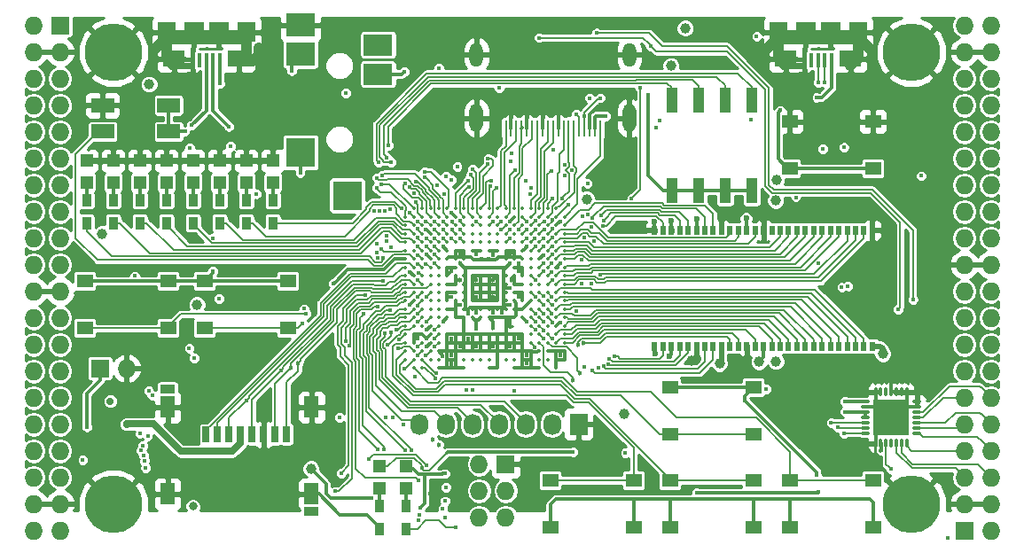
<source format=gtl>
G04 #@! TF.FileFunction,Copper,L1,Top,Signal*
%FSLAX46Y46*%
G04 Gerber Fmt 4.6, Leading zero omitted, Abs format (unit mm)*
G04 Created by KiCad (PCBNEW 4.0.7+dfsg1-1) date Fri Nov 10 22:42:10 2017*
%MOMM*%
%LPD*%
G01*
G04 APERTURE LIST*
%ADD10C,0.100000*%
%ADD11R,1.198880X1.198880*%
%ADD12R,0.560000X0.900000*%
%ADD13R,1.727200X1.727200*%
%ADD14O,1.727200X1.727200*%
%ADD15C,5.500000*%
%ADD16R,2.200000X1.400000*%
%ADD17R,0.900000X1.200000*%
%ADD18R,2.100000X1.600000*%
%ADD19R,1.900000X1.900000*%
%ADD20R,0.400000X1.350000*%
%ADD21R,1.800000X1.900000*%
%ADD22O,0.850000X0.300000*%
%ADD23O,0.300000X0.850000*%
%ADD24R,1.675000X1.675000*%
%ADD25R,1.727200X2.032000*%
%ADD26O,1.727200X2.032000*%
%ADD27R,2.800000X2.200000*%
%ADD28R,2.800000X2.800000*%
%ADD29R,2.800000X2.000000*%
%ADD30O,1.300000X2.700000*%
%ADD31O,1.300000X2.300000*%
%ADD32R,0.250000X1.600000*%
%ADD33R,1.550000X1.300000*%
%ADD34R,1.120000X2.440000*%
%ADD35C,0.350000*%
%ADD36R,0.700000X1.500000*%
%ADD37R,1.450000X0.900000*%
%ADD38R,1.450000X2.000000*%
%ADD39C,0.400000*%
%ADD40C,0.600000*%
%ADD41C,1.000000*%
%ADD42C,0.454000*%
%ADD43C,0.800000*%
%ADD44C,0.700000*%
%ADD45C,0.300000*%
%ADD46C,1.000000*%
%ADD47C,0.600000*%
%ADD48C,0.500000*%
%ADD49C,0.190000*%
%ADD50C,0.200000*%
%ADD51C,0.700000*%
%ADD52C,0.127000*%
%ADD53C,0.254000*%
G04 APERTURE END LIST*
D10*
D11*
X118230000Y-77709020D03*
X118230000Y-75610980D03*
X115690000Y-77709020D03*
X115690000Y-75610980D03*
X113150000Y-77709020D03*
X113150000Y-75610980D03*
X110610000Y-77709020D03*
X110610000Y-75610980D03*
X108070000Y-77709020D03*
X108070000Y-75610980D03*
X105530000Y-77709020D03*
X105530000Y-75610980D03*
X102990000Y-77709020D03*
X102990000Y-75610980D03*
X100450000Y-77709020D03*
X100450000Y-75610980D03*
D12*
X175480000Y-82270000D03*
X154680000Y-93330000D03*
X155480000Y-93330000D03*
X156280000Y-93330000D03*
X157080000Y-93330000D03*
X157880000Y-93330000D03*
X158680000Y-93330000D03*
X159480000Y-93330000D03*
X160280000Y-93330000D03*
X161080000Y-93330000D03*
X161880000Y-93330000D03*
X162680000Y-93330000D03*
X163480000Y-93330000D03*
X164280000Y-93330000D03*
X165080000Y-93330000D03*
X165880000Y-93330000D03*
X166680000Y-93330000D03*
X167480000Y-93330000D03*
X168280000Y-93330000D03*
X169080000Y-93330000D03*
X169880000Y-93330000D03*
X170680000Y-93330000D03*
X171480000Y-93330000D03*
X172280000Y-93330000D03*
X173080000Y-93330000D03*
X173880000Y-93330000D03*
X174680000Y-93330000D03*
X175480000Y-93330000D03*
X174680000Y-82270000D03*
X173880000Y-82270000D03*
X173080000Y-82270000D03*
X172280000Y-82270000D03*
X171480000Y-82270000D03*
X170680000Y-82270000D03*
X169880000Y-82270000D03*
X169080000Y-82270000D03*
X168280000Y-82270000D03*
X167480000Y-82270000D03*
X166680000Y-82270000D03*
X165880000Y-82270000D03*
X165080000Y-82270000D03*
X164280000Y-82270000D03*
X163480000Y-82270000D03*
X162680000Y-82270000D03*
X161880000Y-82270000D03*
X161080000Y-82270000D03*
X160280000Y-82270000D03*
X159480000Y-82270000D03*
X158680000Y-82270000D03*
X157880000Y-82270000D03*
X157080000Y-82270000D03*
X156280000Y-82270000D03*
X155480000Y-82270000D03*
X154680000Y-82270000D03*
D13*
X97910000Y-62690000D03*
D14*
X95370000Y-62690000D03*
X97910000Y-65230000D03*
X95370000Y-65230000D03*
X97910000Y-67770000D03*
X95370000Y-67770000D03*
X97910000Y-70310000D03*
X95370000Y-70310000D03*
X97910000Y-72850000D03*
X95370000Y-72850000D03*
X97910000Y-75390000D03*
X95370000Y-75390000D03*
X97910000Y-77930000D03*
X95370000Y-77930000D03*
X97910000Y-80470000D03*
X95370000Y-80470000D03*
X97910000Y-83010000D03*
X95370000Y-83010000D03*
X97910000Y-85550000D03*
X95370000Y-85550000D03*
X97910000Y-88090000D03*
X95370000Y-88090000D03*
X97910000Y-90630000D03*
X95370000Y-90630000D03*
X97910000Y-93170000D03*
X95370000Y-93170000D03*
X97910000Y-95710000D03*
X95370000Y-95710000D03*
X97910000Y-98250000D03*
X95370000Y-98250000D03*
X97910000Y-100790000D03*
X95370000Y-100790000D03*
X97910000Y-103330000D03*
X95370000Y-103330000D03*
X97910000Y-105870000D03*
X95370000Y-105870000D03*
X97910000Y-108410000D03*
X95370000Y-108410000D03*
X97910000Y-110950000D03*
X95370000Y-110950000D03*
D13*
X184270000Y-110950000D03*
D14*
X186810000Y-110950000D03*
X184270000Y-108410000D03*
X186810000Y-108410000D03*
X184270000Y-105870000D03*
X186810000Y-105870000D03*
X184270000Y-103330000D03*
X186810000Y-103330000D03*
X184270000Y-100790000D03*
X186810000Y-100790000D03*
X184270000Y-98250000D03*
X186810000Y-98250000D03*
X184270000Y-95710000D03*
X186810000Y-95710000D03*
X184270000Y-93170000D03*
X186810000Y-93170000D03*
X184270000Y-90630000D03*
X186810000Y-90630000D03*
X184270000Y-88090000D03*
X186810000Y-88090000D03*
X184270000Y-85550000D03*
X186810000Y-85550000D03*
X184270000Y-83010000D03*
X186810000Y-83010000D03*
X184270000Y-80470000D03*
X186810000Y-80470000D03*
X184270000Y-77930000D03*
X186810000Y-77930000D03*
X184270000Y-75390000D03*
X186810000Y-75390000D03*
X184270000Y-72850000D03*
X186810000Y-72850000D03*
X184270000Y-70310000D03*
X186810000Y-70310000D03*
X184270000Y-67770000D03*
X186810000Y-67770000D03*
X184270000Y-65230000D03*
X186810000Y-65230000D03*
X184270000Y-62690000D03*
X186810000Y-62690000D03*
D15*
X102990000Y-108410000D03*
X179190000Y-108410000D03*
X179190000Y-65230000D03*
X102990000Y-65230000D03*
D16*
X108274000Y-70330000D03*
X101974000Y-70330000D03*
X101974000Y-72830000D03*
X108274000Y-72830000D03*
D13*
X101720000Y-95456000D03*
D14*
X104260000Y-95456000D03*
D11*
X128390000Y-104820980D03*
X128390000Y-106919020D03*
X130930000Y-104820980D03*
X130930000Y-106919020D03*
D17*
X128390000Y-108580000D03*
X128390000Y-110780000D03*
X130930000Y-110780000D03*
X130930000Y-108580000D03*
D18*
X114980000Y-65875000D03*
X108780000Y-65875000D03*
D19*
X113080000Y-63325000D03*
X110680000Y-63325000D03*
D20*
X113180000Y-66000000D03*
X112530000Y-66000000D03*
X111880000Y-66000000D03*
X111230000Y-66000000D03*
X110580000Y-66000000D03*
D21*
X115680000Y-63325000D03*
X108080000Y-63325000D03*
D18*
X173400000Y-65875000D03*
X167200000Y-65875000D03*
D19*
X171500000Y-63325000D03*
X169100000Y-63325000D03*
D20*
X171600000Y-66000000D03*
X170950000Y-66000000D03*
X170300000Y-66000000D03*
X169650000Y-66000000D03*
X169000000Y-66000000D03*
D21*
X174100000Y-63325000D03*
X166500000Y-63325000D03*
D13*
X140455000Y-104600000D03*
D14*
X137915000Y-104600000D03*
X140455000Y-107140000D03*
X137915000Y-107140000D03*
X140455000Y-109680000D03*
X137915000Y-109680000D03*
D17*
X118230000Y-81570000D03*
X118230000Y-79370000D03*
X115690000Y-81570000D03*
X115690000Y-79370000D03*
X113150000Y-81570000D03*
X113150000Y-79370000D03*
X110610000Y-81570000D03*
X110610000Y-79370000D03*
X108070000Y-81570000D03*
X108070000Y-79370000D03*
X105530000Y-81570000D03*
X105530000Y-79370000D03*
X102990000Y-81570000D03*
X102990000Y-79370000D03*
X100450000Y-81570000D03*
X100450000Y-79370000D03*
D22*
X179735000Y-101655000D03*
X179735000Y-101155000D03*
X179735000Y-100655000D03*
X179735000Y-100155000D03*
X179735000Y-99655000D03*
X179735000Y-99155000D03*
X179735000Y-98655000D03*
D23*
X178785000Y-97705000D03*
X178285000Y-97705000D03*
X177785000Y-97705000D03*
X177285000Y-97705000D03*
X176785000Y-97705000D03*
X176285000Y-97705000D03*
X175785000Y-97705000D03*
D22*
X174835000Y-98655000D03*
X174835000Y-99155000D03*
X174835000Y-99655000D03*
X174835000Y-100155000D03*
X174835000Y-100655000D03*
X174835000Y-101155000D03*
X174835000Y-101655000D03*
D23*
X175785000Y-102605000D03*
X176285000Y-102605000D03*
X176785000Y-102605000D03*
X177285000Y-102605000D03*
X177785000Y-102605000D03*
X178285000Y-102605000D03*
X178785000Y-102605000D03*
D24*
X176447500Y-99317500D03*
X176447500Y-100992500D03*
X178122500Y-99317500D03*
X178122500Y-100992500D03*
D25*
X147440000Y-100790000D03*
D26*
X144900000Y-100790000D03*
X142360000Y-100790000D03*
X139820000Y-100790000D03*
X137280000Y-100790000D03*
X134740000Y-100790000D03*
X132200000Y-100790000D03*
D27*
X120880000Y-62640000D03*
X120880000Y-65440000D03*
D28*
X120880000Y-74840000D03*
X125330000Y-78940000D03*
D29*
X128280000Y-67340000D03*
X128280000Y-64540000D03*
D30*
X152280000Y-71550000D03*
X137680000Y-71550000D03*
D31*
X137680000Y-65500000D03*
D32*
X140480000Y-72500000D03*
X140980000Y-72500000D03*
X141480000Y-72500000D03*
X141980000Y-72500000D03*
X142480000Y-72500000D03*
X142980000Y-72500000D03*
X143480000Y-72500000D03*
X143980000Y-72500000D03*
X144480000Y-72500000D03*
X144980000Y-72500000D03*
X145480000Y-72500000D03*
X145980000Y-72500000D03*
X146480000Y-72500000D03*
X146980000Y-72500000D03*
X147480000Y-72500000D03*
X147980000Y-72500000D03*
X148480000Y-72500000D03*
X148980000Y-72500000D03*
X149480000Y-72500000D03*
D31*
X152280000Y-65500000D03*
D33*
X175550000Y-71870000D03*
X175550000Y-76370000D03*
X167590000Y-76370000D03*
X167590000Y-71870000D03*
X100280000Y-91610000D03*
X100280000Y-87110000D03*
X108240000Y-87110000D03*
X108240000Y-91610000D03*
X111710000Y-91610000D03*
X111710000Y-87110000D03*
X119670000Y-87110000D03*
X119670000Y-91610000D03*
X156160000Y-101770000D03*
X156160000Y-97270000D03*
X164120000Y-97270000D03*
X164120000Y-101770000D03*
X164120000Y-106160000D03*
X164120000Y-110660000D03*
X156160000Y-110660000D03*
X156160000Y-106160000D03*
X152690000Y-106160000D03*
X152690000Y-110660000D03*
X144730000Y-110660000D03*
X144730000Y-106160000D03*
X175550000Y-106160000D03*
X175550000Y-110660000D03*
X167590000Y-110660000D03*
X167590000Y-106160000D03*
D34*
X163950000Y-69815000D03*
X156330000Y-78425000D03*
X161410000Y-69815000D03*
X158870000Y-78425000D03*
X158870000Y-69815000D03*
X161410000Y-78425000D03*
X156330000Y-69815000D03*
X163950000Y-78425000D03*
D35*
X131680000Y-80200000D03*
X132480000Y-80200000D03*
X133280000Y-80200000D03*
X134080000Y-80200000D03*
X134880000Y-80200000D03*
X135680000Y-80200000D03*
X136480000Y-80200000D03*
X137280000Y-80200000D03*
X138080000Y-80200000D03*
X138880000Y-80200000D03*
X139680000Y-80200000D03*
X140480000Y-80200000D03*
X141280000Y-80200000D03*
X142080000Y-80200000D03*
X142880000Y-80200000D03*
X143680000Y-80200000D03*
X144480000Y-80200000D03*
X145280000Y-80200000D03*
X130880000Y-81000000D03*
X131680000Y-81000000D03*
X132480000Y-81000000D03*
X133280000Y-81000000D03*
X134080000Y-81000000D03*
X134880000Y-81000000D03*
X135680000Y-81000000D03*
X136480000Y-81000000D03*
X137280000Y-81000000D03*
X138080000Y-81000000D03*
X138880000Y-81000000D03*
X139680000Y-81000000D03*
X140480000Y-81000000D03*
X141280000Y-81000000D03*
X142080000Y-81000000D03*
X142880000Y-81000000D03*
X143680000Y-81000000D03*
X144480000Y-81000000D03*
X145280000Y-81000000D03*
X146080000Y-81000000D03*
X130880000Y-81800000D03*
X131680000Y-81800000D03*
X132480000Y-81800000D03*
X133280000Y-81800000D03*
X134080000Y-81800000D03*
X134880000Y-81800000D03*
X135680000Y-81800000D03*
X136480000Y-81800000D03*
X137280000Y-81800000D03*
X138080000Y-81800000D03*
X138880000Y-81800000D03*
X139680000Y-81800000D03*
X140480000Y-81800000D03*
X141280000Y-81800000D03*
X142080000Y-81800000D03*
X142880000Y-81800000D03*
X143680000Y-81800000D03*
X144480000Y-81800000D03*
X145280000Y-81800000D03*
X146080000Y-81800000D03*
X130880000Y-82600000D03*
X131680000Y-82600000D03*
X132480000Y-82600000D03*
X133280000Y-82600000D03*
X134080000Y-82600000D03*
X134880000Y-82600000D03*
X135680000Y-82600000D03*
X136480000Y-82600000D03*
X137280000Y-82600000D03*
X138080000Y-82600000D03*
X138880000Y-82600000D03*
X139680000Y-82600000D03*
X140480000Y-82600000D03*
X141280000Y-82600000D03*
X142080000Y-82600000D03*
X142880000Y-82600000D03*
X143680000Y-82600000D03*
X144480000Y-82600000D03*
X145280000Y-82600000D03*
X146080000Y-82600000D03*
X130880000Y-83400000D03*
X131680000Y-83400000D03*
X132480000Y-83400000D03*
X133280000Y-83400000D03*
X134080000Y-83400000D03*
X134880000Y-83400000D03*
X135680000Y-83400000D03*
X136480000Y-83400000D03*
X137280000Y-83400000D03*
X138080000Y-83400000D03*
X138880000Y-83400000D03*
X139680000Y-83400000D03*
X140480000Y-83400000D03*
X141280000Y-83400000D03*
X142080000Y-83400000D03*
X142880000Y-83400000D03*
X143680000Y-83400000D03*
X144480000Y-83400000D03*
X145280000Y-83400000D03*
X146080000Y-83400000D03*
X130880000Y-84200000D03*
X131680000Y-84200000D03*
X132480000Y-84200000D03*
X133280000Y-84200000D03*
X134080000Y-84200000D03*
X134880000Y-84200000D03*
X135680000Y-84200000D03*
X136480000Y-84200000D03*
X137280000Y-84200000D03*
X138080000Y-84200000D03*
X138880000Y-84200000D03*
X139680000Y-84200000D03*
X140480000Y-84200000D03*
X141280000Y-84200000D03*
X142080000Y-84200000D03*
X142880000Y-84200000D03*
X143680000Y-84200000D03*
X144480000Y-84200000D03*
X145280000Y-84200000D03*
X146080000Y-84200000D03*
X130880000Y-85000000D03*
X131680000Y-85000000D03*
X132480000Y-85000000D03*
X133280000Y-85000000D03*
X134080000Y-85000000D03*
X134880000Y-85000000D03*
X135680000Y-85000000D03*
X136480000Y-85000000D03*
X137280000Y-85000000D03*
X138080000Y-85000000D03*
X138880000Y-85000000D03*
X139680000Y-85000000D03*
X140480000Y-85000000D03*
X141280000Y-85000000D03*
X142080000Y-85000000D03*
X142880000Y-85000000D03*
X143680000Y-85000000D03*
X144480000Y-85000000D03*
X145280000Y-85000000D03*
X146080000Y-85000000D03*
X130880000Y-85800000D03*
X131680000Y-85800000D03*
X132480000Y-85800000D03*
X133280000Y-85800000D03*
X134080000Y-85800000D03*
X134880000Y-85800000D03*
X135680000Y-85800000D03*
X136480000Y-85800000D03*
X137280000Y-85800000D03*
X138080000Y-85800000D03*
X138880000Y-85800000D03*
X139680000Y-85800000D03*
X140480000Y-85800000D03*
X141280000Y-85800000D03*
X142080000Y-85800000D03*
X142880000Y-85800000D03*
X143680000Y-85800000D03*
X144480000Y-85800000D03*
X145280000Y-85800000D03*
X146080000Y-85800000D03*
X130880000Y-86600000D03*
X131680000Y-86600000D03*
X132480000Y-86600000D03*
X133280000Y-86600000D03*
X134080000Y-86600000D03*
X134880000Y-86600000D03*
X135680000Y-86600000D03*
X136480000Y-86600000D03*
X137280000Y-86600000D03*
X138080000Y-86600000D03*
X138880000Y-86600000D03*
X139680000Y-86600000D03*
X140480000Y-86600000D03*
X141280000Y-86600000D03*
X142080000Y-86600000D03*
X142880000Y-86600000D03*
X143680000Y-86600000D03*
X144480000Y-86600000D03*
X145280000Y-86600000D03*
X146080000Y-86600000D03*
X130880000Y-87400000D03*
X131680000Y-87400000D03*
X132480000Y-87400000D03*
X133280000Y-87400000D03*
X134080000Y-87400000D03*
X134880000Y-87400000D03*
X135680000Y-87400000D03*
X136480000Y-87400000D03*
X137280000Y-87400000D03*
X138080000Y-87400000D03*
X138880000Y-87400000D03*
X139680000Y-87400000D03*
X140480000Y-87400000D03*
X141280000Y-87400000D03*
X142080000Y-87400000D03*
X142880000Y-87400000D03*
X143680000Y-87400000D03*
X144480000Y-87400000D03*
X145280000Y-87400000D03*
X146080000Y-87400000D03*
X130880000Y-88200000D03*
X131680000Y-88200000D03*
X132480000Y-88200000D03*
X133280000Y-88200000D03*
X134080000Y-88200000D03*
X134880000Y-88200000D03*
X135680000Y-88200000D03*
X136480000Y-88200000D03*
X137280000Y-88200000D03*
X138080000Y-88200000D03*
X138880000Y-88200000D03*
X139680000Y-88200000D03*
X140480000Y-88200000D03*
X141280000Y-88200000D03*
X142080000Y-88200000D03*
X142880000Y-88200000D03*
X143680000Y-88200000D03*
X144480000Y-88200000D03*
X145280000Y-88200000D03*
X146080000Y-88200000D03*
X130880000Y-89000000D03*
X131680000Y-89000000D03*
X132480000Y-89000000D03*
X133280000Y-89000000D03*
X134080000Y-89000000D03*
X134880000Y-89000000D03*
X135680000Y-89000000D03*
X136480000Y-89000000D03*
X137280000Y-89000000D03*
X138080000Y-89000000D03*
X138880000Y-89000000D03*
X139680000Y-89000000D03*
X140480000Y-89000000D03*
X141280000Y-89000000D03*
X142080000Y-89000000D03*
X142880000Y-89000000D03*
X143680000Y-89000000D03*
X144480000Y-89000000D03*
X145280000Y-89000000D03*
X146080000Y-89000000D03*
X130880000Y-89800000D03*
X131680000Y-89800000D03*
X132480000Y-89800000D03*
X133280000Y-89800000D03*
X134080000Y-89800000D03*
X134880000Y-89800000D03*
X135680000Y-89800000D03*
X136480000Y-89800000D03*
X137280000Y-89800000D03*
X138080000Y-89800000D03*
X138880000Y-89800000D03*
X139680000Y-89800000D03*
X140480000Y-89800000D03*
X141280000Y-89800000D03*
X142080000Y-89800000D03*
X142880000Y-89800000D03*
X143680000Y-89800000D03*
X144480000Y-89800000D03*
X145280000Y-89800000D03*
X146080000Y-89800000D03*
X130880000Y-90600000D03*
X131680000Y-90600000D03*
X132480000Y-90600000D03*
X133280000Y-90600000D03*
X134080000Y-90600000D03*
X134880000Y-90600000D03*
X135680000Y-90600000D03*
X136480000Y-90600000D03*
X137280000Y-90600000D03*
X138080000Y-90600000D03*
X138880000Y-90600000D03*
X139680000Y-90600000D03*
X140480000Y-90600000D03*
X141280000Y-90600000D03*
X142080000Y-90600000D03*
X142880000Y-90600000D03*
X143680000Y-90600000D03*
X144480000Y-90600000D03*
X145280000Y-90600000D03*
X146080000Y-90600000D03*
X130880000Y-91400000D03*
X131680000Y-91400000D03*
X132480000Y-91400000D03*
X133280000Y-91400000D03*
X134080000Y-91400000D03*
X142880000Y-91400000D03*
X143680000Y-91400000D03*
X144480000Y-91400000D03*
X145280000Y-91400000D03*
X146080000Y-91400000D03*
X130880000Y-92200000D03*
X131680000Y-92200000D03*
X132480000Y-92200000D03*
X133280000Y-92200000D03*
X134080000Y-92200000D03*
X134880000Y-92200000D03*
X135680000Y-92200000D03*
X136480000Y-92200000D03*
X137280000Y-92200000D03*
X138080000Y-92200000D03*
X138880000Y-92200000D03*
X139680000Y-92200000D03*
X140480000Y-92200000D03*
X141280000Y-92200000D03*
X142080000Y-92200000D03*
X142880000Y-92200000D03*
X143680000Y-92200000D03*
X144480000Y-92200000D03*
X145280000Y-92200000D03*
X146080000Y-92200000D03*
X130880000Y-93000000D03*
X131680000Y-93000000D03*
X132480000Y-93000000D03*
X133280000Y-93000000D03*
X134080000Y-93000000D03*
X134880000Y-93000000D03*
X135680000Y-93000000D03*
X136480000Y-93000000D03*
X137280000Y-93000000D03*
X138080000Y-93000000D03*
X138880000Y-93000000D03*
X139680000Y-93000000D03*
X140480000Y-93000000D03*
X141280000Y-93000000D03*
X142080000Y-93000000D03*
X142880000Y-93000000D03*
X143680000Y-93000000D03*
X144480000Y-93000000D03*
X145280000Y-93000000D03*
X146080000Y-93000000D03*
X130880000Y-93800000D03*
X131680000Y-93800000D03*
X132480000Y-93800000D03*
X133280000Y-93800000D03*
X134080000Y-93800000D03*
X134880000Y-93800000D03*
X135680000Y-93800000D03*
X136480000Y-93800000D03*
X137280000Y-93800000D03*
X138080000Y-93800000D03*
X138880000Y-93800000D03*
X139680000Y-93800000D03*
X140480000Y-93800000D03*
X141280000Y-93800000D03*
X142080000Y-93800000D03*
X142880000Y-93800000D03*
X143680000Y-93800000D03*
X144480000Y-93800000D03*
X145280000Y-93800000D03*
X146080000Y-93800000D03*
X130880000Y-94600000D03*
X131680000Y-94600000D03*
X132480000Y-94600000D03*
X133280000Y-94600000D03*
X134080000Y-94600000D03*
X134880000Y-94600000D03*
X135680000Y-94600000D03*
X136480000Y-94600000D03*
X137280000Y-94600000D03*
X138080000Y-94600000D03*
X138880000Y-94600000D03*
X139680000Y-94600000D03*
X140480000Y-94600000D03*
X141280000Y-94600000D03*
X142080000Y-94600000D03*
X142880000Y-94600000D03*
X143680000Y-94600000D03*
X144480000Y-94600000D03*
X145280000Y-94600000D03*
X146080000Y-94600000D03*
X131680000Y-95400000D03*
X132480000Y-95400000D03*
X134080000Y-95400000D03*
X134880000Y-95400000D03*
X135680000Y-95400000D03*
X136480000Y-95400000D03*
X138880000Y-95400000D03*
X139680000Y-95400000D03*
X141280000Y-95400000D03*
X142080000Y-95400000D03*
X142880000Y-95400000D03*
X143680000Y-95400000D03*
X145280000Y-95400000D03*
D36*
X111855000Y-101765000D03*
X112955000Y-101765000D03*
X114055000Y-101765000D03*
X115155000Y-101765000D03*
X116255000Y-101765000D03*
X117355000Y-101765000D03*
X118455000Y-101765000D03*
X119555000Y-101765000D03*
D37*
X108180000Y-97465000D03*
X121930000Y-109115000D03*
D38*
X121930000Y-99165000D03*
X108180000Y-99165000D03*
X108180000Y-107465000D03*
X121930000Y-107465000D03*
D39*
X135281276Y-80583119D03*
X131279502Y-89407325D03*
X132880424Y-84590510D03*
X170309539Y-85441529D03*
X145698456Y-91073766D03*
D40*
X156262773Y-81349374D03*
X154657528Y-81463649D03*
D41*
X158233687Y-94760979D03*
D39*
X145672808Y-85396062D03*
X144103186Y-84622010D03*
X133216000Y-107465000D03*
X137680000Y-88600000D03*
X142480000Y-95000000D03*
X141680000Y-92600000D03*
X140836000Y-84534000D03*
X135284627Y-94985297D03*
X135288625Y-94225619D03*
X134455822Y-94267172D03*
X136095958Y-93369652D03*
D42*
X139264636Y-91615205D03*
D41*
X116880503Y-64802940D03*
X106974809Y-64953974D03*
X175210328Y-64948943D03*
X165417246Y-64954666D03*
D39*
X175495631Y-71457432D03*
X132810347Y-82177990D03*
X145680000Y-94177990D03*
X177285000Y-95710000D03*
D41*
X177229911Y-82281349D03*
D40*
X164741832Y-81130572D03*
X161067993Y-81216119D03*
D41*
X162992748Y-94820185D03*
D39*
X131254529Y-86251357D03*
X140880000Y-81400000D03*
X136085174Y-89394826D03*
X145680000Y-81400000D03*
X140874194Y-91433353D03*
X142480000Y-94200000D03*
X140880000Y-93400000D03*
X139280000Y-93400000D03*
X137680000Y-93400000D03*
X136880000Y-92600000D03*
X135280000Y-92600000D03*
X132880000Y-91800000D03*
X132880000Y-93400000D03*
D42*
X141042859Y-86994997D03*
X139280000Y-87000000D03*
X136110990Y-86995403D03*
X137680000Y-87000000D03*
X136080000Y-84600000D03*
X139280000Y-88600000D03*
D41*
X166343357Y-77477990D03*
D39*
X172564535Y-87722010D03*
D41*
X121861867Y-105030174D03*
D39*
X150030853Y-71331848D03*
X127656639Y-107816792D03*
D41*
X156235582Y-66548363D03*
X166248957Y-79408030D03*
X101932065Y-82585048D03*
X106417803Y-68312483D03*
X166280000Y-94800000D03*
X157600000Y-62944000D03*
D39*
X180137420Y-77069467D03*
X148271935Y-77777990D03*
D43*
X110593913Y-108636458D03*
D41*
X160884708Y-94994498D03*
D40*
X156077107Y-94326957D03*
X154726292Y-94009946D03*
D39*
X173137949Y-87594275D03*
D41*
X148202454Y-79278787D03*
D44*
X102710050Y-98594954D03*
D39*
X154794000Y-72426000D03*
X129005202Y-100174798D03*
X137659051Y-91638034D03*
X139820000Y-68665673D03*
X172834633Y-99599920D03*
X172879922Y-98618650D03*
X176305593Y-103279812D03*
X165349214Y-97422919D03*
X164433885Y-63737451D03*
X134079160Y-66786153D03*
X109828000Y-72830000D03*
X116654336Y-78777990D03*
D41*
X176474303Y-94069095D03*
D40*
X163422030Y-81120665D03*
X158680000Y-81210838D03*
D39*
X112515000Y-83010000D03*
X100080000Y-104200000D03*
X113080000Y-88800000D03*
D41*
X164653770Y-94825547D03*
D39*
X135273306Y-88618602D03*
X139272517Y-84611349D03*
X137680556Y-84534085D03*
X141680000Y-86200000D03*
X135280000Y-86200000D03*
X132880000Y-92600000D03*
X132080000Y-92600000D03*
X141680000Y-88600000D03*
X141680000Y-85400000D03*
D41*
X151758000Y-99774000D03*
D39*
X136885174Y-90194826D03*
X140094890Y-90122990D03*
X139280000Y-90122990D03*
X140880000Y-89400000D03*
X137680000Y-90172990D03*
X140880000Y-87800000D03*
X140880000Y-85400000D03*
D42*
X136080000Y-85400000D03*
D39*
X121401947Y-90251871D03*
X129988160Y-91721995D03*
X130302262Y-92700329D03*
X121041200Y-91125073D03*
D41*
X110991000Y-89360000D03*
D39*
X142480000Y-91000000D03*
X142480000Y-83800000D03*
X134480000Y-83800000D03*
X134480000Y-91000000D03*
X125193541Y-69156848D03*
X105037711Y-86632990D03*
X155149360Y-71764535D03*
X170182962Y-69571012D03*
X170362901Y-107286196D03*
X158716651Y-107325176D03*
X137295592Y-97538017D03*
X134750646Y-106810513D03*
X133680000Y-91800000D03*
D42*
X134074414Y-102752225D03*
D39*
X136740903Y-97514503D03*
X134675868Y-108131585D03*
D42*
X133449289Y-102232615D03*
D39*
X133680000Y-92600000D03*
X133685482Y-93402296D03*
X127358154Y-104128048D03*
X132936956Y-104698915D03*
X134463998Y-108841973D03*
X130692380Y-100790000D03*
X131808905Y-96227367D03*
X134636872Y-109719950D03*
X132846234Y-94197073D03*
X120834553Y-76779094D03*
X130761990Y-67119621D03*
X147186000Y-71200000D03*
X148477832Y-69619684D03*
X147983153Y-71347080D03*
X149475951Y-69619684D03*
X177926984Y-89812061D03*
X154329326Y-64643767D03*
X152497066Y-79193467D03*
X146481406Y-79819384D03*
X153322343Y-68673419D03*
X143650666Y-63862520D03*
X179351513Y-88868327D03*
X149134122Y-63424051D03*
X140035989Y-81400000D03*
X132103894Y-86323319D03*
X128776655Y-87135140D03*
X115729998Y-98493136D03*
X119008515Y-95662939D03*
D42*
X119978162Y-95412951D03*
X120634035Y-94977604D03*
D39*
X113212238Y-68244401D03*
X144962492Y-79235378D03*
X145834002Y-79198109D03*
X131453853Y-103260518D03*
X149771692Y-81825658D03*
X144080000Y-86200000D03*
X149520824Y-86534121D03*
X144894316Y-86977564D03*
X149549750Y-80868432D03*
X144917291Y-83835368D03*
D42*
X147355672Y-93219294D03*
D39*
X144113248Y-92588762D03*
X144875155Y-86218896D03*
X149846468Y-81303978D03*
X148719886Y-81056015D03*
X144916886Y-82991358D03*
D42*
X147915304Y-93063131D03*
D39*
X144882352Y-92577990D03*
X148747982Y-95669626D03*
X144891634Y-91073766D03*
X149795895Y-95251084D03*
X144867244Y-90229755D03*
X150278898Y-95040253D03*
X144892596Y-89385743D03*
X150345974Y-94517527D03*
X144877648Y-88622010D03*
X150889207Y-94332565D03*
X143280000Y-87000000D03*
X130807074Y-95454141D03*
X130171404Y-93544341D03*
X132080000Y-93400000D03*
X129196652Y-93209125D03*
X133852393Y-95875797D03*
X141280000Y-97600000D03*
X133762848Y-96395146D03*
X132080000Y-94200000D03*
X128606250Y-84075792D03*
X105895603Y-103765816D03*
X132092921Y-89446456D03*
X129449238Y-89926948D03*
X130839486Y-103260518D03*
X128806823Y-103185900D03*
X128251440Y-89564206D03*
X132162861Y-106185868D03*
X132880000Y-88600000D03*
X127040053Y-88481065D03*
X124741825Y-105494691D03*
X132080000Y-87000000D03*
X125499542Y-93250681D03*
X124202418Y-107207639D03*
X110313517Y-74380698D03*
X132146108Y-109940263D03*
X114166000Y-74247000D03*
X132189000Y-109415000D03*
X135360607Y-81398832D03*
X135280062Y-77463305D03*
X134516595Y-81406751D03*
X134758050Y-77130140D03*
X132761172Y-77202673D03*
X132737245Y-76676207D03*
X128644933Y-77050030D03*
X128152012Y-77241956D03*
X128125571Y-78233647D03*
X110718734Y-94451783D03*
X128590544Y-77894041D03*
X110249038Y-93533767D03*
X106368514Y-97613395D03*
X131253134Y-78134216D03*
X132783337Y-81400005D03*
X106741168Y-98035405D03*
X131709326Y-78745875D03*
X129127994Y-82782061D03*
X132081314Y-82968813D03*
X105572759Y-101661319D03*
X129055959Y-83304126D03*
X132886504Y-83790510D03*
X106281049Y-101893466D03*
X132083682Y-83812825D03*
X129521181Y-83853729D03*
X105813763Y-102819336D03*
X132062099Y-84635295D03*
X128165458Y-83528763D03*
X105627254Y-103312241D03*
X128184156Y-84391351D03*
X105992720Y-104283802D03*
X133671942Y-84595200D03*
X128258561Y-84913084D03*
X132845205Y-85455557D03*
X106088753Y-104974041D03*
D42*
X146862501Y-96617499D03*
X147534467Y-95913260D03*
D39*
X147927932Y-95329243D03*
X143280000Y-91000000D03*
X149284391Y-95377990D03*
X144077013Y-90266968D03*
X147207648Y-89973043D03*
X144076240Y-89395301D03*
X143281824Y-90201951D03*
X144102010Y-85397219D03*
X147687522Y-85093328D03*
X144868096Y-85371354D03*
X148610669Y-81900026D03*
X144102010Y-83000000D03*
X144888125Y-82147347D03*
X147695541Y-87377990D03*
X144082832Y-88584510D03*
X148688598Y-87378077D03*
X143278026Y-88595030D03*
X144176662Y-82200004D03*
X148298275Y-80739810D03*
X147802234Y-80917812D03*
X144880004Y-81303335D03*
X139280000Y-81400000D03*
X139578623Y-78205862D03*
X139034115Y-78040948D03*
X139046749Y-77514088D03*
X138775679Y-75942989D03*
X138779198Y-75400762D03*
X137680000Y-81400000D03*
X137308732Y-76415018D03*
X137106948Y-76979922D03*
X136859538Y-77550820D03*
X136922059Y-78097889D03*
X136141618Y-81385046D03*
X135830698Y-76200613D03*
X148878722Y-83261032D03*
X144915665Y-84598743D03*
X148001372Y-82958777D03*
X144103186Y-83777990D03*
X142841210Y-78784254D03*
X142473549Y-82998913D03*
X142486505Y-82156633D03*
X142911762Y-78217369D03*
X144169787Y-81394694D03*
X146080163Y-77044970D03*
X144797106Y-76565342D03*
X143332651Y-82207154D03*
X146778972Y-76522403D03*
X143325775Y-81377293D03*
X146080000Y-76000000D03*
X141662690Y-82207782D03*
X145017056Y-74592808D03*
X142481764Y-81389706D03*
X140030954Y-82200000D03*
X141342967Y-76554996D03*
X141046643Y-74873804D03*
X140864029Y-83041403D03*
X140874966Y-82177164D03*
X140980062Y-75681941D03*
X132880000Y-83009490D03*
X132082756Y-82124801D03*
X132080000Y-81400000D03*
X131847310Y-79589886D03*
X130856828Y-77786820D03*
X131923295Y-77584853D03*
X133648389Y-82190597D03*
X133672584Y-81414685D03*
X129477855Y-92000822D03*
X132880000Y-91000000D03*
X128879646Y-92111037D03*
X132077648Y-90977990D03*
X131275302Y-80595752D03*
X130489904Y-80167235D03*
X132073622Y-85479307D03*
X128785565Y-84928838D03*
X134476508Y-82180155D03*
X133942383Y-77980766D03*
X163908850Y-71651861D03*
X135656559Y-110610712D03*
X132448438Y-104994496D03*
X146844288Y-103452739D03*
X134707351Y-105508447D03*
X132280000Y-108800000D03*
D44*
X104260000Y-100790000D03*
D39*
X112515000Y-86185000D03*
X169506589Y-107953726D03*
X163277422Y-98501717D03*
X170157734Y-105666345D03*
X170735900Y-74464979D03*
X143257990Y-83000000D03*
X168166438Y-79108038D03*
X151896383Y-103510715D03*
X114039000Y-72342000D03*
X110483000Y-72215000D03*
X143269694Y-93414905D03*
X177274002Y-105079115D03*
X172761273Y-101651681D03*
X143280000Y-91800000D03*
X172193360Y-101105663D03*
X144064831Y-91877646D03*
X171540304Y-100645743D03*
X144080000Y-91000000D03*
X154044000Y-69294000D03*
X128349062Y-75753924D03*
X134613000Y-78819000D03*
X135280000Y-83022010D03*
X135320520Y-82196441D03*
X129493343Y-75737814D03*
X136080000Y-82200000D03*
X129125079Y-75315804D03*
X136080000Y-83000000D03*
X129252218Y-74142461D03*
X142393877Y-77513877D03*
X172746637Y-74347988D03*
X143280000Y-83800000D03*
X170300000Y-68151000D03*
X170950000Y-68125562D03*
X125167387Y-92841517D03*
X121206217Y-89762554D03*
X132082956Y-90210779D03*
X182675150Y-111637626D03*
X124027706Y-87347706D03*
X124027707Y-87347707D03*
X166678914Y-70803555D03*
X129660000Y-100155000D03*
X124580000Y-100155000D03*
X132084049Y-88599484D03*
X126880008Y-90276109D03*
X128280000Y-103200000D03*
X100450000Y-101044000D03*
X120008000Y-67008000D03*
X127889625Y-80407426D03*
X133680000Y-85400000D03*
X128416582Y-80399850D03*
X133680000Y-83800000D03*
X128943593Y-80399729D03*
X133680000Y-83000000D03*
X129457990Y-80285112D03*
X134480000Y-83000000D03*
D45*
X140480000Y-90600000D02*
X140480000Y-92200000D01*
X135281276Y-80601276D02*
X135281276Y-80583119D01*
X135680000Y-81000000D02*
X135281276Y-80601276D01*
X131279502Y-89400498D02*
X131279502Y-89407325D01*
X131680000Y-89000000D02*
X131279502Y-89400498D01*
X133280000Y-85000000D02*
X132880424Y-84600424D01*
X132880424Y-84600424D02*
X132880424Y-84590510D01*
X145280000Y-91400000D02*
X145606234Y-91073766D01*
X145606234Y-91073766D02*
X145698456Y-91073766D01*
X156280000Y-82270000D02*
X156280000Y-81366601D01*
X156280000Y-81366601D02*
X156262773Y-81349374D01*
X154680000Y-81486121D02*
X154657528Y-81463649D01*
X154680000Y-82270000D02*
X154680000Y-81486121D01*
X158680000Y-93330000D02*
X158680000Y-94314666D01*
X158680000Y-94314666D02*
X158233687Y-94760979D01*
X145672808Y-85407192D02*
X145672808Y-85396062D01*
X145280000Y-85800000D02*
X145672808Y-85407192D01*
X143680000Y-85000000D02*
X144057990Y-84622010D01*
X144057990Y-84622010D02*
X144103186Y-84622010D01*
X148480000Y-71200000D02*
X149230000Y-70450000D01*
X148480000Y-72500000D02*
X148480000Y-71200000D01*
X145480000Y-72500000D02*
X145480000Y-71200000D01*
X143980000Y-72500000D02*
X143980000Y-71200000D01*
X142480000Y-72500000D02*
X142480000Y-71450000D01*
X142480000Y-71200000D02*
X142480000Y-71450000D01*
X140980000Y-72500000D02*
X140980000Y-71200000D01*
X121930000Y-107465000D02*
X122619000Y-107465000D01*
X122619000Y-107465000D02*
X124580000Y-109426000D01*
X124580000Y-109426000D02*
X127186000Y-109426000D01*
X127186000Y-109426000D02*
X128390000Y-110630000D01*
X128390000Y-110630000D02*
X128390000Y-110780000D01*
X137280000Y-89000000D02*
X137680000Y-88600000D01*
X142480000Y-94600000D02*
X142880000Y-94600000D01*
X142080000Y-94600000D02*
X142480000Y-94600000D01*
X142480000Y-94600000D02*
X142480000Y-95000000D01*
X141680000Y-92200000D02*
X142080000Y-92200000D01*
X141280000Y-92200000D02*
X141680000Y-92200000D01*
X141680000Y-92200000D02*
X141680000Y-92600000D01*
X141280000Y-84200000D02*
X141170000Y-84200000D01*
X141170000Y-84200000D02*
X140836000Y-84534000D01*
X135284627Y-95395373D02*
X135284627Y-95268139D01*
X135280000Y-95400000D02*
X135284627Y-95395373D01*
X135284627Y-95268139D02*
X135284627Y-94985297D01*
X135288625Y-93942777D02*
X135288625Y-94225619D01*
X135288625Y-93808625D02*
X135288625Y-93942777D01*
X135280000Y-93800000D02*
X135288625Y-93808625D01*
X134455822Y-94175822D02*
X134455822Y-94267172D01*
X134080000Y-93800000D02*
X134455822Y-94175822D01*
X145280000Y-94600000D02*
X145280000Y-95400000D01*
X143498655Y-93891906D02*
X143590561Y-93800000D01*
X143040733Y-93891906D02*
X143498655Y-93891906D01*
X142880000Y-93800000D02*
X142948827Y-93800000D01*
X142948827Y-93800000D02*
X143040733Y-93891906D01*
X143590561Y-93800000D02*
X143680000Y-93800000D01*
X145280000Y-93800000D02*
X144480000Y-93800000D01*
X146080000Y-94600000D02*
X146080000Y-93800000D01*
X145280000Y-94600000D02*
X146080000Y-94600000D01*
X142080000Y-95400000D02*
X142080000Y-94600000D01*
X142880000Y-95400000D02*
X142880000Y-94600000D01*
X142880000Y-95400000D02*
X143680000Y-95400000D01*
X142080000Y-95400000D02*
X142880000Y-95400000D01*
X141280000Y-95400000D02*
X142080000Y-95400000D01*
X142080000Y-93000000D02*
X142080000Y-93800000D01*
X138880000Y-92200000D02*
X138880000Y-93000000D01*
X139680000Y-92200000D02*
X139680000Y-93000000D01*
X140480000Y-93000000D02*
X140480000Y-92200000D01*
X141280000Y-93000000D02*
X141280000Y-92200000D01*
X142080000Y-93000000D02*
X141280000Y-93000000D01*
X142080000Y-92200000D02*
X142080000Y-93000000D01*
X140480000Y-92200000D02*
X141280000Y-92200000D01*
X139680000Y-92200000D02*
X140480000Y-92200000D01*
X138880000Y-92200000D02*
X139680000Y-92200000D01*
X138080000Y-92200000D02*
X138880000Y-92200000D01*
X136095958Y-93086810D02*
X136095958Y-93369652D01*
X136080000Y-93000000D02*
X136095958Y-93015958D01*
X136095958Y-93015958D02*
X136095958Y-93086810D01*
X139264636Y-91294179D02*
X139264636Y-91615205D01*
X139264636Y-90984636D02*
X139264636Y-91294179D01*
X138880000Y-90600000D02*
X139264636Y-90984636D01*
D46*
X116880503Y-65510046D02*
X116880503Y-64802940D01*
X116265561Y-66124988D02*
X116880503Y-65510046D01*
X115680000Y-65910000D02*
X115894988Y-66124988D01*
X115680000Y-63960000D02*
X115680000Y-65910000D01*
X115894988Y-66124988D02*
X116265561Y-66124988D01*
X107474808Y-64453975D02*
X106974809Y-64953974D01*
X107968783Y-63960000D02*
X107474808Y-64453975D01*
X108080000Y-63960000D02*
X107968783Y-63960000D01*
X174710329Y-64448944D02*
X175210328Y-64948943D01*
X174100000Y-63960000D02*
X174221385Y-63960000D01*
X174221385Y-63960000D02*
X174710329Y-64448944D01*
X165917245Y-64454667D02*
X165417246Y-64954666D01*
X166411912Y-63960000D02*
X165917245Y-64454667D01*
X166500000Y-63960000D02*
X166411912Y-63960000D01*
D45*
X175495631Y-71740274D02*
X175495631Y-71457432D01*
X175495631Y-72230631D02*
X175495631Y-71740274D01*
X175535000Y-72270000D02*
X175495631Y-72230631D01*
D47*
X108780000Y-66510000D02*
X110455000Y-66510000D01*
D45*
X110455000Y-66510000D02*
X110580000Y-66635000D01*
D46*
X108080000Y-63960000D02*
X108080000Y-65810000D01*
X108080000Y-65810000D02*
X108780000Y-66510000D01*
X115680000Y-63960000D02*
X115680000Y-65810000D01*
D45*
X115680000Y-65810000D02*
X114980000Y-66510000D01*
D46*
X113080000Y-63960000D02*
X115680000Y-63960000D01*
X110680000Y-63960000D02*
X113080000Y-63960000D01*
X108080000Y-63960000D02*
X110680000Y-63960000D01*
D47*
X167200000Y-66510000D02*
X168875000Y-66510000D01*
D45*
X168875000Y-66510000D02*
X169000000Y-66635000D01*
D46*
X174100000Y-63960000D02*
X174100000Y-65810000D01*
X174100000Y-65810000D02*
X173400000Y-66510000D01*
X166500000Y-63960000D02*
X166500000Y-65810000D01*
X166500000Y-65810000D02*
X167200000Y-66510000D01*
X171500000Y-63960000D02*
X174100000Y-63960000D01*
X169100000Y-63960000D02*
X171500000Y-63960000D01*
X166500000Y-63960000D02*
X169100000Y-63960000D01*
D45*
X132857990Y-82177990D02*
X132810347Y-82177990D01*
X133280000Y-82600000D02*
X132857990Y-82177990D01*
X145680000Y-93800000D02*
X145680000Y-94177990D01*
X178785000Y-97705000D02*
X178785000Y-98655000D01*
X178785000Y-98655000D02*
X178122500Y-99317500D01*
X176285000Y-97705000D02*
X175785000Y-97705000D01*
X175785000Y-102605000D02*
X175785000Y-101655000D01*
X175785000Y-101655000D02*
X176447500Y-100992500D01*
X178122500Y-99317500D02*
X178122500Y-100992500D01*
X176447500Y-99317500D02*
X178122500Y-99317500D01*
X176447500Y-100992500D02*
X178122500Y-100992500D01*
X177285000Y-97705000D02*
X177285000Y-95710000D01*
X178122500Y-99317500D02*
X178285000Y-99155000D01*
X178285000Y-99155000D02*
X179735000Y-99155000D01*
X179735000Y-98655000D02*
X179735000Y-99155000D01*
X177785000Y-97705000D02*
X177920000Y-97705000D01*
X177920000Y-97705000D02*
X178285000Y-97705000D01*
X178285000Y-97705000D02*
X178785000Y-97705000D01*
X177285000Y-97705000D02*
X177785000Y-97705000D01*
X175785000Y-97705000D02*
X175785000Y-98655000D01*
X175785000Y-98655000D02*
X176447500Y-99317500D01*
X174835000Y-99155000D02*
X176285000Y-99155000D01*
X176285000Y-99155000D02*
X176447500Y-99317500D01*
X177241260Y-82270000D02*
X177229911Y-82281349D01*
X164941831Y-81330571D02*
X164741832Y-81130572D01*
X165080000Y-81468740D02*
X164941831Y-81330571D01*
X165080000Y-82270000D02*
X165080000Y-81468740D01*
X161080000Y-81228126D02*
X161067993Y-81216119D01*
X161080000Y-82270000D02*
X161080000Y-81228126D01*
D48*
X175480000Y-82270000D02*
X177241260Y-82270000D01*
D45*
X163192747Y-94620186D02*
X162992748Y-94820185D01*
X163480000Y-94332933D02*
X163192747Y-94620186D01*
X163480000Y-93330000D02*
X163480000Y-94332933D01*
X131331357Y-86251357D02*
X131254529Y-86251357D01*
X131680000Y-86600000D02*
X131331357Y-86251357D01*
X141280000Y-81000000D02*
X140880000Y-81400000D01*
X135685174Y-89394826D02*
X135802332Y-89394826D01*
X135680000Y-89400000D02*
X135685174Y-89394826D01*
X135802332Y-89394826D02*
X136085174Y-89394826D01*
X135054999Y-84825001D02*
X137080000Y-84825001D01*
X137280000Y-85000000D02*
X137105001Y-84825001D01*
X137105001Y-84825001D02*
X137080000Y-84825001D01*
X138280000Y-85088351D02*
X137368351Y-85088351D01*
X137368351Y-85088351D02*
X137280000Y-85000000D01*
X139680000Y-86600000D02*
X139280000Y-87000000D01*
X139680000Y-88200000D02*
X139680000Y-89000000D01*
X139680000Y-87400000D02*
X139680000Y-88200000D01*
X139680000Y-86600000D02*
X139680000Y-87400000D01*
X137280000Y-88200000D02*
X137280000Y-89000000D01*
X137280000Y-87400000D02*
X137280000Y-88200000D01*
X137280000Y-86600000D02*
X137280000Y-87400000D01*
X138880000Y-87400000D02*
X138880000Y-88200000D01*
X138880000Y-86600000D02*
X138880000Y-87400000D01*
X138080000Y-87400000D02*
X138080000Y-86600000D01*
X138080000Y-88200000D02*
X138080000Y-87400000D01*
X138080000Y-89000000D02*
X138080000Y-88200000D01*
X138080000Y-88200000D02*
X138880000Y-88200000D01*
X138080000Y-87400000D02*
X138880000Y-87400000D01*
X137280000Y-87400000D02*
X138080000Y-87400000D01*
X145454999Y-81625001D02*
X145680000Y-81400000D01*
X145280000Y-81800000D02*
X145454999Y-81625001D01*
X141480000Y-89800000D02*
X141480000Y-89200000D01*
X141480000Y-89200000D02*
X141280000Y-89000000D01*
X141280000Y-89800000D02*
X141480000Y-89800000D01*
X141480000Y-89800000D02*
X142080000Y-89800000D01*
X141454999Y-90425001D02*
X141454999Y-89825001D01*
X141454999Y-89825001D02*
X141480000Y-89800000D01*
X140874194Y-90605806D02*
X140874194Y-91150511D01*
X140880000Y-90600000D02*
X140874194Y-90605806D01*
X140874194Y-91150511D02*
X140874194Y-91433353D01*
X140480000Y-90600000D02*
X140880000Y-90600000D01*
X140880000Y-90600000D02*
X141280000Y-90600000D01*
X139680000Y-90600000D02*
X140480000Y-90600000D01*
X138880000Y-90600000D02*
X139680000Y-90600000D01*
X141280000Y-85000000D02*
X141280000Y-84800000D01*
X141280000Y-84200000D02*
X141280000Y-85000000D01*
X140480000Y-84200000D02*
X141280000Y-84200000D01*
X141280000Y-84800000D02*
X141280000Y-84200000D01*
X141905001Y-84825001D02*
X141305001Y-84825001D01*
X141305001Y-84825001D02*
X141280000Y-84800000D01*
X140480000Y-85000000D02*
X140480000Y-84200000D01*
X139680000Y-85000000D02*
X139680000Y-84898347D01*
X139680000Y-84898347D02*
X139753346Y-84825001D01*
X138280000Y-85088351D02*
X138680000Y-85088351D01*
X138280000Y-85088351D02*
X139489996Y-85088351D01*
X138080000Y-85000000D02*
X138191649Y-85000000D01*
X138191649Y-85000000D02*
X138280000Y-85088351D01*
X138880000Y-85000000D02*
X138768351Y-85000000D01*
X138768351Y-85000000D02*
X138680000Y-85088351D01*
X135680000Y-84200000D02*
X135680000Y-84800000D01*
X135680000Y-84800000D02*
X135680000Y-85000000D01*
X135054999Y-84825001D02*
X135654999Y-84825001D01*
X135654999Y-84825001D02*
X135680000Y-84800000D01*
X136480000Y-85000000D02*
X136480000Y-84200000D01*
X134880000Y-85000000D02*
X135054999Y-84825001D01*
X138880000Y-87400000D02*
X139680000Y-87400000D01*
X138880000Y-88200000D02*
X138880000Y-89000000D01*
X138880000Y-88200000D02*
X139680000Y-88200000D01*
X137280000Y-88200000D02*
X138080000Y-88200000D01*
X141280000Y-90600000D02*
X141454999Y-90425001D01*
D48*
X115690000Y-75610980D02*
X118230000Y-75610980D01*
X113150000Y-75610980D02*
X115690000Y-75610980D01*
X110610000Y-75610980D02*
X113150000Y-75610980D01*
X108070000Y-75610980D02*
X110610000Y-75610980D01*
X105530000Y-75610980D02*
X108070000Y-75610980D01*
X102990000Y-75610980D02*
X105530000Y-75610980D01*
X100450000Y-75610980D02*
X102990000Y-75610980D01*
D45*
X142080000Y-89800000D02*
X142880000Y-89000000D01*
X145680000Y-93800000D02*
X145280000Y-93800000D01*
X146080000Y-93800000D02*
X145680000Y-93800000D01*
X135680000Y-89400000D02*
X135680000Y-89800000D01*
X135680000Y-89000000D02*
X135680000Y-89400000D01*
X135280000Y-95400000D02*
X135680000Y-95400000D01*
X134880000Y-95400000D02*
X135280000Y-95400000D01*
X135280000Y-93800000D02*
X135680000Y-93800000D01*
X134880000Y-93800000D02*
X135280000Y-93800000D01*
X142480000Y-93800000D02*
X142080000Y-93800000D01*
X142880000Y-93800000D02*
X142480000Y-93800000D01*
X142480000Y-93800000D02*
X142480000Y-94200000D01*
X140880000Y-93000000D02*
X141280000Y-93000000D01*
X140480000Y-93000000D02*
X140880000Y-93000000D01*
X140880000Y-93000000D02*
X140880000Y-93400000D01*
X139280000Y-93000000D02*
X138880000Y-93000000D01*
X139680000Y-93000000D02*
X139280000Y-93000000D01*
X139280000Y-93000000D02*
X139280000Y-93400000D01*
X137680000Y-93000000D02*
X137280000Y-93000000D01*
X137680000Y-93000000D02*
X137680000Y-93400000D01*
X138080000Y-93000000D02*
X137680000Y-93000000D01*
X136080000Y-93000000D02*
X135680000Y-93000000D01*
X136480000Y-93000000D02*
X136080000Y-93000000D01*
X136880000Y-93000000D02*
X136480000Y-93000000D01*
X137280000Y-93000000D02*
X136880000Y-93000000D01*
X136880000Y-93000000D02*
X136880000Y-92600000D01*
X135280000Y-93000000D02*
X135680000Y-93000000D01*
X134880000Y-93000000D02*
X135280000Y-93000000D01*
X135280000Y-93000000D02*
X135280000Y-92600000D01*
X133280000Y-91400000D02*
X132880000Y-91800000D01*
X133280000Y-93000000D02*
X132880000Y-93400000D01*
X139753346Y-84825001D02*
X141905001Y-84825001D01*
X139489996Y-85088351D02*
X139753346Y-84825001D01*
X141905001Y-84825001D02*
X142080000Y-85000000D01*
X141042859Y-86837141D02*
X141042859Y-86994997D01*
X141280000Y-86600000D02*
X141042859Y-86837141D01*
X135684597Y-86995403D02*
X135789964Y-86995403D01*
X135680000Y-87000000D02*
X135684597Y-86995403D01*
X135789964Y-86995403D02*
X136110990Y-86995403D01*
X135680000Y-87000000D02*
X135680000Y-86600000D01*
X135680000Y-87400000D02*
X135680000Y-87000000D01*
X136480000Y-90600000D02*
X136480000Y-92200000D01*
X139680000Y-89000000D02*
X139280000Y-88600000D01*
X137280000Y-86600000D02*
X137680000Y-87000000D01*
X136480000Y-84200000D02*
X136080000Y-84600000D01*
X141280000Y-86600000D02*
X141280000Y-87400000D01*
X142080000Y-87400000D02*
X141280000Y-87400000D01*
X135680000Y-84200000D02*
X136480000Y-84200000D01*
X134880000Y-87400000D02*
X135680000Y-87400000D01*
X138880000Y-86600000D02*
X139680000Y-86600000D01*
X138080000Y-86600000D02*
X138880000Y-86600000D01*
X137280000Y-86600000D02*
X138080000Y-86600000D01*
X138880000Y-89000000D02*
X139680000Y-89000000D01*
X138080000Y-89000000D02*
X138880000Y-89000000D01*
X137280000Y-89000000D02*
X138080000Y-89000000D01*
X135680000Y-89800000D02*
X134880000Y-89800000D01*
X135680000Y-90600000D02*
X135680000Y-89800000D01*
X135680000Y-90600000D02*
X136480000Y-90600000D01*
X140480000Y-93000000D02*
X139680000Y-93000000D01*
X139680000Y-93800000D02*
X140480000Y-93800000D01*
X139680000Y-93800000D02*
X139680000Y-94600000D01*
X139680000Y-95400000D02*
X139680000Y-94600000D01*
X138880000Y-95400000D02*
X139680000Y-95400000D01*
X135680000Y-95400000D02*
X136480000Y-95400000D01*
X135680000Y-95400000D02*
X135680000Y-94600000D01*
X134880000Y-95400000D02*
X134080000Y-95400000D01*
X134880000Y-94600000D02*
X134880000Y-95400000D01*
X134080000Y-93800000D02*
X134880000Y-93800000D01*
X134880000Y-94600000D02*
X134880000Y-93800000D01*
X135680000Y-94600000D02*
X134880000Y-94600000D01*
X135680000Y-93800000D02*
X135680000Y-94600000D01*
X134880000Y-93000000D02*
X134880000Y-93800000D01*
X134880000Y-92200000D02*
X134880000Y-93000000D01*
X135680000Y-92200000D02*
X134880000Y-92200000D01*
X135680000Y-93800000D02*
X136480000Y-93800000D01*
X135680000Y-93000000D02*
X135680000Y-93800000D01*
X135680000Y-92200000D02*
X135680000Y-93000000D01*
X135680000Y-92200000D02*
X136480000Y-92200000D01*
X136480000Y-92200000D02*
X137280000Y-92200000D01*
X137280000Y-93800000D02*
X137280000Y-93000000D01*
X136480000Y-93800000D02*
X137280000Y-93800000D01*
X136480000Y-93000000D02*
X136480000Y-93800000D01*
X136480000Y-92200000D02*
X136480000Y-93000000D01*
X137280000Y-92200000D02*
X138080000Y-92200000D01*
X137280000Y-93800000D02*
X138080000Y-93800000D01*
X137280000Y-92200000D02*
X137280000Y-93000000D01*
X138080000Y-92200000D02*
X138080000Y-93000000D01*
X138080000Y-93000000D02*
X138880000Y-93000000D01*
X138080000Y-93800000D02*
X138080000Y-93000000D01*
X138880000Y-93800000D02*
X138080000Y-93800000D01*
X138880000Y-93000000D02*
X138880000Y-93800000D01*
X139680000Y-93800000D02*
X139680000Y-93000000D01*
X138880000Y-93800000D02*
X139680000Y-93800000D01*
X140480000Y-93000000D02*
X140480000Y-93800000D01*
X141280000Y-93000000D02*
X141280000Y-93800000D01*
X141280000Y-93800000D02*
X142080000Y-93800000D01*
X140480000Y-93800000D02*
X141280000Y-93800000D01*
X142080000Y-93800000D02*
X142080000Y-94600000D01*
X142880000Y-94600000D02*
X142880000Y-93800000D01*
X145280000Y-93800000D02*
X145280000Y-94600000D01*
X123322573Y-106490880D02*
X122361866Y-105530173D01*
X122361866Y-105530173D02*
X121861867Y-105030174D01*
X123322573Y-107394274D02*
X123322573Y-106490880D01*
X123745091Y-107816792D02*
X123322573Y-107394274D01*
X127656639Y-107816792D02*
X123745091Y-107816792D01*
X149048152Y-71331848D02*
X149748011Y-71331848D01*
X148980000Y-72500000D02*
X148980000Y-71400000D01*
X148980000Y-71400000D02*
X149048152Y-71331848D01*
X149748011Y-71331848D02*
X150030853Y-71331848D01*
X186810000Y-62877865D02*
X186810000Y-62690000D01*
D48*
X161080000Y-94799206D02*
X160884708Y-94994498D01*
X161080000Y-93330000D02*
X161080000Y-94799206D01*
D45*
X154726292Y-93376292D02*
X154726292Y-93585682D01*
X154680000Y-93330000D02*
X154726292Y-93376292D01*
X156280000Y-94124064D02*
X156077107Y-94326957D01*
X154726292Y-93585682D02*
X154726292Y-94009946D01*
X156280000Y-93330000D02*
X156280000Y-94124064D01*
X137659051Y-91355192D02*
X137659051Y-91638034D01*
X137659051Y-90820949D02*
X137659051Y-91355192D01*
X137680000Y-90800000D02*
X137659051Y-90820949D01*
X172889713Y-99655000D02*
X172834633Y-99599920D01*
X174835000Y-99655000D02*
X172889713Y-99655000D01*
X172916272Y-98655000D02*
X172879922Y-98618650D01*
X174835000Y-98655000D02*
X172916272Y-98655000D01*
X176305593Y-102996970D02*
X176305593Y-103279812D01*
X176285000Y-102605000D02*
X176305593Y-102625593D01*
X176285000Y-103300405D02*
X176305593Y-103279812D01*
X176285000Y-103330000D02*
X176285000Y-103300405D01*
X176305593Y-102625593D02*
X176305593Y-102996970D01*
X176280000Y-103335000D02*
X176285000Y-103330000D01*
X108274000Y-72830000D02*
X109828000Y-72830000D01*
X108274000Y-70330000D02*
X108274000Y-72830000D01*
X174835000Y-99655000D02*
X174835000Y-100155000D01*
D48*
X176260000Y-93330000D02*
X176474303Y-93544303D01*
X176474303Y-93544303D02*
X176474303Y-94069095D01*
X175480000Y-93330000D02*
X176260000Y-93330000D01*
D45*
X163480000Y-81178635D02*
X163422030Y-81120665D01*
X163480000Y-82270000D02*
X163480000Y-81178635D01*
X158680000Y-82270000D02*
X158680000Y-81210838D01*
X134880000Y-86600000D02*
X135280000Y-86200000D01*
X135280000Y-85800000D02*
X135280000Y-86200000D01*
X134880000Y-85800000D02*
X134880000Y-86600000D01*
X164853769Y-94625548D02*
X164653770Y-94825547D01*
X165080000Y-94399317D02*
X164853769Y-94625548D01*
X165080000Y-93330000D02*
X165080000Y-94399317D01*
X137680000Y-90800000D02*
X137880000Y-90800000D01*
X137480000Y-90800000D02*
X137680000Y-90800000D01*
X137880000Y-90800000D02*
X138080000Y-90600000D01*
X137280000Y-90600000D02*
X137480000Y-90800000D01*
X132880000Y-92600000D02*
X133280000Y-92200000D01*
X132480000Y-92200000D02*
X132880000Y-92600000D01*
X134990464Y-88618602D02*
X135273306Y-88618602D01*
X134898602Y-88618602D02*
X134990464Y-88618602D01*
X134880000Y-88600000D02*
X134898602Y-88618602D01*
X139272517Y-84328507D02*
X139272517Y-84611349D01*
X139272517Y-84207483D02*
X139272517Y-84328507D01*
X139280000Y-84200000D02*
X139272517Y-84207483D01*
X137680556Y-84200556D02*
X137680556Y-84251243D01*
X137680000Y-84200000D02*
X137680556Y-84200556D01*
X137680556Y-84251243D02*
X137680556Y-84534085D01*
X142080000Y-88600000D02*
X142080000Y-89000000D01*
X142080000Y-88200000D02*
X142080000Y-88600000D01*
X141680000Y-85800000D02*
X141680000Y-86200000D01*
X135280000Y-85800000D02*
X135680000Y-85800000D01*
X134880000Y-85800000D02*
X135280000Y-85800000D01*
X132080000Y-92200000D02*
X132480000Y-92200000D01*
X131680000Y-92200000D02*
X132080000Y-92200000D01*
X132080000Y-92200000D02*
X132080000Y-92600000D01*
X131680000Y-93000000D02*
X131680000Y-92200000D01*
X134880000Y-88600000D02*
X134880000Y-89000000D01*
X134880000Y-88200000D02*
X134880000Y-88600000D01*
X141680000Y-88200000D02*
X142080000Y-88200000D01*
X141280000Y-88200000D02*
X141680000Y-88200000D01*
X141680000Y-88200000D02*
X141680000Y-88600000D01*
X141680000Y-85800000D02*
X142080000Y-85800000D01*
X141280000Y-85800000D02*
X141680000Y-85800000D01*
X141680000Y-85800000D02*
X141680000Y-85400000D01*
X139280000Y-84200000D02*
X139680000Y-84200000D01*
X138880000Y-84200000D02*
X139280000Y-84200000D01*
X137680000Y-84200000D02*
X138080000Y-84200000D01*
X137280000Y-84200000D02*
X137680000Y-84200000D01*
X142080000Y-85800000D02*
X142080000Y-86600000D01*
X134880000Y-88200000D02*
X135680000Y-88200000D01*
X136654999Y-86800000D02*
X136654999Y-87200000D01*
X136654999Y-86600000D02*
X136654999Y-86800000D01*
X136654999Y-86800000D02*
X136654999Y-86774999D01*
X136654999Y-86774999D02*
X136480000Y-86600000D01*
X136654999Y-87200000D02*
X136654999Y-88200000D01*
X136480000Y-87400000D02*
X136654999Y-87225001D01*
X136654999Y-87225001D02*
X136654999Y-87200000D01*
X136885174Y-89911984D02*
X136885174Y-90194826D01*
X136880000Y-89800000D02*
X136885174Y-89805174D01*
X136885174Y-89805174D02*
X136885174Y-89911984D01*
X138080000Y-89625001D02*
X138880000Y-89625001D01*
X138880000Y-89625001D02*
X139280000Y-89625001D01*
X138880000Y-89800000D02*
X138880000Y-89625001D01*
X138080000Y-89800000D02*
X138080000Y-89625001D01*
X137054999Y-89625001D02*
X137280000Y-89625001D01*
X137280000Y-89625001D02*
X137680000Y-89625001D01*
X137280000Y-89800000D02*
X137280000Y-89625001D01*
X137680000Y-89625001D02*
X138080000Y-89625001D01*
X136480000Y-89000000D02*
X136654999Y-89000000D01*
X136654999Y-88200000D02*
X136654999Y-89000000D01*
X136480000Y-88200000D02*
X136654999Y-88200000D01*
X140094890Y-89840148D02*
X140094890Y-90122990D01*
X140094890Y-89639891D02*
X140094890Y-89840148D01*
X140080000Y-89625001D02*
X140094890Y-89639891D01*
X139280000Y-89625001D02*
X139280000Y-90122990D01*
X139280000Y-89625001D02*
X139680000Y-89625001D01*
X139680000Y-89625001D02*
X140080000Y-89625001D01*
X140080000Y-89625001D02*
X140305001Y-89625001D01*
X139680000Y-89800000D02*
X139680000Y-89625001D01*
X140305001Y-89400000D02*
X140305001Y-89000000D01*
X140305001Y-89000000D02*
X140305001Y-88200000D01*
X140480000Y-89000000D02*
X140305001Y-89000000D01*
X140305001Y-88200000D02*
X140305001Y-87800000D01*
X140480000Y-88200000D02*
X140305001Y-88200000D01*
X140305001Y-87800000D02*
X140305001Y-87400000D01*
X140305001Y-87400000D02*
X140305001Y-86600000D01*
X140480000Y-87400000D02*
X140305001Y-87400000D01*
X140305001Y-86600000D02*
X140305001Y-85974999D01*
X140480000Y-86600000D02*
X140305001Y-86600000D01*
X140480000Y-85800000D02*
X139480000Y-85800000D01*
X139480000Y-85800000D02*
X138680000Y-85800000D01*
X139680000Y-85800000D02*
X139480000Y-85800000D01*
X138680000Y-85800000D02*
X137880000Y-85800000D01*
X138880000Y-85800000D02*
X138680000Y-85800000D01*
X137880000Y-85800000D02*
X137080000Y-85800000D01*
X138080000Y-85800000D02*
X137880000Y-85800000D01*
X137080000Y-85800000D02*
X136480000Y-85800000D01*
X137280000Y-85800000D02*
X137080000Y-85800000D01*
X136654999Y-85974999D02*
X136654999Y-86600000D01*
X136654999Y-89000000D02*
X136654999Y-89625001D01*
X140305001Y-89400000D02*
X140880000Y-89400000D01*
X137680000Y-89625001D02*
X137680000Y-90172990D01*
X136880000Y-89800000D02*
X137054999Y-89625001D01*
X140305001Y-89625001D02*
X140480000Y-89800000D01*
X140305001Y-87800000D02*
X140880000Y-87800000D01*
X140305001Y-89625001D02*
X140305001Y-89400000D01*
X140480000Y-85800000D02*
X140880000Y-85400000D01*
X136480000Y-89800000D02*
X136880000Y-89800000D01*
X136480000Y-85800000D02*
X136080000Y-85400000D01*
X140305001Y-85974999D02*
X140480000Y-85800000D01*
X136480000Y-85800000D02*
X136654999Y-85974999D01*
X136654999Y-89625001D02*
X136480000Y-89800000D01*
D49*
X131724127Y-97719012D02*
X130041550Y-96036435D01*
X133960188Y-97719012D02*
X131724127Y-97719012D01*
X134706633Y-96972567D02*
X133960188Y-97719012D01*
X130041550Y-96036435D02*
X130041550Y-94638450D01*
X145675905Y-96972567D02*
X134706633Y-96972567D01*
X156690000Y-106560000D02*
X148488969Y-98358968D01*
X130705001Y-93974999D02*
X130880000Y-93800000D01*
X130041550Y-94638450D02*
X130705001Y-93974999D01*
X148488969Y-98358968D02*
X147062304Y-98358968D01*
X147062304Y-98358968D02*
X145675905Y-96972567D01*
X156160000Y-106160000D02*
X164120000Y-106160000D01*
X121119105Y-90251871D02*
X121401947Y-90251871D01*
X108450000Y-91210000D02*
X109408129Y-90251871D01*
X109408129Y-90251871D02*
X121119105Y-90251871D01*
X130880000Y-91400000D02*
X130489025Y-91400000D01*
X130489025Y-91400000D02*
X130167030Y-91721995D01*
X130167030Y-91721995D02*
X129988160Y-91721995D01*
X108240000Y-91610000D02*
X100280000Y-91610000D01*
X130379671Y-92700329D02*
X130302262Y-92700329D01*
X130880000Y-92200000D02*
X130379671Y-92700329D01*
X121041200Y-91203800D02*
X121041200Y-91125073D01*
X119670000Y-91610000D02*
X120635000Y-91610000D01*
X120635000Y-91610000D02*
X121041200Y-91203800D01*
X119670000Y-91610000D02*
X111710000Y-91610000D01*
X119425148Y-91210000D02*
X119484873Y-91269725D01*
X129702002Y-93375102D02*
X129702002Y-96145208D01*
X152690000Y-103008320D02*
X152690000Y-105320000D01*
X146930994Y-98675979D02*
X148357659Y-98675979D01*
X146291038Y-98036023D02*
X146930994Y-98675979D01*
X131592817Y-98036023D02*
X146291038Y-98036023D01*
X130627155Y-93000000D02*
X130504824Y-93122331D01*
X130880000Y-93000000D02*
X130627155Y-93000000D01*
X148357659Y-98675979D02*
X152690000Y-103008320D01*
X129954773Y-93122331D02*
X129702002Y-93375102D01*
X152690000Y-105320000D02*
X152690000Y-106160000D01*
X129702002Y-96145208D02*
X131592817Y-98036023D01*
X130504824Y-93122331D02*
X129954773Y-93122331D01*
X144730000Y-106160000D02*
X152690000Y-106160000D01*
X154317487Y-97724946D02*
X147324924Y-97724946D01*
X164359767Y-100175838D02*
X156768379Y-100175838D01*
X145938523Y-96338545D02*
X134444013Y-96338545D01*
X131854999Y-95574999D02*
X131680000Y-95400000D01*
X156768379Y-100175838D02*
X154317487Y-97724946D01*
X134444013Y-96338545D02*
X133965410Y-96817148D01*
X167590000Y-103406071D02*
X164359767Y-100175838D01*
X167590000Y-106160000D02*
X167590000Y-103406071D01*
X147324924Y-97724946D02*
X145938523Y-96338545D01*
X133965410Y-96817148D02*
X133097148Y-96817148D01*
X133097148Y-96817148D02*
X131854999Y-95574999D01*
X167590000Y-106160000D02*
X175550000Y-106160000D01*
X134575323Y-96655556D02*
X133828878Y-97402001D01*
X145807214Y-96655556D02*
X134575323Y-96655556D01*
X130358561Y-95121439D02*
X130705001Y-94774999D01*
X130705001Y-94774999D02*
X130880000Y-94600000D01*
X131855437Y-97402001D02*
X130358561Y-95905125D01*
X151466957Y-98041957D02*
X147193614Y-98041957D01*
X147193614Y-98041957D02*
X145807214Y-96655556D01*
X155195000Y-101770000D02*
X151466957Y-98041957D01*
X156160000Y-101770000D02*
X155195000Y-101770000D01*
X133828878Y-97402001D02*
X131855437Y-97402001D01*
X130358561Y-95905125D02*
X130358561Y-95121439D01*
X164120000Y-101770000D02*
X156160000Y-101770000D01*
D45*
X142080000Y-90600000D02*
X142480000Y-91000000D01*
X142254999Y-84025001D02*
X142480000Y-83800000D01*
X142080000Y-84200000D02*
X142254999Y-84025001D01*
X134880000Y-84200000D02*
X134480000Y-83800000D01*
X134880000Y-90600000D02*
X134480000Y-91000000D01*
X171600000Y-66635000D02*
X171600000Y-68605136D01*
X170634556Y-69570580D02*
X170183394Y-69570580D01*
X171600000Y-68605136D02*
X170634556Y-69570580D01*
X170183394Y-69570580D02*
X170182962Y-69571012D01*
X170323921Y-107325176D02*
X170362901Y-107286196D01*
X158716651Y-107325176D02*
X170323921Y-107325176D01*
D49*
X134080000Y-91400000D02*
X133680000Y-91800000D01*
X134080000Y-92200000D02*
X133680000Y-92600000D01*
X134080000Y-93000000D02*
X133685482Y-93394518D01*
X133685482Y-93394518D02*
X133685482Y-93402296D01*
X127558153Y-103928049D02*
X127358154Y-104128048D01*
X127803674Y-103682528D02*
X127558153Y-103928049D01*
X131920569Y-103682528D02*
X127803674Y-103682528D01*
X132936956Y-104698915D02*
X131920569Y-103682528D01*
X133280000Y-93800000D02*
X132882927Y-94197073D01*
X132882927Y-94197073D02*
X132846234Y-94197073D01*
D45*
X120880000Y-76733647D02*
X120834553Y-76779094D01*
X120880000Y-76647734D02*
X120880000Y-76733647D01*
X120880000Y-76647734D02*
X120885889Y-76653623D01*
X120880000Y-74840000D02*
X120880000Y-76647734D01*
X128280000Y-67340000D02*
X130541611Y-67340000D01*
X130541611Y-67340000D02*
X130761990Y-67119621D01*
D49*
X147480000Y-71450000D02*
X147230000Y-71200000D01*
X147230000Y-71200000D02*
X147186000Y-71200000D01*
X147480000Y-72500000D02*
X147480000Y-71450000D01*
X148480000Y-69621852D02*
X148477832Y-69619684D01*
X149475951Y-69619684D02*
X149346123Y-69619684D01*
X149346123Y-69619684D02*
X147983153Y-70982654D01*
X147983153Y-70982654D02*
X147983153Y-71347080D01*
X147980000Y-72500000D02*
X147980000Y-71350233D01*
X147980000Y-71350233D02*
X147983153Y-71347080D01*
X165918477Y-78686028D02*
X175330120Y-78686028D01*
X178126983Y-81482891D02*
X178126983Y-89612062D01*
X165282602Y-78050153D02*
X165918477Y-78686028D01*
X165282602Y-68818878D02*
X165282602Y-78050153D01*
X178126983Y-89612062D02*
X177926984Y-89812061D01*
X161633939Y-65170215D02*
X165282602Y-68818878D01*
X154855774Y-65170215D02*
X161633939Y-65170215D01*
X175330120Y-78686028D02*
X178126983Y-81482891D01*
X154329326Y-64643767D02*
X154855774Y-65170215D01*
X153548079Y-63862520D02*
X154129327Y-64443768D01*
X143650666Y-63862520D02*
X153548079Y-63862520D01*
X154129327Y-64443768D02*
X154329326Y-64643767D01*
X146460616Y-79819384D02*
X146481406Y-79819384D01*
X145280000Y-81000000D02*
X146460616Y-79819384D01*
X152497066Y-79193467D02*
X153322343Y-78368190D01*
X153322343Y-78368190D02*
X153322343Y-68956261D01*
X153322343Y-68956261D02*
X153322343Y-68673419D01*
X179351513Y-88585485D02*
X179351513Y-88868327D01*
X179351513Y-82259100D02*
X179351513Y-88585485D01*
X161567151Y-64655106D02*
X165599613Y-68687568D01*
X166049787Y-78369017D02*
X175461430Y-78369017D01*
X165599613Y-77918843D02*
X166049787Y-78369017D01*
X165599613Y-68687568D02*
X165599613Y-77918843D01*
X155402809Y-64655106D02*
X161567151Y-64655106D01*
X154171754Y-63424051D02*
X155402809Y-64655106D01*
X149134122Y-63424051D02*
X154171754Y-63424051D01*
X175461430Y-78369017D02*
X179351513Y-82259100D01*
X139680000Y-81800000D02*
X140035989Y-81444011D01*
X140035989Y-81444011D02*
X140035989Y-81400000D01*
X132203319Y-86323319D02*
X132103894Y-86323319D01*
X132480000Y-86600000D02*
X132203319Y-86323319D01*
X115729998Y-98493136D02*
X115929997Y-98293137D01*
X123416913Y-89451957D02*
X125769902Y-87098968D01*
X128457641Y-87098968D02*
X128493813Y-87135140D01*
X115929997Y-98144645D02*
X123416913Y-90657729D01*
X128493813Y-87135140D02*
X128776655Y-87135140D01*
X115929997Y-98293137D02*
X115929997Y-98144645D01*
X125769902Y-87098968D02*
X128457641Y-87098968D01*
X123416913Y-90657729D02*
X123416913Y-89451957D01*
X114055000Y-101765000D02*
X114055000Y-100168134D01*
X115529999Y-98693135D02*
X115729998Y-98493136D01*
X114055000Y-100168134D02*
X115529999Y-98693135D01*
X129340526Y-87225686D02*
X129009062Y-87557150D01*
X127951501Y-87557150D02*
X127819384Y-87425033D01*
X123733924Y-90789039D02*
X119208514Y-95314449D01*
X129845335Y-87225686D02*
X129340526Y-87225686D01*
X129009062Y-87557150D02*
X127951501Y-87557150D01*
X130880000Y-86600000D02*
X130471021Y-86600000D01*
X119208514Y-95462940D02*
X119008515Y-95662939D01*
X130471021Y-86600000D02*
X129845335Y-87225686D01*
X123733924Y-89583267D02*
X123733924Y-90789039D01*
X119208514Y-95314449D02*
X119208514Y-95462940D01*
X127819384Y-87425033D02*
X125892158Y-87425033D01*
X125892158Y-87425033D02*
X123733924Y-89583267D01*
X118808516Y-95862938D02*
X119008515Y-95662939D01*
X116255000Y-98416454D02*
X118808516Y-95862938D01*
X116255000Y-101765000D02*
X116255000Y-98416454D01*
X119978162Y-94993122D02*
X119978162Y-95091925D01*
X129500323Y-87874161D02*
X127820191Y-87874161D01*
X127820191Y-87874161D02*
X127688074Y-87742044D01*
X129976645Y-87542697D02*
X129831787Y-87542697D01*
X126023468Y-87742044D02*
X124050935Y-89714577D01*
X129831787Y-87542697D02*
X129500323Y-87874161D01*
X124050935Y-90920349D02*
X119978162Y-94993122D01*
X131680000Y-87400000D02*
X131280000Y-87000000D01*
X130519342Y-87000000D02*
X129976645Y-87542697D01*
X124050935Y-89714577D02*
X124050935Y-90920349D01*
X131280000Y-87000000D02*
X130519342Y-87000000D01*
X119978162Y-95091925D02*
X119978162Y-95412951D01*
X127688074Y-87742044D02*
X126023468Y-87742044D01*
X118455000Y-101765000D02*
X118455000Y-96936113D01*
X118455000Y-96936113D02*
X119978162Y-95412951D01*
X127688881Y-88191172D02*
X127556764Y-88059055D01*
X129963097Y-87859708D02*
X129631633Y-88191172D01*
X124367946Y-91051659D02*
X120861034Y-94558571D01*
X120861034Y-94750605D02*
X120634035Y-94977604D01*
X129631633Y-88191172D02*
X127688881Y-88191172D01*
X120861034Y-94558571D02*
X120861034Y-94750605D01*
X127556764Y-88059055D02*
X126154778Y-88059055D01*
X130567663Y-87400000D02*
X130107955Y-87859708D01*
X130107955Y-87859708D02*
X129963097Y-87859708D01*
X130880000Y-87400000D02*
X130567663Y-87400000D01*
X126154778Y-88059055D02*
X124367946Y-89845887D01*
X124367946Y-89845887D02*
X124367946Y-91051659D01*
X119555000Y-101765000D02*
X119555000Y-96794459D01*
X120634035Y-95298630D02*
X120634035Y-94977604D01*
X119555000Y-96794459D02*
X120634035Y-95715424D01*
X120634035Y-95715424D02*
X120634035Y-95298630D01*
D45*
X113180000Y-68212163D02*
X113212238Y-68244401D01*
X113180000Y-66635000D02*
X113180000Y-68212163D01*
D49*
X146480000Y-75775438D02*
X146502001Y-75797439D01*
X146480000Y-72500000D02*
X146480000Y-75775438D01*
X146502001Y-75797439D02*
X146502001Y-76179118D01*
X146502164Y-78529947D02*
X146034001Y-78998110D01*
X146502001Y-76179118D02*
X146170437Y-76510682D01*
X146502164Y-76842409D02*
X146502164Y-78529947D01*
X146170437Y-76510682D02*
X146502164Y-76842409D01*
X146034001Y-78998110D02*
X145834002Y-79198109D01*
X144480000Y-80200000D02*
X144480000Y-79717870D01*
X144480000Y-79717870D02*
X144962492Y-79235378D01*
X127189596Y-94068236D02*
X127431034Y-94309676D01*
X127431034Y-99237699D02*
X131253854Y-103060519D01*
X127189596Y-92264900D02*
X127189596Y-94068236D01*
X130880000Y-89800000D02*
X130286783Y-89800000D01*
X131253854Y-103060519D02*
X131453853Y-103260518D01*
X128371075Y-90650083D02*
X127506612Y-91514546D01*
X127506612Y-91947884D02*
X127189596Y-92264900D01*
X128740829Y-90650083D02*
X128371075Y-90650083D01*
X130286783Y-89800000D02*
X129737825Y-90348958D01*
X127431034Y-94309676D02*
X127431034Y-99237699D01*
X127506612Y-91514546D02*
X127506612Y-91947884D01*
X129041954Y-90348958D02*
X128740829Y-90650083D01*
X129737825Y-90348958D02*
X129041954Y-90348958D01*
X147151181Y-84014809D02*
X148102461Y-84014809D01*
X146080000Y-84200000D02*
X146965990Y-84200000D01*
X168280000Y-82910000D02*
X168280000Y-82270000D01*
X148102461Y-84014809D02*
X148614703Y-84527051D01*
X146965990Y-84200000D02*
X147151181Y-84014809D01*
X148614703Y-84527051D02*
X166662949Y-84527051D01*
X166662949Y-84527051D02*
X168280000Y-82910000D01*
X146952327Y-86600000D02*
X146327487Y-86600000D01*
X149888711Y-86112111D02*
X148824733Y-86112111D01*
X148614877Y-86321967D02*
X147230360Y-86321967D01*
X169014334Y-86112172D02*
X149888772Y-86112172D01*
X146327487Y-86600000D02*
X146080000Y-86600000D01*
X172280000Y-82846506D02*
X169014334Y-86112172D01*
X147230360Y-86321967D02*
X146952327Y-86600000D01*
X172280000Y-82270000D02*
X172280000Y-82846506D01*
X149888772Y-86112172D02*
X149888711Y-86112111D01*
X148824733Y-86112111D02*
X148614877Y-86321967D01*
X154866009Y-80933893D02*
X150946299Y-80933893D01*
X150054534Y-81825658D02*
X149771692Y-81825658D01*
X155480000Y-82270000D02*
X155480000Y-81547884D01*
X150946299Y-80933893D02*
X150054534Y-81825658D01*
X155480000Y-81547884D02*
X154866009Y-80933893D01*
X143680000Y-86600000D02*
X144080000Y-86200000D01*
X170680000Y-92690000D02*
X170680000Y-93330000D01*
X146873931Y-89551033D02*
X167661915Y-89551033D01*
X167661915Y-89551033D02*
X170680000Y-92569118D01*
X170680000Y-92569118D02*
X170680000Y-92690000D01*
X146080000Y-89800000D02*
X146624962Y-89800000D01*
X146624962Y-89800000D02*
X146873931Y-89551033D01*
X164280000Y-92690000D02*
X164280000Y-93330000D01*
X163360106Y-91770106D02*
X164280000Y-92690000D01*
X149864296Y-91770106D02*
X163360106Y-91770106D01*
X146881538Y-93000000D02*
X147584428Y-92297110D01*
X146080000Y-93000000D02*
X146881538Y-93000000D01*
X147584428Y-92297110D02*
X149337293Y-92297110D01*
X149337293Y-92297110D02*
X149864296Y-91770106D01*
X173080000Y-82270000D02*
X173080000Y-83267881D01*
X173080000Y-83267881D02*
X169883561Y-86464320D01*
X169883561Y-86464320D02*
X149590625Y-86464320D01*
X149590625Y-86464320D02*
X149520824Y-86534121D01*
X144894316Y-86985684D02*
X144894316Y-86977564D01*
X144480000Y-87400000D02*
X144894316Y-86985684D01*
X148746013Y-84210040D02*
X166179960Y-84210040D01*
X167480000Y-82910000D02*
X167480000Y-82270000D01*
X166179960Y-84210040D02*
X167480000Y-82910000D01*
X146917669Y-83800000D02*
X147019871Y-83697798D01*
X145680000Y-83800000D02*
X146917669Y-83800000D01*
X145280000Y-84200000D02*
X145680000Y-83800000D01*
X147019871Y-83697798D02*
X148233771Y-83697798D01*
X148233771Y-83697798D02*
X148746013Y-84210040D01*
X157880000Y-82270000D02*
X157880000Y-81334541D01*
X149749749Y-80668433D02*
X149549750Y-80868432D01*
X157880000Y-81334541D02*
X157046481Y-80501022D01*
X157046481Y-80501022D02*
X155329777Y-80501022D01*
X155329777Y-80501022D02*
X155128628Y-80299871D01*
X155128628Y-80299871D02*
X150118311Y-80299871D01*
X150118311Y-80299871D02*
X149749749Y-80668433D01*
D50*
X144480000Y-84200000D02*
X144844632Y-83835368D01*
X144844632Y-83835368D02*
X144917291Y-83835368D01*
D49*
X149076436Y-89868042D02*
X167058044Y-89868044D01*
X147005087Y-90395044D02*
X148549435Y-90395044D01*
X146811439Y-90201396D02*
X147005087Y-90395044D01*
X145678604Y-90201396D02*
X146811439Y-90201396D01*
X145280000Y-90600000D02*
X145678604Y-90201396D01*
X167058044Y-89868044D02*
X169880000Y-92690000D01*
X148549435Y-90395044D02*
X149076436Y-89868042D01*
X169880000Y-92690000D02*
X169880000Y-93330000D01*
X149468603Y-92614121D02*
X147715738Y-92614121D01*
X162077117Y-92087117D02*
X149995606Y-92087117D01*
X149995606Y-92087117D02*
X149468603Y-92614121D01*
X162680000Y-93330000D02*
X162680000Y-92690000D01*
X147355672Y-92974187D02*
X147355672Y-93219294D01*
X162680000Y-92690000D02*
X162077117Y-92087117D01*
X147715738Y-92614121D02*
X147355672Y-92974187D01*
X144068762Y-92588762D02*
X144113248Y-92588762D01*
X143680000Y-92200000D02*
X144068762Y-92588762D01*
X145280000Y-87400000D02*
X145680000Y-87000000D01*
X145680000Y-87000000D02*
X147000648Y-87000000D01*
X147000648Y-87000000D02*
X147361670Y-86638978D01*
X147361670Y-86638978D02*
X149001119Y-86638978D01*
X149001119Y-86638978D02*
X149318263Y-86956122D01*
X149318263Y-86956122D02*
X149803881Y-86956122D01*
X149803881Y-86956122D02*
X149969205Y-86790798D01*
X149969205Y-86790798D02*
X170301690Y-86790798D01*
X170301690Y-86790798D02*
X173880000Y-83212488D01*
X173880000Y-83212488D02*
X173880000Y-82910000D01*
X173880000Y-82910000D02*
X173880000Y-82270000D01*
X150533564Y-80616882D02*
X150046467Y-81103979D01*
X154997318Y-80616882D02*
X150533564Y-80616882D01*
X150046467Y-81103979D02*
X149846468Y-81303978D01*
X155198465Y-80818031D02*
X154997318Y-80616882D01*
X156588793Y-80818033D02*
X155198465Y-80818031D01*
X157080000Y-81309240D02*
X156588793Y-80818033D01*
X157080000Y-82270000D02*
X157080000Y-81309240D01*
X144861104Y-86218896D02*
X144875155Y-86218896D01*
X144480000Y-86600000D02*
X144861104Y-86218896D01*
X169880000Y-82910000D02*
X169880000Y-82270000D01*
X147839841Y-84648831D02*
X148352083Y-85161073D01*
X148352083Y-85161073D02*
X167628927Y-85161073D01*
X147062632Y-85000000D02*
X147413801Y-84648831D01*
X167628927Y-85161073D02*
X169880000Y-82910000D01*
X147413801Y-84648831D02*
X147839841Y-84648831D01*
X146080000Y-85000000D02*
X147062632Y-85000000D01*
X158664012Y-80184012D02*
X155461089Y-80184012D01*
X159480000Y-81000000D02*
X158664012Y-80184012D01*
X149793041Y-79982860D02*
X148919885Y-80856016D01*
X155461089Y-80184012D02*
X155259938Y-79982860D01*
X148919885Y-80856016D02*
X148719886Y-81056015D01*
X155259938Y-79982860D02*
X149793041Y-79982860D01*
X159480000Y-82270000D02*
X159480000Y-81000000D01*
D50*
X144480000Y-83400000D02*
X144888642Y-82991358D01*
X144888642Y-82991358D02*
X144916886Y-82991358D01*
D49*
X161880000Y-93330000D02*
X161880000Y-92690000D01*
X161594128Y-92404128D02*
X150126916Y-92404128D01*
X150126916Y-92404128D02*
X149467913Y-93063131D01*
X149467913Y-93063131D02*
X148236330Y-93063131D01*
X161880000Y-92690000D02*
X161594128Y-92404128D01*
X148236330Y-93063131D02*
X147915304Y-93063131D01*
X144857990Y-92577990D02*
X144882352Y-92577990D01*
X144480000Y-92200000D02*
X144857990Y-92577990D01*
X146080000Y-87400000D02*
X147048969Y-87400000D01*
X149186953Y-87273133D02*
X149935191Y-87273133D01*
X170609307Y-87134712D02*
X174680000Y-83064019D01*
X147048969Y-87400000D02*
X147492980Y-86955989D01*
X147492980Y-86955989D02*
X148869809Y-86955989D01*
X149935191Y-87273133D02*
X150073612Y-87134712D01*
X148869809Y-86955989D02*
X149186953Y-87273133D01*
X150073612Y-87134712D02*
X170609307Y-87134712D01*
X174680000Y-83064019D02*
X174680000Y-82910000D01*
X174680000Y-82910000D02*
X174680000Y-82270000D01*
X145280000Y-89800000D02*
X145680000Y-89400000D01*
X168144706Y-89234022D02*
X171480000Y-92569316D01*
X171480000Y-92569316D02*
X171480000Y-92690000D01*
X171480000Y-92690000D02*
X171480000Y-93330000D01*
X145680000Y-89400000D02*
X146576643Y-89400001D01*
X146576643Y-89400001D02*
X146742622Y-89234022D01*
X146742622Y-89234022D02*
X168144706Y-89234022D01*
X148363480Y-80317809D02*
X149015440Y-79665849D01*
X160280000Y-81630000D02*
X160280000Y-82270000D01*
X149015440Y-79665849D02*
X155391248Y-79665849D01*
X147562191Y-80317809D02*
X148363480Y-80317809D01*
X160280000Y-80700000D02*
X160280000Y-81630000D01*
X146080000Y-81800000D02*
X147562191Y-80317809D01*
X155592399Y-79867001D02*
X159447001Y-79867001D01*
X155391248Y-79665849D02*
X155592399Y-79867001D01*
X159447001Y-79867001D02*
X160280000Y-80700000D01*
X174680000Y-93330000D02*
X174680000Y-92622471D01*
X174680000Y-92622471D02*
X170023507Y-87965978D01*
X145680000Y-87800000D02*
X145280000Y-88200000D01*
X170023507Y-87965978D02*
X148742620Y-87965978D01*
X148742620Y-87965978D02*
X148576642Y-87800000D01*
X148576642Y-87800000D02*
X145680000Y-87800000D01*
X159010375Y-95869625D02*
X148947981Y-95869625D01*
X160280000Y-94600000D02*
X159010375Y-95869625D01*
X160280000Y-93330000D02*
X160280000Y-94600000D01*
X148947981Y-95869625D02*
X148747982Y-95669626D01*
X144480000Y-90600000D02*
X144891634Y-91011634D01*
X144891634Y-91011634D02*
X144891634Y-91073766D01*
X161537601Y-82942001D02*
X161880000Y-82599602D01*
X145280000Y-82600000D02*
X145682999Y-82197001D01*
X145682999Y-82197001D02*
X147241945Y-82197001D01*
X148813230Y-81478025D02*
X150277206Y-82942001D01*
X150277206Y-82942001D02*
X161537601Y-82942001D01*
X147241945Y-82197001D02*
X147960921Y-81478025D01*
X147960921Y-81478025D02*
X148813230Y-81478025D01*
X161880000Y-82599602D02*
X161880000Y-82270000D01*
X148637498Y-82522020D02*
X149408904Y-82522020D01*
X150145896Y-83259012D02*
X162330988Y-83259012D01*
X162680000Y-82910000D02*
X162680000Y-82270000D01*
X149408904Y-82522020D02*
X150145896Y-83259012D01*
X148335243Y-82219765D02*
X148637498Y-82522020D01*
X146080000Y-82600000D02*
X147287266Y-82600000D01*
X147667501Y-82219765D02*
X148335243Y-82219765D01*
X162330988Y-83259012D02*
X162680000Y-82910000D01*
X147287266Y-82600000D02*
X147667501Y-82219765D01*
X148562118Y-85478084D02*
X168111916Y-85478084D01*
X148415201Y-85625001D02*
X148562118Y-85478084D01*
X170680000Y-82910000D02*
X170680000Y-82270000D01*
X146080000Y-85800000D02*
X146254999Y-85625001D01*
X168111916Y-85478084D02*
X170680000Y-82910000D01*
X146254999Y-85625001D02*
X148415201Y-85625001D01*
X150027800Y-95482989D02*
X149995894Y-95451083D01*
X149995894Y-95451083D02*
X149795895Y-95251084D01*
X158797011Y-95482989D02*
X150027800Y-95482989D01*
X159480000Y-94800000D02*
X158797011Y-95482989D01*
X159480000Y-93330000D02*
X159480000Y-94800000D01*
X144867244Y-90187244D02*
X144867244Y-90229755D01*
X144480000Y-89800000D02*
X144867244Y-90187244D01*
X149078513Y-82839031D02*
X149815500Y-83576018D01*
X148203933Y-82536776D02*
X148506188Y-82839031D01*
X149815500Y-83576018D02*
X163613982Y-83576018D01*
X163613982Y-83576018D02*
X164280000Y-82910000D01*
X148506188Y-82839031D02*
X149078513Y-82839031D01*
X145677001Y-83002999D02*
X147332588Y-83002999D01*
X145280000Y-83400000D02*
X145677001Y-83002999D01*
X164280000Y-82910000D02*
X164280000Y-82270000D01*
X147332588Y-83002999D02*
X147798811Y-82536776D01*
X147798811Y-82536776D02*
X148203933Y-82536776D01*
X168594905Y-85795095D02*
X171480000Y-82910000D01*
X148693428Y-85795095D02*
X168594905Y-85795095D01*
X148483567Y-86004956D02*
X148693428Y-85795095D01*
X145682999Y-86197001D02*
X146907005Y-86197001D01*
X145280000Y-86600000D02*
X145682999Y-86197001D01*
X171480000Y-82910000D02*
X171480000Y-82270000D01*
X147099050Y-86004956D02*
X148483567Y-86004956D01*
X146907005Y-86197001D02*
X147099050Y-86004956D01*
X173880000Y-93330000D02*
X173880000Y-92533049D01*
X173880000Y-92533049D02*
X169629940Y-88282989D01*
X169629940Y-88282989D02*
X146410476Y-88282989D01*
X146410476Y-88282989D02*
X146327487Y-88200000D01*
X146327487Y-88200000D02*
X146080000Y-88200000D01*
X145280000Y-89000000D02*
X145680000Y-88600000D01*
X169280000Y-88600000D02*
X173080000Y-92400000D01*
X145680000Y-88600000D02*
X169280000Y-88600000D01*
X173080000Y-92400000D02*
X173080000Y-93330000D01*
X146080000Y-89000000D02*
X146327487Y-89000000D01*
X172280000Y-92465340D02*
X172280000Y-93330000D01*
X146327487Y-89000000D02*
X146410476Y-88917011D01*
X146410476Y-88917011D02*
X168731671Y-88917011D01*
X168731671Y-88917011D02*
X172280000Y-92465340D01*
X150404623Y-95165978D02*
X150278898Y-95040253D01*
X157880000Y-93330000D02*
X157880000Y-93970000D01*
X156684022Y-95165978D02*
X150404623Y-95165978D01*
X157880000Y-93970000D02*
X156684022Y-95165978D01*
X144865743Y-89385743D02*
X144892596Y-89385743D01*
X144480000Y-89000000D02*
X144865743Y-89385743D01*
X150369460Y-94517527D02*
X150345974Y-94517527D01*
X157080000Y-94250000D02*
X156481033Y-94848967D01*
X156481033Y-94848967D02*
X150700900Y-94848967D01*
X150700900Y-94848967D02*
X150369460Y-94517527D01*
X157080000Y-93330000D02*
X157080000Y-94250000D01*
X144877648Y-88597648D02*
X144877648Y-88622010D01*
X144480000Y-88200000D02*
X144877648Y-88597648D01*
X155480000Y-94200000D02*
X155148044Y-94531956D01*
X155148044Y-94531956D02*
X151371440Y-94531956D01*
X155480000Y-93330000D02*
X155480000Y-94200000D01*
X151371440Y-94531956D02*
X151172049Y-94332565D01*
X151172049Y-94332565D02*
X150889207Y-94332565D01*
X142880000Y-86600000D02*
X143280000Y-87000000D01*
X149732986Y-91453095D02*
X164643095Y-91453095D01*
X164643095Y-91453095D02*
X165880000Y-92690000D01*
X147453118Y-91980099D02*
X149205983Y-91980099D01*
X146833217Y-92600000D02*
X147453118Y-91980099D01*
X165880000Y-92690000D02*
X165880000Y-93330000D01*
X145680000Y-92600000D02*
X146833217Y-92600000D01*
X149205983Y-91980099D02*
X149732986Y-91453095D01*
X145280000Y-93000000D02*
X145680000Y-92600000D01*
X148680744Y-90712055D02*
X149207746Y-90185053D01*
X146439542Y-90712055D02*
X148680744Y-90712055D01*
X169080000Y-92690000D02*
X169080000Y-93330000D01*
X166575053Y-90185053D02*
X169080000Y-92690000D01*
X149207746Y-90185053D02*
X166575053Y-90185053D01*
X146327487Y-90600000D02*
X146439542Y-90712055D01*
X146080000Y-90600000D02*
X146327487Y-90600000D01*
X168280000Y-92690000D02*
X168280000Y-93330000D01*
X166092064Y-90502064D02*
X168280000Y-92690000D01*
X149339056Y-90502063D02*
X166092064Y-90502064D01*
X146450934Y-91029066D02*
X148812053Y-91029066D01*
X146080000Y-91400000D02*
X146450934Y-91029066D01*
X148812053Y-91029066D02*
X149339056Y-90502063D01*
X165696971Y-83893029D02*
X166680000Y-82910000D01*
X148877323Y-83893029D02*
X165696971Y-83893029D01*
X148365081Y-83380787D02*
X148877323Y-83893029D01*
X146080000Y-83400000D02*
X146327487Y-83400000D01*
X166680000Y-82910000D02*
X166680000Y-82270000D01*
X146346700Y-83380787D02*
X148365081Y-83380787D01*
X146327487Y-83400000D02*
X146346700Y-83380787D01*
X148943363Y-91346077D02*
X149470366Y-90819073D01*
X145280000Y-92200000D02*
X145680000Y-91800000D01*
X167480000Y-92690000D02*
X167480000Y-93330000D01*
X165609075Y-90819075D02*
X167480000Y-92690000D01*
X149470366Y-90819073D02*
X165609075Y-90819075D01*
X145680000Y-91800000D02*
X146736576Y-91800000D01*
X146736576Y-91800000D02*
X147190498Y-91346077D01*
X147190498Y-91346077D02*
X148943363Y-91346077D01*
X149601676Y-91136084D02*
X165126084Y-91136084D01*
X166680000Y-92690000D02*
X166680000Y-93330000D01*
X146080000Y-92200000D02*
X146784897Y-92200000D01*
X146784897Y-92200000D02*
X147321808Y-91663088D01*
X147321808Y-91663088D02*
X149074673Y-91663088D01*
X149074673Y-91663088D02*
X149601676Y-91136084D01*
X165126084Y-91136084D02*
X166680000Y-92690000D01*
X131680000Y-94600000D02*
X130825859Y-95454141D01*
X130825859Y-95454141D02*
X130807074Y-95454141D01*
X130675476Y-93400000D02*
X130531135Y-93544341D01*
X131280000Y-93400000D02*
X130675476Y-93400000D01*
X131680000Y-93800000D02*
X131280000Y-93400000D01*
X130531135Y-93544341D02*
X130454246Y-93544341D01*
X130454246Y-93544341D02*
X130171404Y-93544341D01*
X132080000Y-93400000D02*
X132480000Y-93000000D01*
X130352159Y-92239272D02*
X130166505Y-92239272D01*
X130692438Y-91800000D02*
X130482999Y-92009439D01*
X131280000Y-91800000D02*
X130692438Y-91800000D01*
X130482999Y-92009439D02*
X130482999Y-92108432D01*
X130482999Y-92108432D02*
X130352159Y-92239272D01*
X130166505Y-92239272D02*
X129396651Y-93009126D01*
X131680000Y-91400000D02*
X131280000Y-91800000D01*
X129396651Y-93009126D02*
X129196652Y-93209125D01*
X132480000Y-94600000D02*
X133755797Y-95875797D01*
X133755797Y-95875797D02*
X133852393Y-95875797D01*
X133562849Y-96195147D02*
X133762848Y-96395146D01*
X132767702Y-95400000D02*
X133562849Y-96195147D01*
X132480000Y-95400000D02*
X132767702Y-95400000D01*
X132480000Y-93800000D02*
X132080000Y-94200000D01*
X128382067Y-96495655D02*
X128382067Y-93915746D01*
X137280000Y-100637600D02*
X135877379Y-99234979D01*
X131505001Y-90774999D02*
X131680000Y-90600000D01*
X131121391Y-99234979D02*
X128382067Y-96495655D01*
X128140629Y-93674306D02*
X128140629Y-92658834D01*
X135877379Y-99234979D02*
X131121391Y-99234979D01*
X129134759Y-91601116D02*
X129435884Y-91299991D01*
X137280000Y-100790000D02*
X137280000Y-100637600D01*
X130131755Y-91299991D02*
X130434659Y-90997087D01*
X128457645Y-91933511D02*
X128790040Y-91601116D01*
X131282913Y-90997087D02*
X131505001Y-90774999D01*
X128382067Y-93915746D02*
X128140629Y-93674306D01*
X129435884Y-91299991D02*
X130131755Y-91299991D01*
X130434659Y-90997087D02*
X131282913Y-90997087D01*
X128790040Y-91601116D02*
X129134759Y-91601116D01*
X128457645Y-92341818D02*
X128457645Y-91933511D01*
X128140629Y-92658834D02*
X128457645Y-92341818D01*
X127823618Y-93805616D02*
X127823618Y-92527524D01*
X128140634Y-92210508D02*
X128140634Y-91777166D01*
X128065056Y-97091692D02*
X128065056Y-94047056D01*
X130383425Y-90600000D02*
X130632513Y-90600000D01*
X130632513Y-90600000D02*
X130880000Y-90600000D01*
X130525354Y-99551990D02*
X128065056Y-97091692D01*
X128140634Y-91777166D02*
X128633695Y-91284105D01*
X127823618Y-92527524D02*
X128140634Y-92210508D01*
X128065056Y-94047056D02*
X127823618Y-93805616D01*
X134740000Y-100790000D02*
X134740000Y-100637600D01*
X134740000Y-100637600D02*
X133654390Y-99551990D01*
X129003449Y-91284105D02*
X129304574Y-90982980D01*
X130000444Y-90982980D02*
X130383425Y-90600000D01*
X128633695Y-91284105D02*
X129003449Y-91284105D01*
X133654390Y-99551990D02*
X130525354Y-99551990D01*
X129304574Y-90982980D02*
X130000444Y-90982980D01*
X129173264Y-90665969D02*
X128872139Y-90967094D01*
X131777999Y-100367999D02*
X132200000Y-100790000D01*
X131680000Y-89800000D02*
X131277001Y-90202999D01*
X130537584Y-100367999D02*
X131777999Y-100367999D01*
X127506607Y-92396214D02*
X127506607Y-93936926D01*
X127823623Y-91645856D02*
X127823623Y-92079198D01*
X131277001Y-90202999D02*
X130332105Y-90202999D01*
X130332105Y-90202999D02*
X129869134Y-90665969D01*
X129869134Y-90665969D02*
X129173264Y-90665969D01*
X127748045Y-97578460D02*
X130537584Y-100367999D01*
X127823623Y-92079198D02*
X127506607Y-92396214D01*
X128502385Y-90967094D02*
X127823623Y-91645856D01*
X128872139Y-90967094D02*
X128502385Y-90967094D01*
X127748045Y-94178366D02*
X127748045Y-97578460D01*
X127506607Y-93936926D02*
X127748045Y-94178366D01*
X130556722Y-84275791D02*
X128806249Y-84275791D01*
X128806249Y-84275791D02*
X128606250Y-84075792D01*
X130632513Y-84200000D02*
X130556722Y-84275791D01*
X130880000Y-84200000D02*
X130632513Y-84200000D01*
X132092921Y-89387079D02*
X132092921Y-89446456D01*
X132480000Y-89000000D02*
X132092921Y-89387079D01*
X129166396Y-89926948D02*
X129449238Y-89926948D01*
X126872585Y-92133589D02*
X127189601Y-91816573D01*
X127189601Y-91383236D02*
X128239765Y-90333072D01*
X126872585Y-94199546D02*
X126872585Y-92133589D01*
X130839486Y-103260518D02*
X127114023Y-99535055D01*
X128239765Y-90333072D02*
X128609519Y-90333072D01*
X128609519Y-90333072D02*
X129015643Y-89926948D01*
X127114023Y-94440986D02*
X126872585Y-94199546D01*
X127189601Y-91816573D02*
X127189601Y-91383236D01*
X129015643Y-89926948D02*
X129166396Y-89926948D01*
X127114023Y-99535055D02*
X127114023Y-94440986D01*
X130457514Y-89174999D02*
X130127566Y-89504947D01*
X126555574Y-92002279D02*
X126555574Y-94330856D01*
X128989323Y-89504947D02*
X128478209Y-90016061D01*
X128806823Y-102903058D02*
X128806823Y-103185900D01*
X126797012Y-94572296D02*
X126797012Y-100893247D01*
X126555574Y-94330856D02*
X126797012Y-94572296D01*
X126872590Y-91251926D02*
X126872590Y-91685263D01*
X130127566Y-89504947D02*
X128989323Y-89504947D01*
X126872590Y-91685263D02*
X126555574Y-92002279D01*
X130705001Y-89174999D02*
X130457514Y-89174999D01*
X130880000Y-89000000D02*
X130705001Y-89174999D01*
X126797012Y-100893247D02*
X128806823Y-102903058D01*
X128108455Y-90016061D02*
X126872590Y-91251926D01*
X128478209Y-90016061D02*
X128108455Y-90016061D01*
X132162861Y-106185868D02*
X131846993Y-105870000D01*
X131846993Y-105870000D02*
X127019867Y-105870000D01*
X127019867Y-105870000D02*
X126162989Y-105013122D01*
X126107253Y-94779177D02*
X125921552Y-94593476D01*
X126162989Y-105013122D02*
X126162989Y-94834914D01*
X126162989Y-94834914D02*
X126107253Y-94779177D01*
X125921552Y-94593476D02*
X125921552Y-91739658D01*
X126238568Y-91422642D02*
X126238568Y-90216870D01*
X127968598Y-89564206D02*
X128251440Y-89564206D01*
X125921552Y-91739658D02*
X126238568Y-91422642D01*
X127926437Y-89564206D02*
X127968598Y-89564206D01*
X126238568Y-90216870D02*
X126601339Y-89854099D01*
X126601339Y-89854099D02*
X127636544Y-89854099D01*
X127636544Y-89854099D02*
X127926437Y-89564206D01*
X133280000Y-88200000D02*
X132880000Y-88600000D01*
X124741825Y-105494691D02*
X125486323Y-104750193D01*
X125486323Y-104750193D02*
X125486323Y-95142280D01*
X124970524Y-90897402D02*
X124970524Y-89691630D01*
X125486323Y-95142280D02*
X124684956Y-94340913D01*
X124684956Y-94340913D02*
X124684956Y-93469289D01*
X124684956Y-93469289D02*
X124428375Y-93212708D01*
X124428375Y-93212708D02*
X124428375Y-91439551D01*
X124428375Y-91439551D02*
X124970524Y-90897402D01*
X124970524Y-89691630D02*
X126181089Y-88481065D01*
X126181089Y-88481065D02*
X126757211Y-88481065D01*
X126757211Y-88481065D02*
X127040053Y-88481065D01*
X132480000Y-87400000D02*
X132080000Y-87000000D01*
X131680000Y-88200000D02*
X131280204Y-88599796D01*
X125921557Y-90085560D02*
X125921557Y-91291332D01*
X127505234Y-89537088D02*
X126470029Y-89537088D01*
X130501885Y-88810741D02*
X130357027Y-88810741D01*
X125604541Y-93145682D02*
X125499542Y-93250681D01*
X126470029Y-89537088D02*
X125921557Y-90085560D01*
X125604541Y-91608348D02*
X125604541Y-93145682D01*
X130025563Y-89142205D02*
X127900117Y-89142205D01*
X131280204Y-88599796D02*
X130712830Y-88599796D01*
X125921557Y-91291332D02*
X125604541Y-91608348D01*
X130712830Y-88599796D02*
X130501885Y-88810741D01*
X130357027Y-88810741D02*
X130025563Y-89142205D01*
X127900117Y-89142205D02*
X127505234Y-89537088D01*
X125803334Y-94934284D02*
X125803334Y-105955181D01*
X130239264Y-88176719D02*
X130094407Y-88176719D01*
X127637497Y-88508183D02*
X127242614Y-88903066D01*
X130615983Y-87800000D02*
X130239264Y-88176719D01*
X124485260Y-107207639D02*
X124202418Y-107207639D01*
X125082889Y-94213839D02*
X125803334Y-94934284D01*
X127242614Y-88903066D02*
X126207409Y-88903066D01*
X125287535Y-91028712D02*
X124745386Y-91570861D01*
X133280000Y-87400000D02*
X132880000Y-87800000D01*
X125803334Y-105955181D02*
X124550876Y-107207639D01*
X129762943Y-88508183D02*
X127637497Y-88508183D01*
X124550876Y-107207639D02*
X124485260Y-107207639D01*
X125287535Y-89822940D02*
X125287535Y-91028712D01*
X124745386Y-93081398D02*
X125082889Y-93418901D01*
X132880000Y-87800000D02*
X130615983Y-87800000D01*
X126207409Y-88903066D02*
X125287535Y-89822940D01*
X125082889Y-93418901D02*
X125082889Y-94213839D01*
X130094407Y-88176719D02*
X129762943Y-88508183D01*
X124745386Y-91570861D02*
X124745386Y-93081398D01*
X146080000Y-81000000D02*
X147325702Y-79754298D01*
X147325702Y-79754298D02*
X147325702Y-77354298D01*
X147325702Y-77354298D02*
X149480000Y-75200000D01*
X149480000Y-75200000D02*
X149480000Y-72500000D01*
X146999739Y-78656934D02*
X146999739Y-76926198D01*
X146980000Y-73490000D02*
X146980000Y-72500000D01*
X146980000Y-76098870D02*
X146980000Y-73490000D01*
X147200973Y-76319842D02*
X146980000Y-76098870D01*
X146999739Y-76926198D02*
X147200973Y-76724964D01*
X145631672Y-80025001D02*
X146999739Y-78656934D01*
X145454999Y-80025001D02*
X145631672Y-80025001D01*
X147200973Y-76724964D02*
X147200973Y-76319842D01*
X145280000Y-80200000D02*
X145454999Y-80025001D01*
X139680000Y-80200000D02*
X140000633Y-79879367D01*
X140000633Y-79879367D02*
X140000633Y-74697267D01*
X140000633Y-74697267D02*
X140480000Y-74217900D01*
X140480000Y-74217900D02*
X140480000Y-72500000D01*
X140317644Y-77760384D02*
X140324129Y-77753899D01*
X140324129Y-77753899D02*
X140324129Y-74855871D01*
X140480000Y-79952513D02*
X140317644Y-79790157D01*
X141480000Y-73700000D02*
X141480000Y-73490000D01*
X140480000Y-80200000D02*
X140480000Y-79952513D01*
X141480000Y-73490000D02*
X141480000Y-72500000D01*
X140317644Y-79790157D02*
X140317644Y-77760384D01*
X140324129Y-74855871D02*
X141480000Y-73700000D01*
X141280000Y-80200000D02*
X141280000Y-77278796D01*
X141280000Y-77278796D02*
X141764977Y-76793819D01*
X141764977Y-76793819D02*
X141764977Y-74213750D01*
X141764977Y-74213750D02*
X141980000Y-73998727D01*
X141980000Y-73998727D02*
X141980000Y-73490000D01*
X141980000Y-73490000D02*
X141980000Y-72500000D01*
D45*
X142000564Y-72479436D02*
X141980000Y-72500000D01*
D49*
X141280000Y-81800000D02*
X141678144Y-81401856D01*
X141678144Y-81401856D02*
X141678144Y-77328973D01*
X141678144Y-77328973D02*
X142081988Y-76925129D01*
X142081988Y-76925129D02*
X142081988Y-74431026D01*
X142081988Y-74431026D02*
X142980000Y-73533014D01*
X142980000Y-73533014D02*
X142980000Y-73490000D01*
X142980000Y-73490000D02*
X142980000Y-72500000D01*
X143480000Y-78812689D02*
X142880000Y-79412689D01*
X143480000Y-72500000D02*
X143480000Y-78812689D01*
X142880000Y-79412689D02*
X142880000Y-79400000D01*
X142880000Y-80200000D02*
X142880000Y-79412689D01*
X143800459Y-74514538D02*
X144480000Y-73834997D01*
X143280000Y-79572908D02*
X143800459Y-79052449D01*
X142880000Y-81000000D02*
X143280000Y-80600000D01*
X144480000Y-73490000D02*
X144480000Y-72500000D01*
X143800459Y-79052449D02*
X143800459Y-74514538D01*
X143280000Y-80600000D02*
X143280000Y-79572908D01*
X144480000Y-73834997D02*
X144480000Y-73490000D01*
X144117470Y-74752431D02*
X144980000Y-73889901D01*
X144117470Y-79183759D02*
X144117470Y-74752431D01*
X143680000Y-79621229D02*
X144117470Y-79183759D01*
X143680000Y-80200000D02*
X143680000Y-79621229D01*
X144980000Y-73490000D02*
X144980000Y-72500000D01*
X144980000Y-73889901D02*
X144980000Y-73490000D01*
X145630267Y-76661161D02*
X145630267Y-74957746D01*
X145402144Y-76889284D02*
X145630267Y-76661161D01*
X145630267Y-74957746D02*
X145980000Y-74608013D01*
X145980000Y-74608013D02*
X145980000Y-73490000D01*
X145980000Y-73490000D02*
X145980000Y-72500000D01*
X145402144Y-79490294D02*
X145402144Y-76889284D01*
X144882999Y-80597001D02*
X144882999Y-80009439D01*
X144480000Y-81000000D02*
X144882999Y-80597001D01*
X144882999Y-80009439D02*
X145402144Y-79490294D01*
X146025720Y-72782904D02*
X145980000Y-72737184D01*
X135360607Y-81480607D02*
X135360607Y-81398832D01*
X135680000Y-81800000D02*
X135360607Y-81480607D01*
X134880000Y-81800000D02*
X134516595Y-81436595D01*
X134516595Y-81436595D02*
X134516595Y-81406751D01*
X134190999Y-79021561D02*
X134190999Y-78980693D01*
X134480099Y-80600099D02*
X134480099Y-79310661D01*
X132961171Y-77402672D02*
X132761172Y-77202673D01*
X133481433Y-78271127D02*
X133481433Y-77922934D01*
X134190999Y-78980693D02*
X133481433Y-78271127D01*
X134880000Y-81000000D02*
X134480099Y-80600099D01*
X134480099Y-79310661D02*
X134190999Y-79021561D01*
X133481433Y-77922934D02*
X132961171Y-77402672D01*
X134880000Y-80200000D02*
X135054999Y-80025001D01*
X135054999Y-78370199D02*
X133361007Y-76676207D01*
X133361007Y-76676207D02*
X133020087Y-76676207D01*
X135054999Y-80025001D02*
X135054999Y-78370199D01*
X133020087Y-76676207D02*
X132737245Y-76676207D01*
X134080000Y-80200000D02*
X134080000Y-79358883D01*
X133164422Y-78402437D02*
X133164422Y-78229167D01*
X133873988Y-79152871D02*
X133873988Y-79112003D01*
X133873988Y-79112003D02*
X133164422Y-78402437D01*
X128844932Y-76850031D02*
X128644933Y-77050030D01*
X134080000Y-79358883D02*
X133873988Y-79152871D01*
X133164422Y-78229167D02*
X131785286Y-76850031D01*
X131785286Y-76850031D02*
X128844932Y-76850031D01*
X132530400Y-78665057D02*
X132530400Y-78491786D01*
X132530400Y-78491786D02*
X132045468Y-78006854D01*
X132045468Y-78006854D02*
X131729266Y-78006854D01*
X128352011Y-77441955D02*
X128152012Y-77241956D01*
X128382096Y-77472040D02*
X128352011Y-77441955D01*
X133280000Y-80200000D02*
X133280000Y-79952513D01*
X131729266Y-78006854D02*
X131087222Y-77364810D01*
X129086828Y-77472040D02*
X128382096Y-77472040D01*
X129194058Y-77364810D02*
X129086828Y-77472040D01*
X131087222Y-77364810D02*
X129194058Y-77364810D01*
X133280000Y-79952513D02*
X133239966Y-79912479D01*
X133239966Y-79912479D02*
X133239966Y-79374624D01*
X133239966Y-79374624D02*
X132530400Y-78665057D01*
X130853300Y-80381795D02*
X130923201Y-80311894D01*
X130853300Y-80725813D02*
X130853300Y-80381795D01*
X129544172Y-78611692D02*
X128503616Y-78611692D01*
X130880000Y-80752513D02*
X130853300Y-80725813D01*
X130880000Y-81000000D02*
X130880000Y-80752513D01*
X128503616Y-78611692D02*
X128325570Y-78433646D01*
X128325570Y-78433646D02*
X128125571Y-78233647D01*
X130923201Y-79990721D02*
X129544172Y-78611692D01*
X130923201Y-80311894D02*
X130923201Y-79990721D01*
X131680000Y-80200000D02*
X129374041Y-77894041D01*
X129374041Y-77894041D02*
X128873386Y-77894041D01*
X128873386Y-77894041D02*
X128590544Y-77894041D01*
X132213389Y-78796367D02*
X132213389Y-78623097D01*
X131914158Y-78323865D02*
X131442783Y-78323865D01*
X133280000Y-81000000D02*
X132877001Y-80597001D01*
X132213389Y-78623097D02*
X131914158Y-78323865D01*
X132877001Y-79459978D02*
X132213389Y-78796367D01*
X132877001Y-80597001D02*
X132877001Y-79459978D01*
X131442783Y-78323865D02*
X131253134Y-78134216D01*
D50*
X132880005Y-81400005D02*
X132783337Y-81400005D01*
X133280000Y-81800000D02*
X132880005Y-81400005D01*
D49*
X132081314Y-83001314D02*
X132081314Y-82968813D01*
X132480000Y-83400000D02*
X132081314Y-83001314D01*
X133280000Y-84200000D02*
X132886504Y-83806504D01*
X132886504Y-83806504D02*
X132886504Y-83790510D01*
D50*
X132480000Y-84200000D02*
X132092825Y-83812825D01*
X132092825Y-83812825D02*
X132083682Y-83812825D01*
X132480000Y-85000000D02*
X132115295Y-84635295D01*
X132115295Y-84635295D02*
X132062099Y-84635295D01*
X133675200Y-84595200D02*
X133671942Y-84595200D01*
X134080000Y-85000000D02*
X133675200Y-84595200D01*
X132935557Y-85455557D02*
X132845205Y-85455557D01*
X133280000Y-85800000D02*
X132935557Y-85455557D01*
D49*
X143680000Y-93000000D02*
X144082999Y-93402999D01*
X144082999Y-93402999D02*
X144082999Y-95146999D01*
X144082999Y-95146999D02*
X144733001Y-95797001D01*
X144733001Y-95797001D02*
X146363029Y-95797001D01*
X146363029Y-95797001D02*
X146862501Y-96296473D01*
X146862501Y-96296473D02*
X146862501Y-96617499D01*
X183406401Y-105006401D02*
X184270000Y-105870000D01*
X179287017Y-105006401D02*
X183406401Y-105006401D01*
X177785000Y-103504384D02*
X179287017Y-105006401D01*
X177785000Y-102605000D02*
X177785000Y-103504384D01*
X146280000Y-93400000D02*
X147307468Y-94427468D01*
X147307468Y-94427468D02*
X147307468Y-95686261D01*
X147307468Y-95686261D02*
X147534467Y-95913260D01*
X144880000Y-93400000D02*
X146280000Y-93400000D01*
X144480000Y-93000000D02*
X144880000Y-93400000D01*
X178285000Y-102605000D02*
X178285000Y-103556063D01*
X178285000Y-103556063D02*
X179328937Y-104600000D01*
X179328937Y-104600000D02*
X185540000Y-104600000D01*
X185540000Y-104600000D02*
X186810000Y-105870000D01*
X178785000Y-102605000D02*
X178785000Y-102880000D01*
X178785000Y-102880000D02*
X179235000Y-103330000D01*
X179235000Y-103330000D02*
X183048686Y-103330000D01*
X183048686Y-103330000D02*
X184270000Y-103330000D01*
X143280000Y-91000000D02*
X142880000Y-90600000D01*
X144077013Y-90197013D02*
X144077013Y-90266968D01*
X143680000Y-89800000D02*
X144077013Y-90197013D01*
X179735000Y-101655000D02*
X180010000Y-101655000D01*
X180010000Y-101655000D02*
X180350000Y-101995000D01*
X185475000Y-101995000D02*
X185946401Y-102466401D01*
X180350000Y-101995000D02*
X185475000Y-101995000D01*
X185946401Y-102466401D02*
X186810000Y-103330000D01*
X144075301Y-89395301D02*
X144076240Y-89395301D01*
X143680000Y-89000000D02*
X144075301Y-89395301D01*
X179735000Y-101155000D02*
X183905000Y-101155000D01*
X183905000Y-101155000D02*
X184270000Y-100790000D01*
X179735000Y-100655000D02*
X182460641Y-100655000D01*
X182460641Y-100655000D02*
X183411242Y-99704399D01*
X183411242Y-99704399D02*
X185724399Y-99704399D01*
X185724399Y-99704399D02*
X185946401Y-99926401D01*
X185946401Y-99926401D02*
X186810000Y-100790000D01*
X143281824Y-90201824D02*
X143281824Y-90201951D01*
X142880000Y-89800000D02*
X143281824Y-90201824D01*
X143680000Y-85800000D02*
X144082781Y-85397219D01*
X144082781Y-85397219D02*
X144102010Y-85397219D01*
X144868096Y-85411904D02*
X144868096Y-85371354D01*
X144480000Y-85800000D02*
X144868096Y-85411904D01*
X143680000Y-83400000D02*
X144080000Y-83000000D01*
X144080000Y-83000000D02*
X144102010Y-83000000D01*
X144480000Y-82600000D02*
X144888125Y-82191875D01*
X144888125Y-82191875D02*
X144888125Y-82147347D01*
X179735000Y-100155000D02*
X180350000Y-100155000D01*
X180350000Y-100155000D02*
X182255000Y-98250000D01*
X182255000Y-98250000D02*
X183048686Y-98250000D01*
X183048686Y-98250000D02*
X184270000Y-98250000D01*
X144064510Y-88584510D02*
X144082832Y-88584510D01*
X143680000Y-88200000D02*
X144064510Y-88584510D01*
X179735000Y-99655000D02*
X180350000Y-99655000D01*
X180350000Y-99655000D02*
X182840601Y-97164399D01*
X182840601Y-97164399D02*
X185724399Y-97164399D01*
X185724399Y-97164399D02*
X185946401Y-97386401D01*
X185946401Y-97386401D02*
X186810000Y-98250000D01*
X143275030Y-88595030D02*
X143278026Y-88595030D01*
X142880000Y-88200000D02*
X143275030Y-88595030D01*
X143680000Y-82600000D02*
X144079996Y-82200004D01*
X144079996Y-82200004D02*
X144176662Y-82200004D01*
X144880004Y-81399996D02*
X144880004Y-81303335D01*
X144480000Y-81800000D02*
X144880004Y-81399996D01*
X139280000Y-81400000D02*
X138880000Y-81800000D01*
X139280000Y-80600000D02*
X139280000Y-78504485D01*
X138880000Y-81000000D02*
X139280000Y-80600000D01*
X139280000Y-78504485D02*
X139378624Y-78405861D01*
X139378624Y-78405861D02*
X139578623Y-78205862D01*
X138880000Y-80200000D02*
X138880000Y-79952513D01*
X138880000Y-79952513D02*
X138929116Y-79903397D01*
X138929116Y-79903397D02*
X138929116Y-78145947D01*
X138929116Y-78145947D02*
X139034115Y-78040948D01*
X138080000Y-80200000D02*
X138612105Y-79667895D01*
X138612105Y-79667895D02*
X138612105Y-77665890D01*
X138612105Y-77665890D02*
X138763907Y-77514088D01*
X138763907Y-77514088D02*
X139046749Y-77514088D01*
X137978083Y-78563071D02*
X137978083Y-76740585D01*
X137978083Y-76740585D02*
X138575680Y-76142988D01*
X137280000Y-80200000D02*
X137280000Y-79261154D01*
X137280000Y-79261154D02*
X137978083Y-78563071D01*
X138575680Y-76142988D02*
X138775679Y-75942989D01*
X137682630Y-79306845D02*
X138295094Y-78694381D01*
X138295094Y-78694381D02*
X138295094Y-77072793D01*
X139062040Y-75400762D02*
X138779198Y-75400762D01*
X138080000Y-81000000D02*
X137682630Y-80602630D01*
X139243247Y-75581969D02*
X139062040Y-75400762D01*
X139243247Y-76124640D02*
X139243247Y-75581969D01*
X138295094Y-77072793D02*
X139243247Y-76124640D01*
X137682630Y-80602630D02*
X137682630Y-79306845D01*
X137680000Y-81400000D02*
X138080000Y-81800000D01*
X137661072Y-78431761D02*
X137661072Y-76767358D01*
X137508731Y-76615017D02*
X137308732Y-76415018D01*
X137661072Y-76767358D02*
X137508731Y-76615017D01*
X137280000Y-81000000D02*
X136880000Y-80600000D01*
X136880000Y-79212833D02*
X137661072Y-78431761D01*
X136880000Y-80600000D02*
X136880000Y-79212833D01*
X136480000Y-80200000D02*
X136480000Y-79164512D01*
X137306947Y-77179921D02*
X137106948Y-76979922D01*
X137344061Y-77217035D02*
X137306947Y-77179921D01*
X137344061Y-78300451D02*
X137344061Y-77217035D01*
X136480000Y-79164512D02*
X137344061Y-78300451D01*
X136659539Y-77750819D02*
X136859538Y-77550820D01*
X135680000Y-78730358D02*
X136659539Y-77750819D01*
X135680000Y-80200000D02*
X135680000Y-78730358D01*
X136722060Y-78297888D02*
X136922059Y-78097889D01*
X136077561Y-78942387D02*
X136722060Y-78297888D01*
X136077561Y-80597561D02*
X136077561Y-78942387D01*
X136480000Y-81000000D02*
X136077561Y-80597561D01*
X136480000Y-81800000D02*
X136141618Y-81461618D01*
X136141618Y-81461618D02*
X136141618Y-81385046D01*
X144881257Y-84598743D02*
X144915665Y-84598743D01*
X144480000Y-85000000D02*
X144881257Y-84598743D01*
X144102010Y-83777990D02*
X144103186Y-83777990D01*
X143680000Y-84200000D02*
X144102010Y-83777990D01*
X142473549Y-83006451D02*
X142473549Y-82998913D01*
X142080000Y-83400000D02*
X142473549Y-83006451D01*
X142486505Y-82193495D02*
X142486505Y-82156633D01*
X142080000Y-82600000D02*
X142486505Y-82193495D01*
X143680000Y-81800000D02*
X144085306Y-81394694D01*
X144085306Y-81394694D02*
X144169787Y-81394694D01*
X144597107Y-76765341D02*
X144797106Y-76565342D01*
X144434481Y-76927967D02*
X144597107Y-76765341D01*
X144082999Y-79666551D02*
X144434481Y-79315069D01*
X144082999Y-80597001D02*
X144082999Y-79666551D01*
X144434481Y-79315069D02*
X144434481Y-76927967D01*
X143680000Y-81000000D02*
X144082999Y-80597001D01*
X142880000Y-82600000D02*
X143272846Y-82207154D01*
X143272846Y-82207154D02*
X143332651Y-82207154D01*
X142880000Y-81800000D02*
X143302707Y-81377293D01*
X143302707Y-81377293D02*
X143325775Y-81377293D01*
X141672218Y-82207782D02*
X141662690Y-82207782D01*
X142080000Y-81800000D02*
X141672218Y-82207782D01*
X142469706Y-81389706D02*
X142481764Y-81389706D01*
X142080000Y-81000000D02*
X142469706Y-81389706D01*
X140080000Y-82200000D02*
X140030954Y-82200000D01*
X140480000Y-81800000D02*
X140080000Y-82200000D01*
X140480000Y-81000000D02*
X140878407Y-80601593D01*
X140878407Y-80601593D02*
X140878407Y-77019556D01*
X140878407Y-77019556D02*
X141142968Y-76754995D01*
X141142968Y-76754995D02*
X141342967Y-76554996D01*
X140838597Y-83041403D02*
X140864029Y-83041403D01*
X140480000Y-83400000D02*
X140838597Y-83041403D01*
X140874966Y-82205034D02*
X140874966Y-82177164D01*
X140480000Y-82600000D02*
X140874966Y-82205034D01*
X123099902Y-90526419D02*
X123099902Y-89320647D01*
X112955000Y-101765000D02*
X112955000Y-100671321D01*
X129719375Y-86713138D02*
X130632513Y-85800000D01*
X112955000Y-100671321D02*
X123099902Y-90526419D01*
X130632513Y-85800000D02*
X130880000Y-85800000D01*
X123099902Y-89320647D02*
X125707411Y-86713138D01*
X125707411Y-86713138D02*
X129719375Y-86713138D01*
X132889490Y-83009490D02*
X132880000Y-83009490D01*
X133280000Y-83400000D02*
X132889490Y-83009490D01*
X132082756Y-82202756D02*
X132082756Y-82124801D01*
X132480000Y-82600000D02*
X132082756Y-82202756D01*
X132480000Y-81800000D02*
X132080000Y-81400000D01*
X132047309Y-79789885D02*
X131847310Y-79589886D01*
X132082999Y-79825575D02*
X132047309Y-79789885D01*
X132082999Y-80602999D02*
X132082999Y-79825575D01*
X132480000Y-81000000D02*
X132082999Y-80602999D01*
X130656829Y-78313674D02*
X130656829Y-77986819D01*
X132136579Y-79167876D02*
X131511031Y-79167876D01*
X132480000Y-79511298D02*
X132136579Y-79167876D01*
X131511031Y-79167876D02*
X130656829Y-78313674D01*
X130656829Y-77986819D02*
X130856828Y-77786820D01*
X132480000Y-80200000D02*
X132480000Y-79511298D01*
X132071787Y-77584853D02*
X131923295Y-77584853D01*
X132847411Y-78360477D02*
X132071787Y-77584853D01*
X132847411Y-78533747D02*
X132847411Y-78360477D01*
X133556977Y-79243313D02*
X132847411Y-78533747D01*
X133677001Y-80597001D02*
X133677001Y-79404206D01*
X134080000Y-81000000D02*
X133677001Y-80597001D01*
X133556977Y-79284181D02*
X133556977Y-79243313D01*
X133677001Y-79404206D02*
X133556977Y-79284181D01*
X133670597Y-82190597D02*
X133648389Y-82190597D01*
X134080000Y-82600000D02*
X133670597Y-82190597D01*
X133694685Y-81414685D02*
X133672584Y-81414685D01*
X134080000Y-81800000D02*
X133694685Y-81414685D01*
X129477855Y-92331012D02*
X129477855Y-92283664D01*
X128774651Y-93034216D02*
X129477855Y-92331012D01*
X128774651Y-93411686D02*
X128774651Y-93034216D01*
X129016089Y-96233035D02*
X129016089Y-93653126D01*
X142360000Y-100790000D02*
X142360000Y-100637600D01*
X129016089Y-93653126D02*
X128774651Y-93411686D01*
X131384011Y-98600957D02*
X129016089Y-96233035D01*
X140323357Y-98600957D02*
X131384011Y-98600957D01*
X142360000Y-100637600D02*
X140323357Y-98600957D01*
X129477855Y-92283664D02*
X129477855Y-92000822D01*
X133280000Y-90600000D02*
X132880000Y-91000000D01*
X128879646Y-92393879D02*
X128879646Y-92111037D01*
X128879646Y-92450481D02*
X128879646Y-92393879D01*
X128699078Y-93784436D02*
X128457640Y-93542996D01*
X138100368Y-98917968D02*
X131252701Y-98917968D01*
X128457640Y-93542996D02*
X128457640Y-92872487D01*
X139820000Y-100790000D02*
X139820000Y-100637600D01*
X131252701Y-98917968D02*
X128699078Y-96364345D01*
X139820000Y-100637600D02*
X138100368Y-98917968D01*
X128699078Y-96364345D02*
X128699078Y-93784436D01*
X128457640Y-92872487D02*
X128879646Y-92450481D01*
X132102010Y-90977990D02*
X132077648Y-90977990D01*
X132480000Y-90600000D02*
X132102010Y-90977990D01*
X139820000Y-100790000D02*
X139820000Y-100942400D01*
X131275752Y-80595752D02*
X131275302Y-80595752D01*
X127150613Y-80073555D02*
X127678068Y-79546100D01*
X130289905Y-79966081D02*
X130289905Y-79967236D01*
X125836503Y-81570000D02*
X127150613Y-80255890D01*
X118230000Y-81570000D02*
X125836503Y-81570000D01*
X127678068Y-79546100D02*
X129869924Y-79546100D01*
X131680000Y-81000000D02*
X131275752Y-80595752D01*
X130289905Y-79967236D02*
X130489904Y-80167235D01*
X129869924Y-79546100D02*
X130289905Y-79966081D01*
X127150613Y-80255890D02*
X127150613Y-80073555D01*
X131280000Y-81400000D02*
X131505001Y-81625001D01*
X127467624Y-80452951D02*
X127467624Y-80204865D01*
X130003020Y-80127517D02*
X130003020Y-80689867D01*
X115690000Y-81570000D02*
X116330000Y-81570000D01*
X130003020Y-80689867D02*
X130713153Y-81400000D01*
X129738614Y-79863111D02*
X130003020Y-80127517D01*
X116330000Y-81570000D02*
X117598917Y-82838917D01*
X125081658Y-82838917D02*
X127467624Y-80452951D01*
X127809378Y-79863111D02*
X129738614Y-79863111D01*
X117598917Y-82838917D02*
X125081658Y-82838917D01*
X130713153Y-81400000D02*
X131280000Y-81400000D01*
X127467624Y-80204865D02*
X127809378Y-79863111D01*
X131505001Y-81625001D02*
X131680000Y-81800000D01*
X128066272Y-81092016D02*
X129936133Y-81092016D01*
X115387596Y-83167596D02*
X125990692Y-83167596D01*
X113790000Y-81570000D02*
X115387596Y-83167596D01*
X125990692Y-83167596D02*
X128066272Y-81092016D01*
X129936133Y-81092016D02*
X130644117Y-81800000D01*
X130644117Y-81800000D02*
X130880000Y-81800000D01*
X113150000Y-81570000D02*
X113790000Y-81570000D01*
X131505001Y-82425001D02*
X131680000Y-82600000D01*
X112375472Y-83485472D02*
X126219090Y-83485472D01*
X131282047Y-82202047D02*
X131505001Y-82425001D01*
X130597843Y-82202047D02*
X131282047Y-82202047D01*
X128295535Y-81409027D02*
X129804823Y-81409027D01*
X110610000Y-81720000D02*
X112375472Y-83485472D01*
X110610000Y-81570000D02*
X110610000Y-81720000D01*
X126219090Y-83485472D02*
X128295535Y-81409027D01*
X129804823Y-81409027D02*
X130597843Y-82202047D01*
X130547475Y-82600000D02*
X129673513Y-81726038D01*
X126335872Y-83817011D02*
X112515000Y-83817011D01*
X130880000Y-82600000D02*
X130547475Y-82600000D01*
X128426845Y-81726038D02*
X126335872Y-83817011D01*
X129673513Y-81726038D02*
X128426845Y-81726038D01*
X108070000Y-81570000D02*
X108070000Y-81808518D01*
X108070000Y-81808518D02*
X110078493Y-83817011D01*
X110078493Y-83817011D02*
X112515000Y-83817011D01*
X112515000Y-83817011D02*
X112427431Y-83817011D01*
X106170000Y-81570000D02*
X108734022Y-84134022D01*
X131277001Y-82997001D02*
X131505001Y-83225001D01*
X108734022Y-84134022D02*
X126467182Y-84134022D01*
X128558155Y-82043049D02*
X129542203Y-82043049D01*
X131505001Y-83225001D02*
X131680000Y-83400000D01*
X130496155Y-82997001D02*
X131277001Y-82997001D01*
X129542203Y-82043049D02*
X130496155Y-82997001D01*
X126467182Y-84134022D02*
X128558155Y-82043049D01*
X105530000Y-81570000D02*
X106170000Y-81570000D01*
X126617402Y-84451033D02*
X128708375Y-82360060D01*
X129330555Y-82360060D02*
X130370495Y-83400000D01*
X130632513Y-83400000D02*
X130880000Y-83400000D01*
X130370495Y-83400000D02*
X130632513Y-83400000D01*
X128708375Y-82360060D02*
X129330555Y-82360060D01*
X103630000Y-81570000D02*
X106511033Y-84451033D01*
X106511033Y-84451033D02*
X126617402Y-84451033D01*
X102990000Y-81570000D02*
X103630000Y-81570000D01*
X132159307Y-85479307D02*
X132073622Y-85479307D01*
X132480000Y-85800000D02*
X132159307Y-85479307D01*
X100450000Y-82360000D02*
X102862985Y-84772985D01*
X127464046Y-84772985D02*
X128026155Y-85335094D01*
X128026155Y-85335094D02*
X128558001Y-85335094D01*
X102862985Y-84772985D02*
X127464046Y-84772985D01*
X128785565Y-85107530D02*
X128785565Y-84928838D01*
X128558001Y-85335094D02*
X128785565Y-85107530D01*
X100450000Y-81570000D02*
X100450000Y-82360000D01*
X134476508Y-82196508D02*
X134476508Y-82180155D01*
X134880000Y-82600000D02*
X134476508Y-82196508D01*
X130930000Y-110780000D02*
X132020398Y-110780000D01*
X132842399Y-109957999D02*
X134097601Y-109957999D01*
X134750314Y-110610712D02*
X135373717Y-110610712D01*
X132020398Y-110780000D02*
X132842399Y-109957999D01*
X134097601Y-109957999D02*
X134750314Y-110610712D01*
X135373717Y-110610712D02*
X135656559Y-110610712D01*
X128390000Y-104820980D02*
X129179440Y-104820980D01*
X129179440Y-104820980D02*
X130000881Y-103999539D01*
X130000881Y-103999539D02*
X131736323Y-103999539D01*
X131736323Y-103999539D02*
X132448438Y-104711654D01*
X132448438Y-104711654D02*
X132448438Y-104994496D01*
X132634249Y-105180307D02*
X132448438Y-104994496D01*
X133193574Y-105180307D02*
X132634249Y-105180307D01*
X134805677Y-103568204D02*
X133193574Y-105180307D01*
D45*
X134921142Y-103452739D02*
X134805677Y-103568204D01*
X146844288Y-103452739D02*
X134921142Y-103452739D01*
X128390000Y-106919020D02*
X128390000Y-108580000D01*
X130930000Y-108580000D02*
X130930000Y-107173020D01*
X132280000Y-108800000D02*
X132698095Y-108381905D01*
X132698095Y-108381905D02*
X132698095Y-105689223D01*
X132698095Y-105689223D02*
X132835000Y-105552318D01*
X132115703Y-105552318D02*
X132835000Y-105552318D01*
X132835000Y-105552318D02*
X134380638Y-105552318D01*
X134380638Y-105552318D02*
X134424509Y-105508447D01*
X130930000Y-105074980D02*
X131638365Y-105074980D01*
X131638365Y-105074980D02*
X132115703Y-105552318D01*
X134424509Y-105508447D02*
X134707351Y-105508447D01*
D51*
X106026401Y-100766851D02*
X106803383Y-100766851D01*
X106803383Y-100766851D02*
X109417708Y-103381176D01*
X106026401Y-100766851D02*
X104283149Y-100766851D01*
X104283149Y-100766851D02*
X104260000Y-100790000D01*
X109417708Y-103381176D02*
X114368824Y-103381176D01*
X114368824Y-103381176D02*
X115155000Y-102595000D01*
X115155000Y-102595000D02*
X115155000Y-101765000D01*
D49*
X125576101Y-86396127D02*
X129005198Y-86396127D01*
X111855000Y-101765000D02*
X111855000Y-101365000D01*
X111855000Y-101365000D02*
X112395000Y-100825000D01*
X129005198Y-86396127D02*
X130001325Y-85400000D01*
X130001325Y-85400000D02*
X131280000Y-85400000D01*
X122782891Y-90395109D02*
X122782891Y-89189337D01*
X131280000Y-85400000D02*
X131505001Y-85625001D01*
X112395000Y-100825000D02*
X112395000Y-100783000D01*
X112395000Y-100783000D02*
X122782891Y-90395109D01*
X122782891Y-89189337D02*
X125576101Y-86396127D01*
X131505001Y-85625001D02*
X131680000Y-85800000D01*
X99391404Y-75012596D02*
X101574000Y-72830000D01*
X129749119Y-84600000D02*
X128697014Y-85652105D01*
X131680000Y-85000000D02*
X131280000Y-84600000D01*
X127882581Y-85652105D02*
X127332810Y-85102334D01*
X127332810Y-85102334D02*
X101452173Y-85102334D01*
X128697014Y-85652105D02*
X127882581Y-85652105D01*
X99391404Y-83041565D02*
X99391404Y-75012596D01*
X101452173Y-85102334D02*
X99391404Y-83041565D01*
X131280000Y-84600000D02*
X129749119Y-84600000D01*
X101574000Y-72830000D02*
X101974000Y-72830000D01*
D45*
X112515000Y-86185000D02*
X112515000Y-86305000D01*
X112515000Y-86305000D02*
X111710000Y-87110000D01*
X108240000Y-87110000D02*
X100280000Y-87110000D01*
X111710000Y-87110000D02*
X110635000Y-87110000D01*
X110635000Y-87110000D02*
X108240000Y-87110000D01*
X119670000Y-87110000D02*
X111710000Y-87110000D01*
X167590000Y-110660000D02*
X167590000Y-108063726D01*
X167590000Y-108063726D02*
X167480000Y-107953726D01*
X164120000Y-110660000D02*
X164120000Y-108093726D01*
X164120000Y-108093726D02*
X163980000Y-107953726D01*
X156160000Y-110660000D02*
X156160000Y-108023726D01*
X156160000Y-108023726D02*
X156230000Y-107953726D01*
X152690000Y-110660000D02*
X152690000Y-107993726D01*
X152690000Y-107993726D02*
X152730000Y-107953726D01*
X169506589Y-107953726D02*
X167480000Y-107953726D01*
X167480000Y-107953726D02*
X163980000Y-107953726D01*
X163980000Y-107953726D02*
X156230000Y-107953726D01*
X156230000Y-107953726D02*
X152730000Y-107953726D01*
X152730000Y-107953726D02*
X148447328Y-107953726D01*
X145230000Y-107950000D02*
X144730000Y-108450000D01*
X144730000Y-108450000D02*
X144730000Y-110660000D01*
X148443602Y-107950000D02*
X145230000Y-107950000D01*
X148447328Y-107953726D02*
X148443602Y-107950000D01*
X175233726Y-107953726D02*
X175550000Y-108270000D01*
X175550000Y-108270000D02*
X175550000Y-110660000D01*
X169506589Y-107953726D02*
X175233726Y-107953726D01*
X163277422Y-98501717D02*
X163277422Y-98112578D01*
X163277422Y-98112578D02*
X164120000Y-97270000D01*
X164120000Y-97270000D02*
X156160000Y-97270000D01*
X163477421Y-98701716D02*
X163277422Y-98501717D01*
X170157734Y-105666345D02*
X170157734Y-105382029D01*
X170157734Y-105382029D02*
X163477421Y-98701716D01*
D49*
X143257990Y-83022010D02*
X143257990Y-83000000D01*
X142880000Y-83400000D02*
X143257990Y-83022010D01*
D45*
X118230000Y-77709020D02*
X118230000Y-79370000D01*
X115690000Y-77709020D02*
X115690000Y-79370000D01*
X113150000Y-77709020D02*
X113150000Y-79370000D01*
X110610000Y-77709020D02*
X110610000Y-79370000D01*
X108070000Y-77709020D02*
X108070000Y-79370000D01*
X105530000Y-77709020D02*
X105530000Y-79370000D01*
X102990000Y-77709020D02*
X102990000Y-79370000D01*
X100450000Y-77709020D02*
X100450000Y-79370000D01*
X112515000Y-70818000D02*
X114039000Y-72342000D01*
X112530000Y-67610000D02*
X112515000Y-67625000D01*
X112530000Y-66635000D02*
X112530000Y-67610000D01*
X112515000Y-67625000D02*
X112515000Y-70818000D01*
X111880000Y-66635000D02*
X111880000Y-67610000D01*
X111880000Y-67610000D02*
X111880000Y-70818000D01*
X111880000Y-70818000D02*
X110483000Y-72215000D01*
D49*
X142880000Y-93000000D02*
X143269694Y-93389694D01*
X143269694Y-93389694D02*
X143269694Y-93414905D01*
X176785000Y-104590113D02*
X177074003Y-104879116D01*
X177074003Y-104879116D02*
X177274002Y-105079115D01*
X176785000Y-102605000D02*
X176785000Y-104590113D01*
X172764592Y-101655000D02*
X172761273Y-101651681D01*
X174835000Y-101655000D02*
X172764592Y-101655000D01*
X142880000Y-91400000D02*
X143280000Y-91800000D01*
X172242697Y-101155000D02*
X172193360Y-101105663D01*
X174835000Y-101155000D02*
X172242697Y-101155000D01*
X144064831Y-91784831D02*
X144064831Y-91877646D01*
X143680000Y-91400000D02*
X144064831Y-91784831D01*
X171549561Y-100655000D02*
X171540304Y-100645743D01*
X174835000Y-100655000D02*
X171549561Y-100655000D01*
X143680000Y-90600000D02*
X144080000Y-91000000D01*
D45*
X156330000Y-78425000D02*
X155470000Y-78425000D01*
X155470000Y-78425000D02*
X154044000Y-76999000D01*
X154044000Y-76999000D02*
X154044000Y-76579000D01*
X161410000Y-78425000D02*
X163950000Y-78425000D01*
X158870000Y-78425000D02*
X161410000Y-78425000D01*
X156330000Y-78425000D02*
X158870000Y-78425000D01*
X154044000Y-69294000D02*
X154044000Y-76579000D01*
D49*
X152613558Y-67292630D02*
X132915231Y-67292630D01*
X128126736Y-75531598D02*
X128149063Y-75553925D01*
X162598931Y-67270373D02*
X152635815Y-67270373D01*
X164014181Y-68685623D02*
X162598931Y-67270373D01*
X128126736Y-72081125D02*
X128126736Y-75531598D01*
X128149063Y-75553925D02*
X128349062Y-75753924D01*
X132915231Y-67292630D02*
X128126736Y-72081125D01*
X152635815Y-67270373D02*
X152613558Y-67292630D01*
X163950000Y-69815000D02*
X163950000Y-68621442D01*
X135302010Y-83022010D02*
X135280000Y-83022010D01*
X135680000Y-83400000D02*
X135302010Y-83022010D01*
X135680000Y-82600000D02*
X135320520Y-82240520D01*
X135320520Y-82240520D02*
X135320520Y-82196441D01*
X129493343Y-75737814D02*
X128843816Y-75737814D01*
X152744868Y-67609641D02*
X152767125Y-67587384D01*
X128443747Y-75226658D02*
X128443747Y-72212435D01*
X128443747Y-72212435D02*
X133046541Y-67609641D01*
X160619467Y-67587384D02*
X161410000Y-68377917D01*
X161410000Y-69780391D02*
X161382213Y-69808178D01*
X161410000Y-68377917D02*
X161410000Y-69780391D01*
X128771064Y-75553975D02*
X128443747Y-75226658D01*
X133046541Y-67609641D02*
X152744868Y-67609641D01*
X128771064Y-75665062D02*
X128771064Y-75553975D01*
X128843816Y-75737814D02*
X128771064Y-75665062D01*
X152767125Y-67587384D02*
X160619467Y-67587384D01*
X136480000Y-82600000D02*
X136080000Y-82200000D01*
X128925080Y-75115805D02*
X129125079Y-75315804D01*
X128810253Y-75000978D02*
X128925080Y-75115805D01*
X152898435Y-67904395D02*
X152876178Y-67926652D01*
X158870000Y-68509080D02*
X158265315Y-67904395D01*
X158265315Y-67904395D02*
X152898435Y-67904395D01*
X128810253Y-72294250D02*
X128810253Y-75000978D01*
X158870000Y-69702255D02*
X158870000Y-68509080D01*
X158880218Y-69712473D02*
X158870000Y-69702255D01*
X133177851Y-67926652D02*
X128810253Y-72294250D01*
X152876178Y-67926652D02*
X133177851Y-67926652D01*
X136480000Y-83400000D02*
X136080000Y-83000000D01*
X153029745Y-68221406D02*
X153007488Y-68243663D01*
X156309863Y-69685129D02*
X156309863Y-68668453D01*
X133360390Y-68243663D02*
X129239970Y-72364083D01*
X129239970Y-74130213D02*
X129252218Y-74142461D01*
X155862816Y-68221406D02*
X153029745Y-68221406D01*
X129239970Y-72364083D02*
X129239970Y-74130213D01*
X153007488Y-68243663D02*
X133360390Y-68243663D01*
X156309863Y-68668453D02*
X155862816Y-68221406D01*
X142880000Y-84200000D02*
X143280000Y-83800000D01*
X170300000Y-66635000D02*
X170300000Y-68151000D01*
X170950000Y-66635000D02*
X170950000Y-68125562D01*
X129894253Y-88825194D02*
X127768807Y-88825194D01*
X126338719Y-89220077D02*
X125604546Y-89954250D01*
X125167387Y-92558675D02*
X125167387Y-92841517D01*
X125167387Y-91597181D02*
X125167387Y-92558675D01*
X130225717Y-88493730D02*
X129894253Y-88825194D01*
X127373924Y-89220077D02*
X126338719Y-89220077D01*
X130370575Y-88493730D02*
X130225717Y-88493730D01*
X130664304Y-88200000D02*
X130370575Y-88493730D01*
X127768807Y-88825194D02*
X127373924Y-89220077D01*
X125604546Y-89954250D02*
X125604546Y-91160022D01*
X125604546Y-91160022D02*
X125167387Y-91597181D01*
X130880000Y-88200000D02*
X130664304Y-88200000D01*
X132082956Y-90197044D02*
X132082956Y-90210779D01*
X132480000Y-89800000D02*
X132082956Y-90197044D01*
D45*
X129875222Y-85000000D02*
X128851106Y-86024116D01*
X128851106Y-86024116D02*
X125351298Y-86024116D01*
X130880000Y-85000000D02*
X129875222Y-85000000D01*
X124227706Y-87147708D02*
X124027707Y-87347707D01*
X125351298Y-86024116D02*
X124227706Y-87147708D01*
X167590000Y-76370000D02*
X167394757Y-76370000D01*
X167394757Y-76370000D02*
X166478915Y-75454158D01*
X166478915Y-75454158D02*
X166478915Y-71003554D01*
X166478915Y-71003554D02*
X166678914Y-70803555D01*
X175550000Y-76370000D02*
X167590000Y-76370000D01*
X167590000Y-76370000D02*
X167524219Y-76370000D01*
X167590000Y-76370000D02*
X167715000Y-76370000D01*
D49*
X132480000Y-88200000D02*
X132084049Y-88595951D01*
X132084049Y-88595951D02*
X132084049Y-88599484D01*
X126480001Y-94703606D02*
X126238563Y-94462166D01*
X128280000Y-103200000D02*
X126480001Y-101400001D01*
X126238563Y-94462166D02*
X126238563Y-91870968D01*
X126555579Y-90600538D02*
X126680009Y-90476108D01*
X126680009Y-90476108D02*
X126880008Y-90276109D01*
X126555579Y-91553952D02*
X126555579Y-90600538D01*
X126238563Y-91870968D02*
X126555579Y-91553952D01*
X126480001Y-101400001D02*
X126480001Y-94703606D01*
D45*
X100450000Y-97889600D02*
X100450000Y-101044000D01*
X101720000Y-95456000D02*
X101720000Y-96619600D01*
X101720000Y-96619600D02*
X100450000Y-97889600D01*
D49*
X145280000Y-85000000D02*
X145680000Y-84600000D01*
X148483393Y-84844062D02*
X167145938Y-84844062D01*
X147014311Y-84600000D02*
X147282491Y-84331820D01*
X167145938Y-84844062D02*
X169080000Y-82910000D01*
X145680000Y-84600000D02*
X147014311Y-84600000D01*
X147971151Y-84331820D02*
X148483393Y-84844062D01*
X169080000Y-82910000D02*
X169080000Y-82270000D01*
X147282491Y-84331820D02*
X147971151Y-84331820D01*
D45*
X120008000Y-67008000D02*
X120008000Y-66312000D01*
X120008000Y-66312000D02*
X120880000Y-65440000D01*
D49*
X134080000Y-85800000D02*
X133680000Y-85400000D01*
X134080000Y-84200000D02*
X133680000Y-83800000D01*
X134080000Y-83400000D02*
X133680000Y-83000000D01*
D52*
X134880000Y-83400000D02*
X134480000Y-83000000D01*
D53*
G36*
X146594411Y-99012562D02*
X146748837Y-99115746D01*
X146865744Y-99139000D01*
X146450091Y-99139000D01*
X146216702Y-99235673D01*
X146038073Y-99414301D01*
X145941400Y-99647690D01*
X145941400Y-99971621D01*
X145780065Y-99730166D01*
X145376288Y-99460371D01*
X144900000Y-99365631D01*
X144423712Y-99460371D01*
X144019935Y-99730166D01*
X143750140Y-100133943D01*
X143655400Y-100610231D01*
X143655400Y-100969769D01*
X143750140Y-101446057D01*
X144019935Y-101849834D01*
X144423712Y-102119629D01*
X144900000Y-102214369D01*
X145376288Y-102119629D01*
X145780065Y-101849834D01*
X145941400Y-101608379D01*
X145941400Y-101932310D01*
X146038073Y-102165699D01*
X146216702Y-102344327D01*
X146450091Y-102441000D01*
X147154250Y-102441000D01*
X147313000Y-102282250D01*
X147313000Y-100917000D01*
X147567000Y-100917000D01*
X147567000Y-102282250D01*
X147725750Y-102441000D01*
X148429909Y-102441000D01*
X148663298Y-102344327D01*
X148841927Y-102165699D01*
X148938600Y-101932310D01*
X148938600Y-101075750D01*
X148779850Y-100917000D01*
X147567000Y-100917000D01*
X147313000Y-100917000D01*
X147293000Y-100917000D01*
X147293000Y-100663000D01*
X147313000Y-100663000D01*
X147313000Y-100643000D01*
X147567000Y-100643000D01*
X147567000Y-100663000D01*
X148779850Y-100663000D01*
X148938600Y-100504250D01*
X148938600Y-99930086D01*
X151938266Y-102929752D01*
X151781322Y-102929615D01*
X151567703Y-103017880D01*
X151404123Y-103181175D01*
X151315485Y-103394640D01*
X151315283Y-103625776D01*
X151403548Y-103839395D01*
X151566843Y-104002975D01*
X151780308Y-104091613D01*
X152011444Y-104091815D01*
X152214000Y-104008121D01*
X152214000Y-105121536D01*
X151915000Y-105121536D01*
X151773810Y-105148103D01*
X151644135Y-105231546D01*
X151557141Y-105358866D01*
X151526536Y-105510000D01*
X151526536Y-105684000D01*
X145893464Y-105684000D01*
X145893464Y-105510000D01*
X145866897Y-105368810D01*
X145783454Y-105239135D01*
X145656134Y-105152141D01*
X145505000Y-105121536D01*
X143955000Y-105121536D01*
X143813810Y-105148103D01*
X143684135Y-105231546D01*
X143597141Y-105358866D01*
X143566536Y-105510000D01*
X143566536Y-106810000D01*
X143593103Y-106951190D01*
X143676546Y-107080865D01*
X143803866Y-107167859D01*
X143955000Y-107198464D01*
X145505000Y-107198464D01*
X145646190Y-107171897D01*
X145775865Y-107088454D01*
X145862859Y-106961134D01*
X145893464Y-106810000D01*
X145893464Y-106636000D01*
X151526536Y-106636000D01*
X151526536Y-106810000D01*
X151553103Y-106951190D01*
X151636546Y-107080865D01*
X151763866Y-107167859D01*
X151915000Y-107198464D01*
X153465000Y-107198464D01*
X153606190Y-107171897D01*
X153735865Y-107088454D01*
X153822859Y-106961134D01*
X153853464Y-106810000D01*
X153853464Y-105510000D01*
X153826897Y-105368810D01*
X153743454Y-105239135D01*
X153616134Y-105152141D01*
X153465000Y-105121536D01*
X153166000Y-105121536D01*
X153166000Y-103709166D01*
X154996536Y-105539702D01*
X154996536Y-106810000D01*
X155023103Y-106951190D01*
X155106546Y-107080865D01*
X155233866Y-107167859D01*
X155385000Y-107198464D01*
X156935000Y-107198464D01*
X157076190Y-107171897D01*
X157205865Y-107088454D01*
X157292859Y-106961134D01*
X157323464Y-106810000D01*
X157323464Y-106636000D01*
X162956536Y-106636000D01*
X162956536Y-106794176D01*
X158952894Y-106794176D01*
X158832726Y-106744278D01*
X158601590Y-106744076D01*
X158387971Y-106832341D01*
X158224391Y-106995636D01*
X158135753Y-107209101D01*
X158135566Y-107422726D01*
X152730005Y-107422726D01*
X152730000Y-107422725D01*
X152729995Y-107422726D01*
X148462334Y-107422726D01*
X148443602Y-107419000D01*
X145230005Y-107419000D01*
X145230000Y-107418999D01*
X145026795Y-107459420D01*
X144854526Y-107574526D01*
X144354526Y-108074526D01*
X144239420Y-108246795D01*
X144199000Y-108450000D01*
X144199000Y-109045000D01*
X141515104Y-109045000D01*
X141335065Y-108775552D01*
X140931288Y-108505757D01*
X140455000Y-108411017D01*
X139978712Y-108505757D01*
X139574935Y-108775552D01*
X139394896Y-109045000D01*
X138975104Y-109045000D01*
X138795065Y-108775552D01*
X138391288Y-108505757D01*
X137915000Y-108411017D01*
X137438712Y-108505757D01*
X137034935Y-108775552D01*
X136854896Y-109045000D01*
X135008791Y-109045000D01*
X135044896Y-108958048D01*
X135045098Y-108726912D01*
X135003012Y-108625055D01*
X135004548Y-108624420D01*
X135168128Y-108461125D01*
X135256766Y-108247660D01*
X135256968Y-108016524D01*
X135168703Y-107802905D01*
X135005408Y-107639325D01*
X134791943Y-107550687D01*
X134560807Y-107550485D01*
X134347188Y-107638750D01*
X134183608Y-107802045D01*
X134094970Y-108015510D01*
X134094768Y-108246646D01*
X134136854Y-108348503D01*
X134135318Y-108349138D01*
X133971738Y-108512433D01*
X133883100Y-108725898D01*
X133882898Y-108957034D01*
X133919245Y-109045000D01*
X132807364Y-109045000D01*
X132822571Y-109008376D01*
X133073566Y-108757381D01*
X133073569Y-108757379D01*
X133188675Y-108585110D01*
X133198677Y-108534826D01*
X133229096Y-108381905D01*
X133229095Y-108381900D01*
X133229095Y-106925574D01*
X134169546Y-106925574D01*
X134257811Y-107139193D01*
X134421106Y-107302773D01*
X134634571Y-107391411D01*
X134865707Y-107391613D01*
X135079326Y-107303348D01*
X135242906Y-107140053D01*
X135253052Y-107115617D01*
X136670400Y-107115617D01*
X136670400Y-107164383D01*
X136765140Y-107640671D01*
X137034935Y-108044448D01*
X137438712Y-108314243D01*
X137915000Y-108408983D01*
X138391288Y-108314243D01*
X138795065Y-108044448D01*
X139064860Y-107640671D01*
X139159600Y-107164383D01*
X139159600Y-107115617D01*
X139064860Y-106639329D01*
X138795065Y-106235552D01*
X138391288Y-105965757D01*
X137915000Y-105871017D01*
X137438712Y-105965757D01*
X137034935Y-106235552D01*
X136765140Y-106639329D01*
X136670400Y-107115617D01*
X135253052Y-107115617D01*
X135331544Y-106926588D01*
X135331746Y-106695452D01*
X135243481Y-106481833D01*
X135080186Y-106318253D01*
X134866721Y-106229615D01*
X134635585Y-106229413D01*
X134421966Y-106317678D01*
X134258386Y-106480973D01*
X134169748Y-106694438D01*
X134169546Y-106925574D01*
X133229095Y-106925574D01*
X133229095Y-106083318D01*
X134380638Y-106083318D01*
X134513240Y-106056942D01*
X134591276Y-106089345D01*
X134822412Y-106089547D01*
X135036031Y-106001282D01*
X135199611Y-105837987D01*
X135288249Y-105624522D01*
X135288451Y-105393386D01*
X135200186Y-105179767D01*
X135036891Y-105016187D01*
X134823426Y-104927549D01*
X134592290Y-104927347D01*
X134471038Y-104977447D01*
X134424509Y-104977447D01*
X134221304Y-105017867D01*
X134216139Y-105021318D01*
X134025729Y-105021318D01*
X134983143Y-104063904D01*
X135008882Y-104058784D01*
X135121195Y-103983739D01*
X136842375Y-103983739D01*
X136765140Y-104099329D01*
X136670400Y-104575617D01*
X136670400Y-104624383D01*
X136765140Y-105100671D01*
X137034935Y-105504448D01*
X137438712Y-105774243D01*
X137915000Y-105868983D01*
X138391288Y-105774243D01*
X138795065Y-105504448D01*
X138956400Y-105262993D01*
X138956400Y-105589909D01*
X139053073Y-105823298D01*
X139231701Y-106001927D01*
X139465090Y-106098600D01*
X139779898Y-106098600D01*
X139574935Y-106235552D01*
X139305140Y-106639329D01*
X139210400Y-107115617D01*
X139210400Y-107164383D01*
X139305140Y-107640671D01*
X139574935Y-108044448D01*
X139978712Y-108314243D01*
X140455000Y-108408983D01*
X140931288Y-108314243D01*
X141335065Y-108044448D01*
X141604860Y-107640671D01*
X141699600Y-107164383D01*
X141699600Y-107115617D01*
X141604860Y-106639329D01*
X141335065Y-106235552D01*
X141130102Y-106098600D01*
X141444910Y-106098600D01*
X141678299Y-106001927D01*
X141856927Y-105823298D01*
X141953600Y-105589909D01*
X141953600Y-104885750D01*
X141794850Y-104727000D01*
X140582000Y-104727000D01*
X140582000Y-104747000D01*
X140328000Y-104747000D01*
X140328000Y-104727000D01*
X140308000Y-104727000D01*
X140308000Y-104473000D01*
X140328000Y-104473000D01*
X140328000Y-104453000D01*
X140582000Y-104453000D01*
X140582000Y-104473000D01*
X141794850Y-104473000D01*
X141953600Y-104314250D01*
X141953600Y-103983739D01*
X146608045Y-103983739D01*
X146728213Y-104033637D01*
X146959349Y-104033839D01*
X147172968Y-103945574D01*
X147336548Y-103782279D01*
X147425186Y-103568814D01*
X147425388Y-103337678D01*
X147337123Y-103124059D01*
X147173828Y-102960479D01*
X146960363Y-102871841D01*
X146729227Y-102871639D01*
X146607975Y-102921739D01*
X134921142Y-102921739D01*
X134717937Y-102962159D01*
X134617787Y-103029077D01*
X134682308Y-102873694D01*
X134682519Y-102631817D01*
X134590152Y-102408271D01*
X134419268Y-102237089D01*
X134195883Y-102144331D01*
X134057366Y-102144210D01*
X134057394Y-102112207D01*
X133982945Y-101932027D01*
X134263712Y-102119629D01*
X134740000Y-102214369D01*
X135216288Y-102119629D01*
X135620065Y-101849834D01*
X135889860Y-101446057D01*
X135984600Y-100969769D01*
X135984600Y-100610231D01*
X135889860Y-100133943D01*
X135620065Y-99730166D01*
X135591350Y-99710979D01*
X135680213Y-99710979D01*
X136125667Y-100156433D01*
X136035400Y-100610231D01*
X136035400Y-100969769D01*
X136130140Y-101446057D01*
X136399935Y-101849834D01*
X136803712Y-102119629D01*
X137280000Y-102214369D01*
X137756288Y-102119629D01*
X138160065Y-101849834D01*
X138429860Y-101446057D01*
X138524600Y-100969769D01*
X138524600Y-100610231D01*
X138429860Y-100133943D01*
X138160065Y-99730166D01*
X137756288Y-99460371D01*
X137422459Y-99393968D01*
X137903202Y-99393968D01*
X138665667Y-100156433D01*
X138575400Y-100610231D01*
X138575400Y-100969769D01*
X138670140Y-101446057D01*
X138939935Y-101849834D01*
X139343712Y-102119629D01*
X139820000Y-102214369D01*
X140296288Y-102119629D01*
X140700065Y-101849834D01*
X140969860Y-101446057D01*
X141064600Y-100969769D01*
X141064600Y-100610231D01*
X140969860Y-100133943D01*
X140700065Y-99730166D01*
X140296288Y-99460371D01*
X139820000Y-99365631D01*
X139343712Y-99460371D01*
X139327062Y-99471496D01*
X138932523Y-99076957D01*
X140126191Y-99076957D01*
X141205667Y-100156433D01*
X141115400Y-100610231D01*
X141115400Y-100969769D01*
X141210140Y-101446057D01*
X141479935Y-101849834D01*
X141883712Y-102119629D01*
X142360000Y-102214369D01*
X142836288Y-102119629D01*
X143240065Y-101849834D01*
X143509860Y-101446057D01*
X143604600Y-100969769D01*
X143604600Y-100610231D01*
X143509860Y-100133943D01*
X143240065Y-99730166D01*
X142836288Y-99460371D01*
X142360000Y-99365631D01*
X141883712Y-99460371D01*
X141867062Y-99471496D01*
X140907589Y-98512023D01*
X146093872Y-98512023D01*
X146594411Y-99012562D01*
X146594411Y-99012562D01*
G37*
X146594411Y-99012562D02*
X146748837Y-99115746D01*
X146865744Y-99139000D01*
X146450091Y-99139000D01*
X146216702Y-99235673D01*
X146038073Y-99414301D01*
X145941400Y-99647690D01*
X145941400Y-99971621D01*
X145780065Y-99730166D01*
X145376288Y-99460371D01*
X144900000Y-99365631D01*
X144423712Y-99460371D01*
X144019935Y-99730166D01*
X143750140Y-100133943D01*
X143655400Y-100610231D01*
X143655400Y-100969769D01*
X143750140Y-101446057D01*
X144019935Y-101849834D01*
X144423712Y-102119629D01*
X144900000Y-102214369D01*
X145376288Y-102119629D01*
X145780065Y-101849834D01*
X145941400Y-101608379D01*
X145941400Y-101932310D01*
X146038073Y-102165699D01*
X146216702Y-102344327D01*
X146450091Y-102441000D01*
X147154250Y-102441000D01*
X147313000Y-102282250D01*
X147313000Y-100917000D01*
X147567000Y-100917000D01*
X147567000Y-102282250D01*
X147725750Y-102441000D01*
X148429909Y-102441000D01*
X148663298Y-102344327D01*
X148841927Y-102165699D01*
X148938600Y-101932310D01*
X148938600Y-101075750D01*
X148779850Y-100917000D01*
X147567000Y-100917000D01*
X147313000Y-100917000D01*
X147293000Y-100917000D01*
X147293000Y-100663000D01*
X147313000Y-100663000D01*
X147313000Y-100643000D01*
X147567000Y-100643000D01*
X147567000Y-100663000D01*
X148779850Y-100663000D01*
X148938600Y-100504250D01*
X148938600Y-99930086D01*
X151938266Y-102929752D01*
X151781322Y-102929615D01*
X151567703Y-103017880D01*
X151404123Y-103181175D01*
X151315485Y-103394640D01*
X151315283Y-103625776D01*
X151403548Y-103839395D01*
X151566843Y-104002975D01*
X151780308Y-104091613D01*
X152011444Y-104091815D01*
X152214000Y-104008121D01*
X152214000Y-105121536D01*
X151915000Y-105121536D01*
X151773810Y-105148103D01*
X151644135Y-105231546D01*
X151557141Y-105358866D01*
X151526536Y-105510000D01*
X151526536Y-105684000D01*
X145893464Y-105684000D01*
X145893464Y-105510000D01*
X145866897Y-105368810D01*
X145783454Y-105239135D01*
X145656134Y-105152141D01*
X145505000Y-105121536D01*
X143955000Y-105121536D01*
X143813810Y-105148103D01*
X143684135Y-105231546D01*
X143597141Y-105358866D01*
X143566536Y-105510000D01*
X143566536Y-106810000D01*
X143593103Y-106951190D01*
X143676546Y-107080865D01*
X143803866Y-107167859D01*
X143955000Y-107198464D01*
X145505000Y-107198464D01*
X145646190Y-107171897D01*
X145775865Y-107088454D01*
X145862859Y-106961134D01*
X145893464Y-106810000D01*
X145893464Y-106636000D01*
X151526536Y-106636000D01*
X151526536Y-106810000D01*
X151553103Y-106951190D01*
X151636546Y-107080865D01*
X151763866Y-107167859D01*
X151915000Y-107198464D01*
X153465000Y-107198464D01*
X153606190Y-107171897D01*
X153735865Y-107088454D01*
X153822859Y-106961134D01*
X153853464Y-106810000D01*
X153853464Y-105510000D01*
X153826897Y-105368810D01*
X153743454Y-105239135D01*
X153616134Y-105152141D01*
X153465000Y-105121536D01*
X153166000Y-105121536D01*
X153166000Y-103709166D01*
X154996536Y-105539702D01*
X154996536Y-106810000D01*
X155023103Y-106951190D01*
X155106546Y-107080865D01*
X155233866Y-107167859D01*
X155385000Y-107198464D01*
X156935000Y-107198464D01*
X157076190Y-107171897D01*
X157205865Y-107088454D01*
X157292859Y-106961134D01*
X157323464Y-106810000D01*
X157323464Y-106636000D01*
X162956536Y-106636000D01*
X162956536Y-106794176D01*
X158952894Y-106794176D01*
X158832726Y-106744278D01*
X158601590Y-106744076D01*
X158387971Y-106832341D01*
X158224391Y-106995636D01*
X158135753Y-107209101D01*
X158135566Y-107422726D01*
X152730005Y-107422726D01*
X152730000Y-107422725D01*
X152729995Y-107422726D01*
X148462334Y-107422726D01*
X148443602Y-107419000D01*
X145230005Y-107419000D01*
X145230000Y-107418999D01*
X145026795Y-107459420D01*
X144854526Y-107574526D01*
X144354526Y-108074526D01*
X144239420Y-108246795D01*
X144199000Y-108450000D01*
X144199000Y-109045000D01*
X141515104Y-109045000D01*
X141335065Y-108775552D01*
X140931288Y-108505757D01*
X140455000Y-108411017D01*
X139978712Y-108505757D01*
X139574935Y-108775552D01*
X139394896Y-109045000D01*
X138975104Y-109045000D01*
X138795065Y-108775552D01*
X138391288Y-108505757D01*
X137915000Y-108411017D01*
X137438712Y-108505757D01*
X137034935Y-108775552D01*
X136854896Y-109045000D01*
X135008791Y-109045000D01*
X135044896Y-108958048D01*
X135045098Y-108726912D01*
X135003012Y-108625055D01*
X135004548Y-108624420D01*
X135168128Y-108461125D01*
X135256766Y-108247660D01*
X135256968Y-108016524D01*
X135168703Y-107802905D01*
X135005408Y-107639325D01*
X134791943Y-107550687D01*
X134560807Y-107550485D01*
X134347188Y-107638750D01*
X134183608Y-107802045D01*
X134094970Y-108015510D01*
X134094768Y-108246646D01*
X134136854Y-108348503D01*
X134135318Y-108349138D01*
X133971738Y-108512433D01*
X133883100Y-108725898D01*
X133882898Y-108957034D01*
X133919245Y-109045000D01*
X132807364Y-109045000D01*
X132822571Y-109008376D01*
X133073566Y-108757381D01*
X133073569Y-108757379D01*
X133188675Y-108585110D01*
X133198677Y-108534826D01*
X133229096Y-108381905D01*
X133229095Y-108381900D01*
X133229095Y-106925574D01*
X134169546Y-106925574D01*
X134257811Y-107139193D01*
X134421106Y-107302773D01*
X134634571Y-107391411D01*
X134865707Y-107391613D01*
X135079326Y-107303348D01*
X135242906Y-107140053D01*
X135253052Y-107115617D01*
X136670400Y-107115617D01*
X136670400Y-107164383D01*
X136765140Y-107640671D01*
X137034935Y-108044448D01*
X137438712Y-108314243D01*
X137915000Y-108408983D01*
X138391288Y-108314243D01*
X138795065Y-108044448D01*
X139064860Y-107640671D01*
X139159600Y-107164383D01*
X139159600Y-107115617D01*
X139064860Y-106639329D01*
X138795065Y-106235552D01*
X138391288Y-105965757D01*
X137915000Y-105871017D01*
X137438712Y-105965757D01*
X137034935Y-106235552D01*
X136765140Y-106639329D01*
X136670400Y-107115617D01*
X135253052Y-107115617D01*
X135331544Y-106926588D01*
X135331746Y-106695452D01*
X135243481Y-106481833D01*
X135080186Y-106318253D01*
X134866721Y-106229615D01*
X134635585Y-106229413D01*
X134421966Y-106317678D01*
X134258386Y-106480973D01*
X134169748Y-106694438D01*
X134169546Y-106925574D01*
X133229095Y-106925574D01*
X133229095Y-106083318D01*
X134380638Y-106083318D01*
X134513240Y-106056942D01*
X134591276Y-106089345D01*
X134822412Y-106089547D01*
X135036031Y-106001282D01*
X135199611Y-105837987D01*
X135288249Y-105624522D01*
X135288451Y-105393386D01*
X135200186Y-105179767D01*
X135036891Y-105016187D01*
X134823426Y-104927549D01*
X134592290Y-104927347D01*
X134471038Y-104977447D01*
X134424509Y-104977447D01*
X134221304Y-105017867D01*
X134216139Y-105021318D01*
X134025729Y-105021318D01*
X134983143Y-104063904D01*
X135008882Y-104058784D01*
X135121195Y-103983739D01*
X136842375Y-103983739D01*
X136765140Y-104099329D01*
X136670400Y-104575617D01*
X136670400Y-104624383D01*
X136765140Y-105100671D01*
X137034935Y-105504448D01*
X137438712Y-105774243D01*
X137915000Y-105868983D01*
X138391288Y-105774243D01*
X138795065Y-105504448D01*
X138956400Y-105262993D01*
X138956400Y-105589909D01*
X139053073Y-105823298D01*
X139231701Y-106001927D01*
X139465090Y-106098600D01*
X139779898Y-106098600D01*
X139574935Y-106235552D01*
X139305140Y-106639329D01*
X139210400Y-107115617D01*
X139210400Y-107164383D01*
X139305140Y-107640671D01*
X139574935Y-108044448D01*
X139978712Y-108314243D01*
X140455000Y-108408983D01*
X140931288Y-108314243D01*
X141335065Y-108044448D01*
X141604860Y-107640671D01*
X141699600Y-107164383D01*
X141699600Y-107115617D01*
X141604860Y-106639329D01*
X141335065Y-106235552D01*
X141130102Y-106098600D01*
X141444910Y-106098600D01*
X141678299Y-106001927D01*
X141856927Y-105823298D01*
X141953600Y-105589909D01*
X141953600Y-104885750D01*
X141794850Y-104727000D01*
X140582000Y-104727000D01*
X140582000Y-104747000D01*
X140328000Y-104747000D01*
X140328000Y-104727000D01*
X140308000Y-104727000D01*
X140308000Y-104473000D01*
X140328000Y-104473000D01*
X140328000Y-104453000D01*
X140582000Y-104453000D01*
X140582000Y-104473000D01*
X141794850Y-104473000D01*
X141953600Y-104314250D01*
X141953600Y-103983739D01*
X146608045Y-103983739D01*
X146728213Y-104033637D01*
X146959349Y-104033839D01*
X147172968Y-103945574D01*
X147336548Y-103782279D01*
X147425186Y-103568814D01*
X147425388Y-103337678D01*
X147337123Y-103124059D01*
X147173828Y-102960479D01*
X146960363Y-102871841D01*
X146729227Y-102871639D01*
X146607975Y-102921739D01*
X134921142Y-102921739D01*
X134717937Y-102962159D01*
X134617787Y-103029077D01*
X134682308Y-102873694D01*
X134682519Y-102631817D01*
X134590152Y-102408271D01*
X134419268Y-102237089D01*
X134195883Y-102144331D01*
X134057366Y-102144210D01*
X134057394Y-102112207D01*
X133982945Y-101932027D01*
X134263712Y-102119629D01*
X134740000Y-102214369D01*
X135216288Y-102119629D01*
X135620065Y-101849834D01*
X135889860Y-101446057D01*
X135984600Y-100969769D01*
X135984600Y-100610231D01*
X135889860Y-100133943D01*
X135620065Y-99730166D01*
X135591350Y-99710979D01*
X135680213Y-99710979D01*
X136125667Y-100156433D01*
X136035400Y-100610231D01*
X136035400Y-100969769D01*
X136130140Y-101446057D01*
X136399935Y-101849834D01*
X136803712Y-102119629D01*
X137280000Y-102214369D01*
X137756288Y-102119629D01*
X138160065Y-101849834D01*
X138429860Y-101446057D01*
X138524600Y-100969769D01*
X138524600Y-100610231D01*
X138429860Y-100133943D01*
X138160065Y-99730166D01*
X137756288Y-99460371D01*
X137422459Y-99393968D01*
X137903202Y-99393968D01*
X138665667Y-100156433D01*
X138575400Y-100610231D01*
X138575400Y-100969769D01*
X138670140Y-101446057D01*
X138939935Y-101849834D01*
X139343712Y-102119629D01*
X139820000Y-102214369D01*
X140296288Y-102119629D01*
X140700065Y-101849834D01*
X140969860Y-101446057D01*
X141064600Y-100969769D01*
X141064600Y-100610231D01*
X140969860Y-100133943D01*
X140700065Y-99730166D01*
X140296288Y-99460371D01*
X139820000Y-99365631D01*
X139343712Y-99460371D01*
X139327062Y-99471496D01*
X138932523Y-99076957D01*
X140126191Y-99076957D01*
X141205667Y-100156433D01*
X141115400Y-100610231D01*
X141115400Y-100969769D01*
X141210140Y-101446057D01*
X141479935Y-101849834D01*
X141883712Y-102119629D01*
X142360000Y-102214369D01*
X142836288Y-102119629D01*
X143240065Y-101849834D01*
X143509860Y-101446057D01*
X143604600Y-100969769D01*
X143604600Y-100610231D01*
X143509860Y-100133943D01*
X143240065Y-99730166D01*
X142836288Y-99460371D01*
X142360000Y-99365631D01*
X141883712Y-99460371D01*
X141867062Y-99471496D01*
X140907589Y-98512023D01*
X146093872Y-98512023D01*
X146594411Y-99012562D01*
G36*
X101079629Y-62355620D02*
X101065487Y-62365068D01*
X100753339Y-62813734D01*
X102990000Y-65050395D01*
X105226661Y-62813734D01*
X104914513Y-62365068D01*
X103921789Y-61951000D01*
X106705974Y-61951000D01*
X106641673Y-62015301D01*
X106545000Y-62248690D01*
X106545000Y-63039250D01*
X106703750Y-63198000D01*
X107953000Y-63198000D01*
X107953000Y-63178000D01*
X108207000Y-63178000D01*
X108207000Y-63198000D01*
X110553000Y-63198000D01*
X110553000Y-63178000D01*
X110807000Y-63178000D01*
X110807000Y-63198000D01*
X112953000Y-63198000D01*
X112953000Y-63178000D01*
X113207000Y-63178000D01*
X113207000Y-63198000D01*
X115553000Y-63198000D01*
X115553000Y-63178000D01*
X115807000Y-63178000D01*
X115807000Y-63198000D01*
X117056250Y-63198000D01*
X117215000Y-63039250D01*
X117215000Y-62925750D01*
X118845000Y-62925750D01*
X118845000Y-63866309D01*
X118941673Y-64099698D01*
X119106766Y-64264792D01*
X119091536Y-64340000D01*
X119091536Y-66540000D01*
X119118103Y-66681190D01*
X119201546Y-66810865D01*
X119328866Y-66897859D01*
X119427079Y-66917747D01*
X119426900Y-67123061D01*
X119515165Y-67336680D01*
X119678460Y-67500260D01*
X119891925Y-67588898D01*
X120123061Y-67589100D01*
X120336680Y-67500835D01*
X120500260Y-67337540D01*
X120588898Y-67124075D01*
X120589069Y-66928464D01*
X122280000Y-66928464D01*
X122421190Y-66901897D01*
X122550865Y-66818454D01*
X122554795Y-66812701D01*
X123202762Y-66812701D01*
X123411956Y-67318989D01*
X123798974Y-67706683D01*
X124304896Y-67916760D01*
X124852701Y-67917238D01*
X125358989Y-67708044D01*
X125746683Y-67321026D01*
X125956760Y-66815104D01*
X125957174Y-66340000D01*
X126491536Y-66340000D01*
X126491536Y-68340000D01*
X126518103Y-68481190D01*
X126601546Y-68610865D01*
X126728866Y-68697859D01*
X126880000Y-68728464D01*
X129680000Y-68728464D01*
X129821190Y-68701897D01*
X129950865Y-68618454D01*
X130037859Y-68491134D01*
X130068464Y-68340000D01*
X130068464Y-67871000D01*
X130541611Y-67871000D01*
X130744816Y-67830580D01*
X130917085Y-67715474D01*
X130970415Y-67662144D01*
X131090670Y-67612456D01*
X131254250Y-67449161D01*
X131342888Y-67235696D01*
X131343090Y-67004560D01*
X131254825Y-66790941D01*
X131091530Y-66627361D01*
X130878065Y-66538723D01*
X130646929Y-66538521D01*
X130433310Y-66626786D01*
X130269730Y-66790081D01*
X130261874Y-66809000D01*
X130068464Y-66809000D01*
X130068464Y-66340000D01*
X130041897Y-66198810D01*
X129958454Y-66069135D01*
X129831134Y-65982141D01*
X129680000Y-65951536D01*
X126880000Y-65951536D01*
X126738810Y-65978103D01*
X126609135Y-66061546D01*
X126522141Y-66188866D01*
X126491536Y-66340000D01*
X125957174Y-66340000D01*
X125957238Y-66267299D01*
X125748044Y-65761011D01*
X125361026Y-65373317D01*
X124855104Y-65163240D01*
X124307299Y-65162762D01*
X123801011Y-65371956D01*
X123413317Y-65758974D01*
X123203240Y-66264896D01*
X123202762Y-66812701D01*
X122554795Y-66812701D01*
X122637859Y-66691134D01*
X122668464Y-66540000D01*
X122668464Y-64340000D01*
X122654142Y-64263884D01*
X122818327Y-64099698D01*
X122915000Y-63866309D01*
X122915000Y-63540000D01*
X126491536Y-63540000D01*
X126491536Y-65540000D01*
X126518103Y-65681190D01*
X126601546Y-65810865D01*
X126728866Y-65897859D01*
X126880000Y-65928464D01*
X129680000Y-65928464D01*
X129821190Y-65901897D01*
X129950865Y-65818454D01*
X130037859Y-65691134D01*
X130068464Y-65540000D01*
X130068464Y-64873000D01*
X136395000Y-64873000D01*
X136395000Y-65373000D01*
X137553000Y-65373000D01*
X137553000Y-63880933D01*
X137807000Y-63880933D01*
X137807000Y-65373000D01*
X138965000Y-65373000D01*
X138965000Y-64873000D01*
X138818584Y-64390919D01*
X138498829Y-64001565D01*
X138054415Y-63764214D01*
X138005471Y-63756901D01*
X137807000Y-63880933D01*
X137553000Y-63880933D01*
X137354529Y-63756901D01*
X137305585Y-63764214D01*
X136861171Y-64001565D01*
X136541416Y-64390919D01*
X136395000Y-64873000D01*
X130068464Y-64873000D01*
X130068464Y-63540000D01*
X130041897Y-63398810D01*
X129958454Y-63269135D01*
X129831134Y-63182141D01*
X129680000Y-63151536D01*
X126880000Y-63151536D01*
X126738810Y-63178103D01*
X126609135Y-63261546D01*
X126522141Y-63388866D01*
X126491536Y-63540000D01*
X122915000Y-63540000D01*
X122915000Y-62925750D01*
X122756250Y-62767000D01*
X121007000Y-62767000D01*
X121007000Y-62787000D01*
X120753000Y-62787000D01*
X120753000Y-62767000D01*
X119003750Y-62767000D01*
X118845000Y-62925750D01*
X117215000Y-62925750D01*
X117215000Y-62248690D01*
X117118327Y-62015301D01*
X117054026Y-61951000D01*
X118845000Y-61951000D01*
X118845000Y-62354250D01*
X119003750Y-62513000D01*
X120753000Y-62513000D01*
X120753000Y-62493000D01*
X121007000Y-62493000D01*
X121007000Y-62513000D01*
X122756250Y-62513000D01*
X122915000Y-62354250D01*
X122915000Y-61951000D01*
X165125974Y-61951000D01*
X165061673Y-62015301D01*
X164965000Y-62248690D01*
X164965000Y-63039250D01*
X165123750Y-63198000D01*
X166373000Y-63198000D01*
X166373000Y-63178000D01*
X166627000Y-63178000D01*
X166627000Y-63198000D01*
X168973000Y-63198000D01*
X168973000Y-63178000D01*
X169227000Y-63178000D01*
X169227000Y-63198000D01*
X171373000Y-63198000D01*
X171373000Y-63178000D01*
X171627000Y-63178000D01*
X171627000Y-63198000D01*
X173973000Y-63198000D01*
X173973000Y-63178000D01*
X174227000Y-63178000D01*
X174227000Y-63198000D01*
X175476250Y-63198000D01*
X175635000Y-63039250D01*
X175635000Y-62248690D01*
X175538327Y-62015301D01*
X175474026Y-61951000D01*
X178263317Y-61951000D01*
X177279629Y-62355620D01*
X177265487Y-62365068D01*
X176953339Y-62813734D01*
X179190000Y-65050395D01*
X181426661Y-62813734D01*
X181114513Y-62365068D01*
X180121789Y-61951000D01*
X183279386Y-61951000D01*
X183120140Y-62189329D01*
X183025400Y-62665617D01*
X183025400Y-62714383D01*
X183120140Y-63190671D01*
X183389935Y-63594448D01*
X183756172Y-63839159D01*
X183495053Y-63947312D01*
X183063179Y-64341510D01*
X182815032Y-64870973D01*
X182935531Y-65103000D01*
X184143000Y-65103000D01*
X184143000Y-65083000D01*
X184397000Y-65083000D01*
X184397000Y-65103000D01*
X186683000Y-65103000D01*
X186683000Y-65083000D01*
X186937000Y-65083000D01*
X186937000Y-65103000D01*
X186957000Y-65103000D01*
X186957000Y-65357000D01*
X186937000Y-65357000D01*
X186937000Y-65377000D01*
X186683000Y-65377000D01*
X186683000Y-65357000D01*
X184397000Y-65357000D01*
X184397000Y-65377000D01*
X184143000Y-65377000D01*
X184143000Y-65357000D01*
X182935531Y-65357000D01*
X182815032Y-65589027D01*
X183063179Y-66118490D01*
X183495053Y-66512688D01*
X183756172Y-66620841D01*
X183389935Y-66865552D01*
X183120140Y-67269329D01*
X183025400Y-67745617D01*
X183025400Y-67794383D01*
X183120140Y-68270671D01*
X183389935Y-68674448D01*
X183793712Y-68944243D01*
X184270000Y-69038983D01*
X184746288Y-68944243D01*
X185150065Y-68674448D01*
X185419860Y-68270671D01*
X185514600Y-67794383D01*
X185514600Y-67745617D01*
X185419860Y-67269329D01*
X185150065Y-66865552D01*
X184783828Y-66620841D01*
X185044947Y-66512688D01*
X185476821Y-66118490D01*
X185540000Y-65983687D01*
X185603179Y-66118490D01*
X186035053Y-66512688D01*
X186296172Y-66620841D01*
X185929935Y-66865552D01*
X185660140Y-67269329D01*
X185565400Y-67745617D01*
X185565400Y-67794383D01*
X185660140Y-68270671D01*
X185929935Y-68674448D01*
X186333712Y-68944243D01*
X186810000Y-69038983D01*
X187286288Y-68944243D01*
X187549000Y-68768705D01*
X187549000Y-69311295D01*
X187286288Y-69135757D01*
X186810000Y-69041017D01*
X186333712Y-69135757D01*
X185929935Y-69405552D01*
X185660140Y-69809329D01*
X185565400Y-70285617D01*
X185565400Y-70334383D01*
X185660140Y-70810671D01*
X185929935Y-71214448D01*
X186333712Y-71484243D01*
X186810000Y-71578983D01*
X187286288Y-71484243D01*
X187549000Y-71308705D01*
X187549000Y-71851295D01*
X187286288Y-71675757D01*
X186810000Y-71581017D01*
X186333712Y-71675757D01*
X185929935Y-71945552D01*
X185660140Y-72349329D01*
X185565400Y-72825617D01*
X185565400Y-72874383D01*
X185660140Y-73350671D01*
X185929935Y-73754448D01*
X186333712Y-74024243D01*
X186810000Y-74118983D01*
X187286288Y-74024243D01*
X187549000Y-73848705D01*
X187549000Y-74391295D01*
X187286288Y-74215757D01*
X186810000Y-74121017D01*
X186333712Y-74215757D01*
X185929935Y-74485552D01*
X185660140Y-74889329D01*
X185565400Y-75365617D01*
X185565400Y-75414383D01*
X185660140Y-75890671D01*
X185929935Y-76294448D01*
X186333712Y-76564243D01*
X186810000Y-76658983D01*
X187286288Y-76564243D01*
X187549000Y-76388705D01*
X187549000Y-76931295D01*
X187286288Y-76755757D01*
X186810000Y-76661017D01*
X186333712Y-76755757D01*
X185929935Y-77025552D01*
X185660140Y-77429329D01*
X185565400Y-77905617D01*
X185565400Y-77954383D01*
X185660140Y-78430671D01*
X185929935Y-78834448D01*
X186333712Y-79104243D01*
X186810000Y-79198983D01*
X187286288Y-79104243D01*
X187549000Y-78928705D01*
X187549000Y-79471295D01*
X187286288Y-79295757D01*
X186810000Y-79201017D01*
X186333712Y-79295757D01*
X185929935Y-79565552D01*
X185660140Y-79969329D01*
X185565400Y-80445617D01*
X185565400Y-80494383D01*
X185660140Y-80970671D01*
X185929935Y-81374448D01*
X186333712Y-81644243D01*
X186810000Y-81738983D01*
X187286288Y-81644243D01*
X187549000Y-81468705D01*
X187549000Y-82011295D01*
X187286288Y-81835757D01*
X186810000Y-81741017D01*
X186333712Y-81835757D01*
X185929935Y-82105552D01*
X185660140Y-82509329D01*
X185565400Y-82985617D01*
X185565400Y-83034383D01*
X185660140Y-83510671D01*
X185929935Y-83914448D01*
X186296172Y-84159159D01*
X186035053Y-84267312D01*
X185603179Y-84661510D01*
X185540000Y-84796313D01*
X185476821Y-84661510D01*
X185044947Y-84267312D01*
X184783828Y-84159159D01*
X185150065Y-83914448D01*
X185419860Y-83510671D01*
X185514600Y-83034383D01*
X185514600Y-82985617D01*
X185419860Y-82509329D01*
X185150065Y-82105552D01*
X184746288Y-81835757D01*
X184270000Y-81741017D01*
X183793712Y-81835757D01*
X183389935Y-82105552D01*
X183120140Y-82509329D01*
X183025400Y-82985617D01*
X183025400Y-83034383D01*
X183120140Y-83510671D01*
X183389935Y-83914448D01*
X183756172Y-84159159D01*
X183495053Y-84267312D01*
X183063179Y-84661510D01*
X182815032Y-85190973D01*
X182935531Y-85423000D01*
X184143000Y-85423000D01*
X184143000Y-85403000D01*
X184397000Y-85403000D01*
X184397000Y-85423000D01*
X186683000Y-85423000D01*
X186683000Y-85403000D01*
X186937000Y-85403000D01*
X186937000Y-85423000D01*
X186957000Y-85423000D01*
X186957000Y-85677000D01*
X186937000Y-85677000D01*
X186937000Y-85697000D01*
X186683000Y-85697000D01*
X186683000Y-85677000D01*
X184397000Y-85677000D01*
X184397000Y-85697000D01*
X184143000Y-85697000D01*
X184143000Y-85677000D01*
X182935531Y-85677000D01*
X182815032Y-85909027D01*
X183063179Y-86438490D01*
X183495053Y-86832688D01*
X183756172Y-86940841D01*
X183389935Y-87185552D01*
X183120140Y-87589329D01*
X183025400Y-88065617D01*
X183025400Y-88114383D01*
X183120140Y-88590671D01*
X183389935Y-88994448D01*
X183793712Y-89264243D01*
X184270000Y-89358983D01*
X184746288Y-89264243D01*
X185150065Y-88994448D01*
X185419860Y-88590671D01*
X185514600Y-88114383D01*
X185514600Y-88065617D01*
X185419860Y-87589329D01*
X185150065Y-87185552D01*
X184783828Y-86940841D01*
X185044947Y-86832688D01*
X185476821Y-86438490D01*
X185540000Y-86303687D01*
X185603179Y-86438490D01*
X186035053Y-86832688D01*
X186296172Y-86940841D01*
X185929935Y-87185552D01*
X185660140Y-87589329D01*
X185565400Y-88065617D01*
X185565400Y-88114383D01*
X185660140Y-88590671D01*
X185929935Y-88994448D01*
X186333712Y-89264243D01*
X186810000Y-89358983D01*
X187286288Y-89264243D01*
X187549000Y-89088705D01*
X187549000Y-89631295D01*
X187286288Y-89455757D01*
X186810000Y-89361017D01*
X186333712Y-89455757D01*
X185929935Y-89725552D01*
X185660140Y-90129329D01*
X185565400Y-90605617D01*
X185565400Y-90654383D01*
X185660140Y-91130671D01*
X185929935Y-91534448D01*
X186333712Y-91804243D01*
X186810000Y-91898983D01*
X187286288Y-91804243D01*
X187549000Y-91628705D01*
X187549000Y-92171295D01*
X187286288Y-91995757D01*
X186810000Y-91901017D01*
X186333712Y-91995757D01*
X185929935Y-92265552D01*
X185660140Y-92669329D01*
X185565400Y-93145617D01*
X185565400Y-93194383D01*
X185660140Y-93670671D01*
X185929935Y-94074448D01*
X186333712Y-94344243D01*
X186810000Y-94438983D01*
X187286288Y-94344243D01*
X187549000Y-94168705D01*
X187549000Y-94711295D01*
X187286288Y-94535757D01*
X186810000Y-94441017D01*
X186333712Y-94535757D01*
X185929935Y-94805552D01*
X185660140Y-95209329D01*
X185565400Y-95685617D01*
X185565400Y-95734383D01*
X185660140Y-96210671D01*
X185929935Y-96614448D01*
X186333712Y-96884243D01*
X186810000Y-96978983D01*
X187286288Y-96884243D01*
X187549000Y-96708705D01*
X187549000Y-97251295D01*
X187286288Y-97075757D01*
X186810000Y-96981017D01*
X186333712Y-97075757D01*
X186318852Y-97085686D01*
X186060982Y-96827816D01*
X185906557Y-96724632D01*
X185724399Y-96688399D01*
X185039389Y-96688399D01*
X185150065Y-96614448D01*
X185419860Y-96210671D01*
X185514600Y-95734383D01*
X185514600Y-95685617D01*
X185419860Y-95209329D01*
X185150065Y-94805552D01*
X184746288Y-94535757D01*
X184270000Y-94441017D01*
X183793712Y-94535757D01*
X183389935Y-94805552D01*
X183120140Y-95209329D01*
X183025400Y-95685617D01*
X183025400Y-95734383D01*
X183120140Y-96210671D01*
X183389935Y-96614448D01*
X183500611Y-96688399D01*
X182840601Y-96688399D01*
X182658443Y-96724632D01*
X182504018Y-96827816D01*
X180795000Y-98536834D01*
X180795000Y-98527998D01*
X180691031Y-98527998D01*
X180770056Y-98458684D01*
X180654881Y-98189723D01*
X180427739Y-97978355D01*
X180137000Y-97870000D01*
X179862000Y-97870000D01*
X179862000Y-98802000D01*
X179608000Y-98802000D01*
X179608000Y-97870000D01*
X179570000Y-97870000D01*
X179570000Y-97832000D01*
X177638000Y-97832000D01*
X177638000Y-97578000D01*
X179570000Y-97578000D01*
X179570000Y-97303000D01*
X179461645Y-97012261D01*
X179250277Y-96785119D01*
X178981316Y-96669944D01*
X178860000Y-96808257D01*
X178860000Y-96903030D01*
X178750277Y-96785119D01*
X178653269Y-96743578D01*
X178588684Y-96669944D01*
X178535000Y-96692933D01*
X178481316Y-96669944D01*
X178416731Y-96743578D01*
X178319723Y-96785119D01*
X178285000Y-96822433D01*
X178250277Y-96785119D01*
X178153269Y-96743578D01*
X178088684Y-96669944D01*
X178035000Y-96692933D01*
X177981316Y-96669944D01*
X177916731Y-96743578D01*
X177819723Y-96785119D01*
X177785000Y-96822433D01*
X177750277Y-96785119D01*
X177653269Y-96743578D01*
X177588684Y-96669944D01*
X177535000Y-96692933D01*
X177481316Y-96669944D01*
X177416731Y-96743578D01*
X177319723Y-96785119D01*
X177210000Y-96903030D01*
X177210000Y-96808257D01*
X177088684Y-96669944D01*
X176819723Y-96785119D01*
X176785000Y-96822433D01*
X176750277Y-96785119D01*
X176481316Y-96669944D01*
X176360000Y-96808257D01*
X176360000Y-96903030D01*
X176250277Y-96785119D01*
X176153269Y-96743578D01*
X176088684Y-96669944D01*
X176035000Y-96692933D01*
X175981316Y-96669944D01*
X175916731Y-96743578D01*
X175819723Y-96785119D01*
X175710000Y-96903030D01*
X175710000Y-96808257D01*
X175588684Y-96669944D01*
X175319723Y-96785119D01*
X175108355Y-97012261D01*
X175000000Y-97303000D01*
X175000000Y-97578000D01*
X175932000Y-97578000D01*
X175932000Y-97832000D01*
X175000000Y-97832000D01*
X175000000Y-98107000D01*
X175006336Y-98124000D01*
X173203706Y-98124000D01*
X172995997Y-98037752D01*
X172764861Y-98037550D01*
X172551242Y-98125815D01*
X172387662Y-98289110D01*
X172299024Y-98502575D01*
X172298822Y-98733711D01*
X172387087Y-98947330D01*
X172534705Y-99095205D01*
X172505953Y-99107085D01*
X172342373Y-99270380D01*
X172253735Y-99483845D01*
X172253533Y-99714981D01*
X172341798Y-99928600D01*
X172505093Y-100092180D01*
X172714180Y-100179000D01*
X171895317Y-100179000D01*
X171869844Y-100153483D01*
X171656379Y-100064845D01*
X171425243Y-100064643D01*
X171211624Y-100152908D01*
X171048044Y-100316203D01*
X170959406Y-100529668D01*
X170959204Y-100760804D01*
X171047469Y-100974423D01*
X171210764Y-101138003D01*
X171424229Y-101226641D01*
X171614774Y-101226808D01*
X171700525Y-101434343D01*
X171863820Y-101597923D01*
X172077285Y-101686561D01*
X172180243Y-101686651D01*
X172180173Y-101766742D01*
X172268438Y-101980361D01*
X172431733Y-102143941D01*
X172645198Y-102232579D01*
X172876334Y-102232781D01*
X173089953Y-102144516D01*
X173103493Y-102131000D01*
X174319184Y-102131000D01*
X174341005Y-102145580D01*
X174544210Y-102186000D01*
X175006336Y-102186000D01*
X175000000Y-102203000D01*
X175000000Y-102478000D01*
X175710000Y-102478000D01*
X175710000Y-102465000D01*
X175754000Y-102465000D01*
X175754000Y-102895790D01*
X175774593Y-102999318D01*
X175774593Y-103043569D01*
X175724695Y-103163737D01*
X175724493Y-103394873D01*
X175812758Y-103608492D01*
X175884210Y-103680068D01*
X175904526Y-103710474D01*
X175934666Y-103730613D01*
X175976053Y-103772072D01*
X176030632Y-103794735D01*
X176076795Y-103825580D01*
X176130772Y-103836317D01*
X176189518Y-103860710D01*
X176253687Y-103860766D01*
X176280000Y-103866000D01*
X176306082Y-103860812D01*
X176309000Y-103860814D01*
X176309000Y-104590113D01*
X176345233Y-104772271D01*
X176448417Y-104926696D01*
X176692922Y-105171201D01*
X176692902Y-105194176D01*
X176781167Y-105407795D01*
X176944462Y-105571375D01*
X177157927Y-105660013D01*
X177185500Y-105660037D01*
X176953339Y-105993734D01*
X179190000Y-108230395D01*
X181426661Y-105993734D01*
X181114513Y-105545068D01*
X180964270Y-105482401D01*
X183097648Y-105482401D01*
X183025400Y-105845617D01*
X183025400Y-105894383D01*
X183120140Y-106370671D01*
X183389935Y-106774448D01*
X183756172Y-107019159D01*
X183495053Y-107127312D01*
X183063179Y-107521510D01*
X182815032Y-108050973D01*
X182935531Y-108283000D01*
X184143000Y-108283000D01*
X184143000Y-108263000D01*
X184397000Y-108263000D01*
X184397000Y-108283000D01*
X186683000Y-108283000D01*
X186683000Y-108263000D01*
X186937000Y-108263000D01*
X186937000Y-108283000D01*
X186957000Y-108283000D01*
X186957000Y-108537000D01*
X186937000Y-108537000D01*
X186937000Y-108557000D01*
X186683000Y-108557000D01*
X186683000Y-108537000D01*
X184397000Y-108537000D01*
X184397000Y-108557000D01*
X184143000Y-108557000D01*
X184143000Y-108537000D01*
X182935531Y-108537000D01*
X182815032Y-108769027D01*
X182944374Y-109045000D01*
X182573446Y-109045000D01*
X182576648Y-107745024D01*
X182064380Y-106499629D01*
X182054932Y-106485487D01*
X181606266Y-106173339D01*
X179369605Y-108410000D01*
X179383748Y-108424143D01*
X179204143Y-108603748D01*
X179190000Y-108589605D01*
X179175858Y-108603748D01*
X178996253Y-108424143D01*
X179010395Y-108410000D01*
X176773734Y-106173339D01*
X176713464Y-106215270D01*
X176713464Y-105510000D01*
X176686897Y-105368810D01*
X176603454Y-105239135D01*
X176476134Y-105152141D01*
X176325000Y-105121536D01*
X174775000Y-105121536D01*
X174633810Y-105148103D01*
X174504135Y-105231546D01*
X174417141Y-105358866D01*
X174386536Y-105510000D01*
X174386536Y-105684000D01*
X170738718Y-105684000D01*
X170738834Y-105551284D01*
X170688734Y-105430032D01*
X170688734Y-105382029D01*
X170648314Y-105178824D01*
X170533208Y-105006555D01*
X168258653Y-102732000D01*
X175000000Y-102732000D01*
X175000000Y-103007000D01*
X175108355Y-103297739D01*
X175319723Y-103524881D01*
X175588684Y-103640056D01*
X175710000Y-103501743D01*
X175710000Y-102732000D01*
X175000000Y-102732000D01*
X168258653Y-102732000D01*
X163852895Y-98326242D01*
X163852892Y-98326240D01*
X163835116Y-98308464D01*
X164895000Y-98308464D01*
X165036190Y-98281897D01*
X165165865Y-98198454D01*
X165252859Y-98071134D01*
X165266485Y-98003846D01*
X165464275Y-98004019D01*
X165677894Y-97915754D01*
X165841474Y-97752459D01*
X165930112Y-97538994D01*
X165930314Y-97307858D01*
X165842049Y-97094239D01*
X165678754Y-96930659D01*
X165465289Y-96842021D01*
X165283464Y-96841862D01*
X165283464Y-96620000D01*
X165256897Y-96478810D01*
X165173454Y-96349135D01*
X165046134Y-96262141D01*
X164895000Y-96231536D01*
X163345000Y-96231536D01*
X163203810Y-96258103D01*
X163074135Y-96341546D01*
X162987141Y-96468866D01*
X162956536Y-96620000D01*
X162956536Y-96739000D01*
X157323464Y-96739000D01*
X157323464Y-96620000D01*
X157296897Y-96478810D01*
X157213454Y-96349135D01*
X157208317Y-96345625D01*
X159010375Y-96345625D01*
X159192533Y-96309392D01*
X159346958Y-96206208D01*
X160114847Y-95438319D01*
X160137397Y-95492893D01*
X160385010Y-95740938D01*
X160708697Y-95875345D01*
X161059181Y-95875651D01*
X161383103Y-95741809D01*
X161631148Y-95494196D01*
X161765555Y-95170509D01*
X161765861Y-94820025D01*
X161711000Y-94687251D01*
X161711000Y-94168464D01*
X162160000Y-94168464D01*
X162284404Y-94145056D01*
X162400000Y-94168464D01*
X162690439Y-94168464D01*
X162840301Y-94318327D01*
X163073690Y-94415000D01*
X163194250Y-94415000D01*
X163353000Y-94256250D01*
X163353000Y-93457000D01*
X163348464Y-93457000D01*
X163348464Y-93203000D01*
X163353000Y-93203000D01*
X163353000Y-93183000D01*
X163607000Y-93183000D01*
X163607000Y-93203000D01*
X163611536Y-93203000D01*
X163611536Y-93457000D01*
X163607000Y-93457000D01*
X163607000Y-94256250D01*
X163765750Y-94415000D01*
X163870311Y-94415000D01*
X163772923Y-94649536D01*
X163772617Y-95000020D01*
X163906459Y-95323942D01*
X164154072Y-95571987D01*
X164477759Y-95706394D01*
X164828243Y-95706700D01*
X165152165Y-95572858D01*
X165400210Y-95325245D01*
X165472174Y-95151937D01*
X165532689Y-95298395D01*
X165780302Y-95546440D01*
X166103989Y-95680847D01*
X166454473Y-95681153D01*
X166778395Y-95547311D01*
X167026440Y-95299698D01*
X167160847Y-94976011D01*
X167161153Y-94625527D01*
X167027311Y-94301605D01*
X166894402Y-94168464D01*
X166960000Y-94168464D01*
X167084404Y-94145056D01*
X167200000Y-94168464D01*
X167760000Y-94168464D01*
X167884404Y-94145056D01*
X168000000Y-94168464D01*
X168560000Y-94168464D01*
X168684404Y-94145056D01*
X168800000Y-94168464D01*
X169360000Y-94168464D01*
X169484404Y-94145056D01*
X169600000Y-94168464D01*
X170160000Y-94168464D01*
X170284404Y-94145056D01*
X170400000Y-94168464D01*
X170960000Y-94168464D01*
X171084404Y-94145056D01*
X171200000Y-94168464D01*
X171760000Y-94168464D01*
X171884404Y-94145056D01*
X172000000Y-94168464D01*
X172560000Y-94168464D01*
X172684404Y-94145056D01*
X172800000Y-94168464D01*
X173360000Y-94168464D01*
X173484404Y-94145056D01*
X173600000Y-94168464D01*
X174160000Y-94168464D01*
X174284404Y-94145056D01*
X174400000Y-94168464D01*
X174960000Y-94168464D01*
X175084404Y-94145056D01*
X175200000Y-94168464D01*
X175593216Y-94168464D01*
X175593150Y-94243568D01*
X175726992Y-94567490D01*
X175974605Y-94815535D01*
X176298292Y-94949942D01*
X176648776Y-94950248D01*
X176972698Y-94816406D01*
X177220743Y-94568793D01*
X177355150Y-94245106D01*
X177355456Y-93894622D01*
X177221614Y-93570700D01*
X177082917Y-93431761D01*
X177063427Y-93333777D01*
X177057271Y-93302829D01*
X176952225Y-93145617D01*
X183025400Y-93145617D01*
X183025400Y-93194383D01*
X183120140Y-93670671D01*
X183389935Y-94074448D01*
X183793712Y-94344243D01*
X184270000Y-94438983D01*
X184746288Y-94344243D01*
X185150065Y-94074448D01*
X185419860Y-93670671D01*
X185514600Y-93194383D01*
X185514600Y-93145617D01*
X185419860Y-92669329D01*
X185150065Y-92265552D01*
X184746288Y-91995757D01*
X184270000Y-91901017D01*
X183793712Y-91995757D01*
X183389935Y-92265552D01*
X183120140Y-92669329D01*
X183025400Y-93145617D01*
X176952225Y-93145617D01*
X176920487Y-93098118D01*
X176706184Y-92883816D01*
X176501473Y-92747032D01*
X176470645Y-92740900D01*
X176260000Y-92699000D01*
X176096280Y-92699000D01*
X176038454Y-92609135D01*
X175911134Y-92522141D01*
X175760000Y-92491536D01*
X175200000Y-92491536D01*
X175132483Y-92504240D01*
X175119767Y-92440314D01*
X175016583Y-92285888D01*
X173336312Y-90605617D01*
X183025400Y-90605617D01*
X183025400Y-90654383D01*
X183120140Y-91130671D01*
X183389935Y-91534448D01*
X183793712Y-91804243D01*
X184270000Y-91898983D01*
X184746288Y-91804243D01*
X185150065Y-91534448D01*
X185419860Y-91130671D01*
X185514600Y-90654383D01*
X185514600Y-90605617D01*
X185419860Y-90129329D01*
X185150065Y-89725552D01*
X184746288Y-89455757D01*
X184270000Y-89361017D01*
X183793712Y-89455757D01*
X183389935Y-89725552D01*
X183120140Y-90129329D01*
X183025400Y-90605617D01*
X173336312Y-90605617D01*
X170567766Y-87837071D01*
X171983435Y-87837071D01*
X172071700Y-88050690D01*
X172234995Y-88214270D01*
X172448460Y-88302908D01*
X172679596Y-88303110D01*
X172893215Y-88214845D01*
X172959077Y-88149098D01*
X173021874Y-88175173D01*
X173253010Y-88175375D01*
X173466629Y-88087110D01*
X173630209Y-87923815D01*
X173718847Y-87710350D01*
X173719049Y-87479214D01*
X173630784Y-87265595D01*
X173467489Y-87102015D01*
X173254024Y-87013377D01*
X173022888Y-87013175D01*
X172809269Y-87101440D01*
X172743407Y-87167187D01*
X172680610Y-87141112D01*
X172449474Y-87140910D01*
X172235855Y-87229175D01*
X172072275Y-87392470D01*
X171983637Y-87605935D01*
X171983435Y-87837071D01*
X170567766Y-87837071D01*
X170360090Y-87629395D01*
X170332129Y-87610712D01*
X170609307Y-87610712D01*
X170791465Y-87574479D01*
X170945890Y-87471295D01*
X175016583Y-83400602D01*
X175052828Y-83346358D01*
X175073690Y-83355000D01*
X175194250Y-83355000D01*
X175353000Y-83196250D01*
X175353000Y-82397000D01*
X175607000Y-82397000D01*
X175607000Y-83196250D01*
X175765750Y-83355000D01*
X175886310Y-83355000D01*
X176119699Y-83258327D01*
X176298327Y-83079698D01*
X176395000Y-82846309D01*
X176395000Y-82555750D01*
X176236250Y-82397000D01*
X175607000Y-82397000D01*
X175353000Y-82397000D01*
X175348464Y-82397000D01*
X175348464Y-82143000D01*
X175353000Y-82143000D01*
X175353000Y-81343750D01*
X175607000Y-81343750D01*
X175607000Y-82143000D01*
X176236250Y-82143000D01*
X176395000Y-81984250D01*
X176395000Y-81693691D01*
X176298327Y-81460302D01*
X176119699Y-81281673D01*
X175886310Y-81185000D01*
X175765750Y-81185000D01*
X175607000Y-81343750D01*
X175353000Y-81343750D01*
X175194250Y-81185000D01*
X175073690Y-81185000D01*
X174840301Y-81281673D01*
X174690439Y-81431536D01*
X174400000Y-81431536D01*
X174275596Y-81454944D01*
X174160000Y-81431536D01*
X173600000Y-81431536D01*
X173475596Y-81454944D01*
X173360000Y-81431536D01*
X172800000Y-81431536D01*
X172675596Y-81454944D01*
X172560000Y-81431536D01*
X172000000Y-81431536D01*
X171875596Y-81454944D01*
X171760000Y-81431536D01*
X171200000Y-81431536D01*
X171075596Y-81454944D01*
X170960000Y-81431536D01*
X170400000Y-81431536D01*
X170275596Y-81454944D01*
X170160000Y-81431536D01*
X169600000Y-81431536D01*
X169475596Y-81454944D01*
X169360000Y-81431536D01*
X168800000Y-81431536D01*
X168675596Y-81454944D01*
X168560000Y-81431536D01*
X168000000Y-81431536D01*
X167875596Y-81454944D01*
X167760000Y-81431536D01*
X167200000Y-81431536D01*
X167075596Y-81454944D01*
X166960000Y-81431536D01*
X166400000Y-81431536D01*
X166275596Y-81454944D01*
X166160000Y-81431536D01*
X165869561Y-81431536D01*
X165719699Y-81281673D01*
X165486310Y-81185000D01*
X165365750Y-81185000D01*
X165207000Y-81343750D01*
X165207000Y-82143000D01*
X165211536Y-82143000D01*
X165211536Y-82397000D01*
X165207000Y-82397000D01*
X165207000Y-83196250D01*
X165365750Y-83355000D01*
X165486310Y-83355000D01*
X165615238Y-83301596D01*
X165499805Y-83417029D01*
X164446137Y-83417029D01*
X164556647Y-83306519D01*
X164673690Y-83355000D01*
X164794250Y-83355000D01*
X164953000Y-83196250D01*
X164953000Y-82397000D01*
X164948464Y-82397000D01*
X164948464Y-82143000D01*
X164953000Y-82143000D01*
X164953000Y-81343750D01*
X164794250Y-81185000D01*
X164673690Y-81185000D01*
X164440301Y-81281673D01*
X164290439Y-81431536D01*
X164030321Y-81431536D01*
X164102912Y-81256719D01*
X164103148Y-80985800D01*
X163999691Y-80735413D01*
X163808289Y-80543678D01*
X163558084Y-80439783D01*
X163287165Y-80439547D01*
X163036778Y-80543004D01*
X162845043Y-80734406D01*
X162741148Y-80984611D01*
X162740912Y-81255530D01*
X162813636Y-81431536D01*
X162400000Y-81431536D01*
X162275596Y-81454944D01*
X162160000Y-81431536D01*
X161869561Y-81431536D01*
X161719699Y-81281673D01*
X161486310Y-81185000D01*
X161365750Y-81185000D01*
X161207000Y-81343750D01*
X161207000Y-82143000D01*
X161211536Y-82143000D01*
X161211536Y-82397000D01*
X161207000Y-82397000D01*
X161207000Y-82417000D01*
X160953000Y-82417000D01*
X160953000Y-82397000D01*
X160948464Y-82397000D01*
X160948464Y-82143000D01*
X160953000Y-82143000D01*
X160953000Y-81343750D01*
X160794250Y-81185000D01*
X160756000Y-81185000D01*
X160756000Y-80700000D01*
X160719767Y-80517843D01*
X160616583Y-80363417D01*
X160616580Y-80363415D01*
X159818464Y-79565298D01*
X159818464Y-78956000D01*
X160461536Y-78956000D01*
X160461536Y-79645000D01*
X160488103Y-79786190D01*
X160571546Y-79915865D01*
X160698866Y-80002859D01*
X160850000Y-80033464D01*
X161970000Y-80033464D01*
X162111190Y-80006897D01*
X162240865Y-79923454D01*
X162327859Y-79796134D01*
X162358464Y-79645000D01*
X162358464Y-78956000D01*
X163001536Y-78956000D01*
X163001536Y-79645000D01*
X163028103Y-79786190D01*
X163111546Y-79915865D01*
X163238866Y-80002859D01*
X163390000Y-80033464D01*
X164510000Y-80033464D01*
X164651190Y-80006897D01*
X164780865Y-79923454D01*
X164867859Y-79796134D01*
X164898464Y-79645000D01*
X164898464Y-78315565D01*
X164946019Y-78386736D01*
X165492277Y-78932994D01*
X165368110Y-79232019D01*
X165367804Y-79582503D01*
X165501646Y-79906425D01*
X165749259Y-80154470D01*
X166072946Y-80288877D01*
X166423430Y-80289183D01*
X166747352Y-80155341D01*
X166995397Y-79907728D01*
X167129804Y-79584041D01*
X167130110Y-79233557D01*
X167100555Y-79162028D01*
X167585391Y-79162028D01*
X167585338Y-79223099D01*
X167673603Y-79436718D01*
X167836898Y-79600298D01*
X168050363Y-79688936D01*
X168281499Y-79689138D01*
X168495118Y-79600873D01*
X168658698Y-79437578D01*
X168747336Y-79224113D01*
X168747390Y-79162028D01*
X175132954Y-79162028D01*
X177650983Y-81680057D01*
X177650983Y-89297460D01*
X177598304Y-89319226D01*
X177434724Y-89482521D01*
X177346086Y-89695986D01*
X177345884Y-89927122D01*
X177434149Y-90140741D01*
X177597444Y-90304321D01*
X177810909Y-90392959D01*
X178042045Y-90393161D01*
X178255664Y-90304896D01*
X178419244Y-90141601D01*
X178507882Y-89928136D01*
X178507922Y-89882261D01*
X178566750Y-89794219D01*
X178602983Y-89612062D01*
X178602983Y-82183736D01*
X178875513Y-82456266D01*
X178875513Y-88522555D01*
X178859253Y-88538787D01*
X178770615Y-88752252D01*
X178770413Y-88983388D01*
X178858678Y-89197007D01*
X179021973Y-89360587D01*
X179235438Y-89449225D01*
X179466574Y-89449427D01*
X179680193Y-89361162D01*
X179843773Y-89197867D01*
X179932411Y-88984402D01*
X179932613Y-88753266D01*
X179844348Y-88539647D01*
X179827513Y-88522783D01*
X179827513Y-82259100D01*
X179817180Y-82207154D01*
X179791280Y-82076942D01*
X179688096Y-81922517D01*
X178211196Y-80445617D01*
X183025400Y-80445617D01*
X183025400Y-80494383D01*
X183120140Y-80970671D01*
X183389935Y-81374448D01*
X183793712Y-81644243D01*
X184270000Y-81738983D01*
X184746288Y-81644243D01*
X185150065Y-81374448D01*
X185419860Y-80970671D01*
X185514600Y-80494383D01*
X185514600Y-80445617D01*
X185419860Y-79969329D01*
X185150065Y-79565552D01*
X184746288Y-79295757D01*
X184270000Y-79201017D01*
X183793712Y-79295757D01*
X183389935Y-79565552D01*
X183120140Y-79969329D01*
X183025400Y-80445617D01*
X178211196Y-80445617D01*
X175798013Y-78032434D01*
X175643588Y-77929250D01*
X175524776Y-77905617D01*
X183025400Y-77905617D01*
X183025400Y-77954383D01*
X183120140Y-78430671D01*
X183389935Y-78834448D01*
X183793712Y-79104243D01*
X184270000Y-79198983D01*
X184746288Y-79104243D01*
X185150065Y-78834448D01*
X185419860Y-78430671D01*
X185514600Y-77954383D01*
X185514600Y-77905617D01*
X185419860Y-77429329D01*
X185150065Y-77025552D01*
X184746288Y-76755757D01*
X184270000Y-76661017D01*
X183793712Y-76755757D01*
X183389935Y-77025552D01*
X183120140Y-77429329D01*
X183025400Y-77905617D01*
X175524776Y-77905617D01*
X175461430Y-77893017D01*
X167124956Y-77893017D01*
X167224204Y-77654001D01*
X167224418Y-77408464D01*
X168365000Y-77408464D01*
X168506190Y-77381897D01*
X168635865Y-77298454D01*
X168722859Y-77171134D01*
X168753464Y-77020000D01*
X168753464Y-76901000D01*
X174386536Y-76901000D01*
X174386536Y-77020000D01*
X174413103Y-77161190D01*
X174496546Y-77290865D01*
X174623866Y-77377859D01*
X174775000Y-77408464D01*
X176325000Y-77408464D01*
X176466190Y-77381897D01*
X176595865Y-77298454D01*
X176673707Y-77184528D01*
X179556320Y-77184528D01*
X179644585Y-77398147D01*
X179807880Y-77561727D01*
X180021345Y-77650365D01*
X180252481Y-77650567D01*
X180466100Y-77562302D01*
X180629680Y-77399007D01*
X180718318Y-77185542D01*
X180718520Y-76954406D01*
X180630255Y-76740787D01*
X180466960Y-76577207D01*
X180253495Y-76488569D01*
X180022359Y-76488367D01*
X179808740Y-76576632D01*
X179645160Y-76739927D01*
X179556522Y-76953392D01*
X179556320Y-77184528D01*
X176673707Y-77184528D01*
X176682859Y-77171134D01*
X176713464Y-77020000D01*
X176713464Y-75720000D01*
X176686897Y-75578810D01*
X176603454Y-75449135D01*
X176481222Y-75365617D01*
X183025400Y-75365617D01*
X183025400Y-75414383D01*
X183120140Y-75890671D01*
X183389935Y-76294448D01*
X183793712Y-76564243D01*
X184270000Y-76658983D01*
X184746288Y-76564243D01*
X185150065Y-76294448D01*
X185419860Y-75890671D01*
X185514600Y-75414383D01*
X185514600Y-75365617D01*
X185419860Y-74889329D01*
X185150065Y-74485552D01*
X184746288Y-74215757D01*
X184270000Y-74121017D01*
X183793712Y-74215757D01*
X183389935Y-74485552D01*
X183120140Y-74889329D01*
X183025400Y-75365617D01*
X176481222Y-75365617D01*
X176476134Y-75362141D01*
X176325000Y-75331536D01*
X174775000Y-75331536D01*
X174633810Y-75358103D01*
X174504135Y-75441546D01*
X174417141Y-75568866D01*
X174386536Y-75720000D01*
X174386536Y-75839000D01*
X168753464Y-75839000D01*
X168753464Y-75720000D01*
X168726897Y-75578810D01*
X168643454Y-75449135D01*
X168516134Y-75362141D01*
X168365000Y-75331536D01*
X167107241Y-75331536D01*
X167009915Y-75234210D01*
X167009915Y-74580040D01*
X170154800Y-74580040D01*
X170243065Y-74793659D01*
X170406360Y-74957239D01*
X170619825Y-75045877D01*
X170850961Y-75046079D01*
X171064580Y-74957814D01*
X171228160Y-74794519D01*
X171316798Y-74581054D01*
X171316901Y-74463049D01*
X172165537Y-74463049D01*
X172253802Y-74676668D01*
X172417097Y-74840248D01*
X172630562Y-74928886D01*
X172861698Y-74929088D01*
X173075317Y-74840823D01*
X173238897Y-74677528D01*
X173327535Y-74464063D01*
X173327737Y-74232927D01*
X173239472Y-74019308D01*
X173076177Y-73855728D01*
X172862712Y-73767090D01*
X172631576Y-73766888D01*
X172417957Y-73855153D01*
X172254377Y-74018448D01*
X172165739Y-74231913D01*
X172165537Y-74463049D01*
X171316901Y-74463049D01*
X171317000Y-74349918D01*
X171228735Y-74136299D01*
X171065440Y-73972719D01*
X170851975Y-73884081D01*
X170620839Y-73883879D01*
X170407220Y-73972144D01*
X170243640Y-74135439D01*
X170155002Y-74348904D01*
X170154800Y-74580040D01*
X167009915Y-74580040D01*
X167009915Y-73155000D01*
X167304250Y-73155000D01*
X167463000Y-72996250D01*
X167463000Y-71997000D01*
X167717000Y-71997000D01*
X167717000Y-72996250D01*
X167875750Y-73155000D01*
X168491309Y-73155000D01*
X168724698Y-73058327D01*
X168903327Y-72879699D01*
X169000000Y-72646310D01*
X169000000Y-72155750D01*
X174140000Y-72155750D01*
X174140000Y-72646310D01*
X174236673Y-72879699D01*
X174415302Y-73058327D01*
X174648691Y-73155000D01*
X175264250Y-73155000D01*
X175423000Y-72996250D01*
X175423000Y-71997000D01*
X175677000Y-71997000D01*
X175677000Y-72996250D01*
X175835750Y-73155000D01*
X176451309Y-73155000D01*
X176684698Y-73058327D01*
X176863327Y-72879699D01*
X176885728Y-72825617D01*
X183025400Y-72825617D01*
X183025400Y-72874383D01*
X183120140Y-73350671D01*
X183389935Y-73754448D01*
X183793712Y-74024243D01*
X184270000Y-74118983D01*
X184746288Y-74024243D01*
X185150065Y-73754448D01*
X185419860Y-73350671D01*
X185514600Y-72874383D01*
X185514600Y-72825617D01*
X185419860Y-72349329D01*
X185150065Y-71945552D01*
X184746288Y-71675757D01*
X184270000Y-71581017D01*
X183793712Y-71675757D01*
X183389935Y-71945552D01*
X183120140Y-72349329D01*
X183025400Y-72825617D01*
X176885728Y-72825617D01*
X176960000Y-72646310D01*
X176960000Y-72155750D01*
X176801250Y-71997000D01*
X175677000Y-71997000D01*
X175423000Y-71997000D01*
X174298750Y-71997000D01*
X174140000Y-72155750D01*
X169000000Y-72155750D01*
X168841250Y-71997000D01*
X167717000Y-71997000D01*
X167463000Y-71997000D01*
X167443000Y-71997000D01*
X167443000Y-71743000D01*
X167463000Y-71743000D01*
X167463000Y-70743750D01*
X167717000Y-70743750D01*
X167717000Y-71743000D01*
X168841250Y-71743000D01*
X169000000Y-71584250D01*
X169000000Y-71093690D01*
X174140000Y-71093690D01*
X174140000Y-71584250D01*
X174298750Y-71743000D01*
X175423000Y-71743000D01*
X175423000Y-70743750D01*
X175677000Y-70743750D01*
X175677000Y-71743000D01*
X176801250Y-71743000D01*
X176960000Y-71584250D01*
X176960000Y-71093690D01*
X176863327Y-70860301D01*
X176684698Y-70681673D01*
X176451309Y-70585000D01*
X175835750Y-70585000D01*
X175677000Y-70743750D01*
X175423000Y-70743750D01*
X175264250Y-70585000D01*
X174648691Y-70585000D01*
X174415302Y-70681673D01*
X174236673Y-70860301D01*
X174140000Y-71093690D01*
X169000000Y-71093690D01*
X168903327Y-70860301D01*
X168724698Y-70681673D01*
X168491309Y-70585000D01*
X167875750Y-70585000D01*
X167717000Y-70743750D01*
X167463000Y-70743750D01*
X167304250Y-70585000D01*
X167217251Y-70585000D01*
X167171749Y-70474875D01*
X167008454Y-70311295D01*
X166946615Y-70285617D01*
X183025400Y-70285617D01*
X183025400Y-70334383D01*
X183120140Y-70810671D01*
X183389935Y-71214448D01*
X183793712Y-71484243D01*
X184270000Y-71578983D01*
X184746288Y-71484243D01*
X185150065Y-71214448D01*
X185419860Y-70810671D01*
X185514600Y-70334383D01*
X185514600Y-70285617D01*
X185419860Y-69809329D01*
X185150065Y-69405552D01*
X184746288Y-69135757D01*
X184270000Y-69041017D01*
X183793712Y-69135757D01*
X183389935Y-69405552D01*
X183120140Y-69809329D01*
X183025400Y-70285617D01*
X166946615Y-70285617D01*
X166794989Y-70222657D01*
X166563853Y-70222455D01*
X166350234Y-70310720D01*
X166186654Y-70474015D01*
X166136343Y-70595178D01*
X166103441Y-70628080D01*
X166075613Y-70669728D01*
X166075613Y-68687568D01*
X166039380Y-68505411D01*
X165936196Y-68350985D01*
X163745961Y-66160750D01*
X165515000Y-66160750D01*
X165515000Y-66801310D01*
X165611673Y-67034699D01*
X165790302Y-67213327D01*
X166023691Y-67310000D01*
X166914250Y-67310000D01*
X167073000Y-67151250D01*
X167073000Y-66002000D01*
X167327000Y-66002000D01*
X167327000Y-67151250D01*
X167485750Y-67310000D01*
X168376309Y-67310000D01*
X168525000Y-67248410D01*
X168673691Y-67310000D01*
X168741250Y-67310000D01*
X168900000Y-67151250D01*
X168900000Y-66127000D01*
X168851250Y-66127000D01*
X168726250Y-66002000D01*
X167327000Y-66002000D01*
X167073000Y-66002000D01*
X165673750Y-66002000D01*
X165515000Y-66160750D01*
X163745961Y-66160750D01*
X161903734Y-64318523D01*
X161749309Y-64215339D01*
X161567151Y-64179106D01*
X155599975Y-64179106D01*
X155273381Y-63852512D01*
X163852785Y-63852512D01*
X163941050Y-64066131D01*
X164104345Y-64229711D01*
X164317810Y-64318349D01*
X164548946Y-64318551D01*
X164762565Y-64230286D01*
X164926145Y-64066991D01*
X164965000Y-63973417D01*
X164965000Y-64401310D01*
X165061673Y-64634699D01*
X165240302Y-64813327D01*
X165473691Y-64910000D01*
X165531026Y-64910000D01*
X165515000Y-64948690D01*
X165515000Y-65589250D01*
X165673750Y-65748000D01*
X167073000Y-65748000D01*
X167073000Y-65728000D01*
X167327000Y-65728000D01*
X167327000Y-65748000D01*
X168198750Y-65748000D01*
X168323750Y-65873000D01*
X168900000Y-65873000D01*
X168900000Y-65325000D01*
X169061536Y-65325000D01*
X169061536Y-66675000D01*
X169088103Y-66816190D01*
X169100000Y-66834679D01*
X169100000Y-67151250D01*
X169258750Y-67310000D01*
X169326309Y-67310000D01*
X169559698Y-67213327D01*
X169709562Y-67063464D01*
X169824000Y-67063464D01*
X169824000Y-67805228D01*
X169807740Y-67821460D01*
X169719102Y-68034925D01*
X169718900Y-68266061D01*
X169807165Y-68479680D01*
X169970460Y-68643260D01*
X170183925Y-68731898D01*
X170415061Y-68732100D01*
X170628680Y-68643835D01*
X170644669Y-68627874D01*
X170773018Y-68681170D01*
X170415652Y-69038536D01*
X170299037Y-68990114D01*
X170067901Y-68989912D01*
X169854282Y-69078177D01*
X169690702Y-69241472D01*
X169602064Y-69454937D01*
X169601862Y-69686073D01*
X169690127Y-69899692D01*
X169853422Y-70063272D01*
X170066887Y-70151910D01*
X170298023Y-70152112D01*
X170420321Y-70101580D01*
X170634556Y-70101580D01*
X170837761Y-70061160D01*
X171010030Y-69946054D01*
X171975474Y-68980610D01*
X172090580Y-68808341D01*
X172131000Y-68605136D01*
X172131000Y-67646266D01*
X176953339Y-67646266D01*
X177265487Y-68094932D01*
X178508343Y-68613331D01*
X179854976Y-68616648D01*
X181100371Y-68104380D01*
X181114513Y-68094932D01*
X181426661Y-67646266D01*
X179190000Y-65409605D01*
X176953339Y-67646266D01*
X172131000Y-67646266D01*
X172131000Y-67271606D01*
X172223691Y-67310000D01*
X173114250Y-67310000D01*
X173273000Y-67151250D01*
X173273000Y-66002000D01*
X173527000Y-66002000D01*
X173527000Y-67151250D01*
X173685750Y-67310000D01*
X174576309Y-67310000D01*
X174809698Y-67213327D01*
X174988327Y-67034699D01*
X175085000Y-66801310D01*
X175085000Y-66160750D01*
X174926250Y-66002000D01*
X173527000Y-66002000D01*
X173273000Y-66002000D01*
X173253000Y-66002000D01*
X173253000Y-65894976D01*
X175803352Y-65894976D01*
X176315620Y-67140371D01*
X176325068Y-67154513D01*
X176773734Y-67466661D01*
X179010395Y-65230000D01*
X179369605Y-65230000D01*
X181606266Y-67466661D01*
X182054932Y-67154513D01*
X182573331Y-65911657D01*
X182576648Y-64565024D01*
X182064380Y-63319629D01*
X182054932Y-63305487D01*
X181606266Y-62993339D01*
X179369605Y-65230000D01*
X179010395Y-65230000D01*
X176773734Y-62993339D01*
X176325068Y-63305487D01*
X175806669Y-64548343D01*
X175803352Y-65894976D01*
X173253000Y-65894976D01*
X173253000Y-65748000D01*
X173273000Y-65748000D01*
X173273000Y-65728000D01*
X173527000Y-65728000D01*
X173527000Y-65748000D01*
X174926250Y-65748000D01*
X175085000Y-65589250D01*
X175085000Y-64948690D01*
X175068974Y-64910000D01*
X175126309Y-64910000D01*
X175359698Y-64813327D01*
X175538327Y-64634699D01*
X175635000Y-64401310D01*
X175635000Y-63610750D01*
X175476250Y-63452000D01*
X174227000Y-63452000D01*
X174227000Y-63472000D01*
X173973000Y-63472000D01*
X173973000Y-63452000D01*
X171627000Y-63452000D01*
X171627000Y-64751250D01*
X171747054Y-64871304D01*
X171720034Y-64936536D01*
X171400000Y-64936536D01*
X171270412Y-64960920D01*
X171150000Y-64936536D01*
X170750000Y-64936536D01*
X170620412Y-64960920D01*
X170500000Y-64936536D01*
X170100000Y-64936536D01*
X169970412Y-64960920D01*
X169850000Y-64936536D01*
X169709562Y-64936536D01*
X169683026Y-64910000D01*
X170176309Y-64910000D01*
X170300000Y-64858765D01*
X170423691Y-64910000D01*
X171214250Y-64910000D01*
X171373000Y-64751250D01*
X171373000Y-63452000D01*
X169227000Y-63452000D01*
X169227000Y-64721750D01*
X169100000Y-64848750D01*
X169100000Y-65162364D01*
X169092141Y-65173866D01*
X169061536Y-65325000D01*
X168900000Y-65325000D01*
X168900000Y-64848750D01*
X168887750Y-64836500D01*
X168973000Y-64751250D01*
X168973000Y-63452000D01*
X166627000Y-63452000D01*
X166627000Y-63472000D01*
X166373000Y-63472000D01*
X166373000Y-63452000D01*
X165123750Y-63452000D01*
X164996967Y-63578783D01*
X164926720Y-63408771D01*
X164763425Y-63245191D01*
X164549960Y-63156553D01*
X164318824Y-63156351D01*
X164105205Y-63244616D01*
X163941625Y-63407911D01*
X163852987Y-63621376D01*
X163852785Y-63852512D01*
X155273381Y-63852512D01*
X154539342Y-63118473D01*
X156718847Y-63118473D01*
X156852689Y-63442395D01*
X157100302Y-63690440D01*
X157423989Y-63824847D01*
X157774473Y-63825153D01*
X158098395Y-63691311D01*
X158346440Y-63443698D01*
X158480847Y-63120011D01*
X158481153Y-62769527D01*
X158347311Y-62445605D01*
X158099698Y-62197560D01*
X157776011Y-62063153D01*
X157425527Y-62062847D01*
X157101605Y-62196689D01*
X156853560Y-62444302D01*
X156719153Y-62767989D01*
X156718847Y-63118473D01*
X154539342Y-63118473D01*
X154508337Y-63087468D01*
X154353912Y-62984284D01*
X154171754Y-62948051D01*
X149479894Y-62948051D01*
X149463662Y-62931791D01*
X149250197Y-62843153D01*
X149019061Y-62842951D01*
X148805442Y-62931216D01*
X148641862Y-63094511D01*
X148553224Y-63307976D01*
X148553155Y-63386520D01*
X143996438Y-63386520D01*
X143980206Y-63370260D01*
X143766741Y-63281622D01*
X143535605Y-63281420D01*
X143321986Y-63369685D01*
X143158406Y-63532980D01*
X143069768Y-63746445D01*
X143069566Y-63977581D01*
X143157831Y-64191200D01*
X143321126Y-64354780D01*
X143534591Y-64443418D01*
X143765727Y-64443620D01*
X143979346Y-64355355D01*
X143996210Y-64338520D01*
X151184448Y-64338520D01*
X151141416Y-64390919D01*
X150995000Y-64873000D01*
X150995000Y-65373000D01*
X152153000Y-65373000D01*
X152153000Y-65353000D01*
X152407000Y-65353000D01*
X152407000Y-65373000D01*
X153565000Y-65373000D01*
X153565000Y-64873000D01*
X153425246Y-64412853D01*
X153748246Y-64735853D01*
X153748226Y-64758828D01*
X153836491Y-64972447D01*
X153999786Y-65136027D01*
X154213251Y-65224665D01*
X154237079Y-65224686D01*
X154519191Y-65506798D01*
X154673616Y-65609982D01*
X154855774Y-65646215D01*
X161436773Y-65646215D01*
X162584931Y-66794373D01*
X157087363Y-66794373D01*
X157116429Y-66724374D01*
X157116735Y-66373890D01*
X156982893Y-66049968D01*
X156735280Y-65801923D01*
X156411593Y-65667516D01*
X156061109Y-65667210D01*
X155737187Y-65801052D01*
X155489142Y-66048665D01*
X155354735Y-66372352D01*
X155354429Y-66722836D01*
X155383988Y-66794373D01*
X153266414Y-66794373D01*
X153418584Y-66609081D01*
X153565000Y-66127000D01*
X153565000Y-65627000D01*
X152407000Y-65627000D01*
X152407000Y-65647000D01*
X152153000Y-65647000D01*
X152153000Y-65627000D01*
X150995000Y-65627000D01*
X150995000Y-66127000D01*
X151141416Y-66609081D01*
X151311865Y-66816630D01*
X138648135Y-66816630D01*
X138818584Y-66609081D01*
X138965000Y-66127000D01*
X138965000Y-65627000D01*
X137807000Y-65627000D01*
X137807000Y-65647000D01*
X137553000Y-65647000D01*
X137553000Y-65627000D01*
X136395000Y-65627000D01*
X136395000Y-66127000D01*
X136541416Y-66609081D01*
X136711865Y-66816630D01*
X134660133Y-66816630D01*
X134660260Y-66671092D01*
X134571995Y-66457473D01*
X134408700Y-66293893D01*
X134195235Y-66205255D01*
X133964099Y-66205053D01*
X133750480Y-66293318D01*
X133586900Y-66456613D01*
X133498262Y-66670078D01*
X133498134Y-66816630D01*
X132915236Y-66816630D01*
X132915231Y-66816629D01*
X132733074Y-66852863D01*
X132578648Y-66956047D01*
X127790153Y-71744542D01*
X127686969Y-71898967D01*
X127681158Y-71928180D01*
X127650736Y-72081125D01*
X127650736Y-75531598D01*
X127686969Y-75713756D01*
X127767992Y-75835014D01*
X127767962Y-75868985D01*
X127856227Y-76082604D01*
X128019522Y-76246184D01*
X128232987Y-76334822D01*
X128464123Y-76335024D01*
X128677742Y-76246759D01*
X128732854Y-76191743D01*
X128843816Y-76213814D01*
X129147571Y-76213814D01*
X129163803Y-76230074D01*
X129377268Y-76318712D01*
X129608404Y-76318914D01*
X129822023Y-76230649D01*
X129985603Y-76067354D01*
X130074241Y-75853889D01*
X130074443Y-75622753D01*
X129986178Y-75409134D01*
X129822883Y-75245554D01*
X129704359Y-75196339D01*
X129617914Y-74987124D01*
X129454619Y-74823544D01*
X129286253Y-74753633D01*
X129286253Y-74723490D01*
X129367279Y-74723561D01*
X129580898Y-74635296D01*
X129744478Y-74472001D01*
X129833116Y-74258536D01*
X129833318Y-74027400D01*
X129745053Y-73813781D01*
X129715970Y-73784647D01*
X129715970Y-72561249D01*
X130600219Y-71677000D01*
X136395000Y-71677000D01*
X136395000Y-72377000D01*
X136541416Y-72859081D01*
X136861171Y-73248435D01*
X137305585Y-73485786D01*
X137354529Y-73493099D01*
X137553000Y-73369067D01*
X137553000Y-71677000D01*
X137807000Y-71677000D01*
X137807000Y-73369067D01*
X138005471Y-73493099D01*
X138054415Y-73485786D01*
X138498829Y-73248435D01*
X138818584Y-72859081D01*
X138965000Y-72377000D01*
X138965000Y-71677000D01*
X137807000Y-71677000D01*
X137553000Y-71677000D01*
X136395000Y-71677000D01*
X130600219Y-71677000D01*
X131554219Y-70723000D01*
X136395000Y-70723000D01*
X136395000Y-71423000D01*
X137553000Y-71423000D01*
X137553000Y-69730933D01*
X137807000Y-69730933D01*
X137807000Y-71423000D01*
X138965000Y-71423000D01*
X138965000Y-70723000D01*
X138818584Y-70240919D01*
X138498829Y-69851565D01*
X138054415Y-69614214D01*
X138005471Y-69606901D01*
X137807000Y-69730933D01*
X137553000Y-69730933D01*
X137354529Y-69606901D01*
X137305585Y-69614214D01*
X136861171Y-69851565D01*
X136541416Y-70240919D01*
X136395000Y-70723000D01*
X131554219Y-70723000D01*
X133557556Y-68719663D01*
X139238953Y-68719663D01*
X139238900Y-68780734D01*
X139327165Y-68994353D01*
X139490460Y-69157933D01*
X139703925Y-69246571D01*
X139935061Y-69246773D01*
X140148680Y-69158508D01*
X140312260Y-68995213D01*
X140400898Y-68781748D01*
X140400952Y-68719663D01*
X152741303Y-68719663D01*
X152741243Y-68788480D01*
X152829508Y-69002099D01*
X152846343Y-69018963D01*
X152846343Y-69716718D01*
X152654415Y-69614214D01*
X152605471Y-69606901D01*
X152407000Y-69730933D01*
X152407000Y-71423000D01*
X152427000Y-71423000D01*
X152427000Y-71677000D01*
X152407000Y-71677000D01*
X152407000Y-73369067D01*
X152605471Y-73493099D01*
X152654415Y-73485786D01*
X152846343Y-73383282D01*
X152846343Y-78171024D01*
X152404980Y-78612387D01*
X152382005Y-78612367D01*
X152168386Y-78700632D01*
X152004806Y-78863927D01*
X151916168Y-79077392D01*
X151916070Y-79189849D01*
X149083532Y-79189849D01*
X149083607Y-79104314D01*
X148949765Y-78780392D01*
X148702152Y-78532347D01*
X148378465Y-78397940D01*
X148027981Y-78397634D01*
X147801702Y-78491131D01*
X147801702Y-78129311D01*
X147942395Y-78270250D01*
X148155860Y-78358888D01*
X148386996Y-78359090D01*
X148600615Y-78270825D01*
X148764195Y-78107530D01*
X148852833Y-77894065D01*
X148853035Y-77662929D01*
X148764770Y-77449310D01*
X148601475Y-77285730D01*
X148388010Y-77197092D01*
X148156874Y-77196890D01*
X148155855Y-77197311D01*
X149816583Y-75536583D01*
X149871294Y-75454702D01*
X149919767Y-75382157D01*
X149956000Y-75200000D01*
X149956000Y-73461172D01*
X149962859Y-73451134D01*
X149993464Y-73300000D01*
X149993464Y-71912815D01*
X150145914Y-71912948D01*
X150359533Y-71824683D01*
X150507473Y-71677000D01*
X150995000Y-71677000D01*
X150995000Y-72377000D01*
X151141416Y-72859081D01*
X151461171Y-73248435D01*
X151905585Y-73485786D01*
X151954529Y-73493099D01*
X152153000Y-73369067D01*
X152153000Y-71677000D01*
X150995000Y-71677000D01*
X150507473Y-71677000D01*
X150523113Y-71661388D01*
X150611751Y-71447923D01*
X150611953Y-71216787D01*
X150523688Y-71003168D01*
X150360393Y-70839588D01*
X150146928Y-70750950D01*
X149915792Y-70750748D01*
X149794540Y-70800848D01*
X149048152Y-70800848D01*
X148844947Y-70841268D01*
X148702576Y-70936397D01*
X148915973Y-70723000D01*
X150995000Y-70723000D01*
X150995000Y-71423000D01*
X152153000Y-71423000D01*
X152153000Y-69730933D01*
X151954529Y-69606901D01*
X151905585Y-69614214D01*
X151461171Y-69851565D01*
X151141416Y-70240919D01*
X150995000Y-70723000D01*
X148915973Y-70723000D01*
X149438322Y-70200651D01*
X149591012Y-70200784D01*
X149804631Y-70112519D01*
X149968211Y-69949224D01*
X150056849Y-69735759D01*
X150057051Y-69504623D01*
X149968786Y-69291004D01*
X149805491Y-69127424D01*
X149592026Y-69038786D01*
X149360890Y-69038584D01*
X149147271Y-69126849D01*
X148983691Y-69290144D01*
X148976985Y-69306294D01*
X148970667Y-69291004D01*
X148807372Y-69127424D01*
X148593907Y-69038786D01*
X148362771Y-69038584D01*
X148149152Y-69126849D01*
X147985572Y-69290144D01*
X147896934Y-69503609D01*
X147896732Y-69734745D01*
X147984997Y-69948364D01*
X148148292Y-70111944D01*
X148171189Y-70121452D01*
X147646570Y-70646071D01*
X147569348Y-70761642D01*
X147515540Y-70707740D01*
X147302075Y-70619102D01*
X147070939Y-70618900D01*
X146857320Y-70707165D01*
X146693740Y-70870460D01*
X146605102Y-71083925D01*
X146604903Y-71311536D01*
X146355000Y-71311536D01*
X146225412Y-71335920D01*
X146116989Y-71313964D01*
X145964699Y-71161673D01*
X145731310Y-71065000D01*
X145701250Y-71065000D01*
X145542500Y-71223750D01*
X145542500Y-71482481D01*
X145497141Y-71548866D01*
X145480494Y-71631072D01*
X145466897Y-71558810D01*
X145417500Y-71482044D01*
X145417500Y-71223750D01*
X145258750Y-71065000D01*
X145228690Y-71065000D01*
X144995301Y-71161673D01*
X144843223Y-71313752D01*
X144725412Y-71335920D01*
X144616989Y-71313964D01*
X144464699Y-71161673D01*
X144231310Y-71065000D01*
X144201250Y-71065000D01*
X144042500Y-71223750D01*
X144042500Y-71482481D01*
X143997141Y-71548866D01*
X143980494Y-71631072D01*
X143966897Y-71558810D01*
X143917500Y-71482044D01*
X143917500Y-71223750D01*
X143758750Y-71065000D01*
X143728690Y-71065000D01*
X143495301Y-71161673D01*
X143343223Y-71313752D01*
X143225412Y-71335920D01*
X143116989Y-71313964D01*
X142964699Y-71161673D01*
X142731310Y-71065000D01*
X142701250Y-71065000D01*
X142542500Y-71223750D01*
X142542500Y-71482481D01*
X142497141Y-71548866D01*
X142480494Y-71631072D01*
X142466897Y-71558810D01*
X142417500Y-71482044D01*
X142417500Y-71223750D01*
X142258750Y-71065000D01*
X142228690Y-71065000D01*
X141995301Y-71161673D01*
X141843223Y-71313752D01*
X141725412Y-71335920D01*
X141616989Y-71313964D01*
X141464699Y-71161673D01*
X141231310Y-71065000D01*
X141201250Y-71065000D01*
X141042500Y-71223750D01*
X141042500Y-71482481D01*
X140997141Y-71548866D01*
X140980494Y-71631072D01*
X140966897Y-71558810D01*
X140917500Y-71482044D01*
X140917500Y-71223750D01*
X140758750Y-71065000D01*
X140728690Y-71065000D01*
X140495301Y-71161673D01*
X140343223Y-71313752D01*
X140213810Y-71338103D01*
X140084135Y-71421546D01*
X139997141Y-71548866D01*
X139966536Y-71700000D01*
X139966536Y-73300000D01*
X139993103Y-73441190D01*
X140004000Y-73458125D01*
X140004000Y-74020734D01*
X139664050Y-74360684D01*
X139560866Y-74515109D01*
X139533335Y-74653517D01*
X139524633Y-74697267D01*
X139524633Y-75190189D01*
X139398623Y-75064179D01*
X139244198Y-74960995D01*
X139140561Y-74940381D01*
X139108738Y-74908502D01*
X138895273Y-74819864D01*
X138664137Y-74819662D01*
X138450518Y-74907927D01*
X138286938Y-75071222D01*
X138198300Y-75284687D01*
X138198098Y-75515823D01*
X138260872Y-75667749D01*
X138194781Y-75826914D01*
X138194760Y-75850742D01*
X137847645Y-76197857D01*
X137801567Y-76086338D01*
X137638272Y-75922758D01*
X137424807Y-75834120D01*
X137193671Y-75833918D01*
X136980052Y-75922183D01*
X136816472Y-76085478D01*
X136727834Y-76298943D01*
X136727632Y-76530079D01*
X136729842Y-76535428D01*
X136614688Y-76650382D01*
X136526050Y-76863847D01*
X136525876Y-77062958D01*
X136367278Y-77221280D01*
X136278640Y-77434745D01*
X136278619Y-77458573D01*
X135503789Y-78233403D01*
X135494766Y-78188042D01*
X135397997Y-78043217D01*
X135608742Y-77956140D01*
X135772322Y-77792845D01*
X135860960Y-77579380D01*
X135861162Y-77348244D01*
X135772897Y-77134625D01*
X135609602Y-76971045D01*
X135396137Y-76882407D01*
X135284291Y-76882309D01*
X135250885Y-76801460D01*
X135087590Y-76637880D01*
X134874125Y-76549242D01*
X134642989Y-76549040D01*
X134429370Y-76637305D01*
X134265790Y-76800600D01*
X134234330Y-76876364D01*
X133697590Y-76339624D01*
X133661747Y-76315674D01*
X135249598Y-76315674D01*
X135337863Y-76529293D01*
X135501158Y-76692873D01*
X135714623Y-76781511D01*
X135945759Y-76781713D01*
X136159378Y-76693448D01*
X136322958Y-76530153D01*
X136411596Y-76316688D01*
X136411798Y-76085552D01*
X136323533Y-75871933D01*
X136160238Y-75708353D01*
X135946773Y-75619715D01*
X135715637Y-75619513D01*
X135502018Y-75707778D01*
X135338438Y-75871073D01*
X135249800Y-76084538D01*
X135249598Y-76315674D01*
X133661747Y-76315674D01*
X133543165Y-76236440D01*
X133361007Y-76200207D01*
X133083017Y-76200207D01*
X133066785Y-76183947D01*
X132853320Y-76095309D01*
X132622184Y-76095107D01*
X132408565Y-76183372D01*
X132244985Y-76346667D01*
X132159928Y-76551507D01*
X132121869Y-76513448D01*
X131967444Y-76410264D01*
X131785286Y-76374031D01*
X128844932Y-76374031D01*
X128662775Y-76410264D01*
X128574916Y-76468969D01*
X128529872Y-76468930D01*
X128316253Y-76557195D01*
X128212258Y-76661009D01*
X128036951Y-76660856D01*
X127823332Y-76749121D01*
X127659752Y-76912416D01*
X127571114Y-77125881D01*
X127570912Y-77357017D01*
X127659177Y-77570636D01*
X127819664Y-77731403D01*
X127796891Y-77740812D01*
X127633311Y-77904107D01*
X127544673Y-78117572D01*
X127544471Y-78348708D01*
X127632736Y-78562327D01*
X127796031Y-78725907D01*
X128009496Y-78814545D01*
X128033324Y-78814566D01*
X128167033Y-78948275D01*
X128321458Y-79051459D01*
X128415174Y-79070100D01*
X127678068Y-79070100D01*
X127495910Y-79106333D01*
X127341485Y-79209517D01*
X127118464Y-79432538D01*
X127118464Y-77540000D01*
X127091897Y-77398810D01*
X127008454Y-77269135D01*
X126881134Y-77182141D01*
X126730000Y-77151536D01*
X123930000Y-77151536D01*
X123788810Y-77178103D01*
X123659135Y-77261546D01*
X123572141Y-77388866D01*
X123541536Y-77540000D01*
X123541536Y-80340000D01*
X123568103Y-80481190D01*
X123651546Y-80610865D01*
X123778866Y-80697859D01*
X123930000Y-80728464D01*
X126004873Y-80728464D01*
X125639337Y-81094000D01*
X119068464Y-81094000D01*
X119068464Y-80970000D01*
X119041897Y-80828810D01*
X118958454Y-80699135D01*
X118831134Y-80612141D01*
X118680000Y-80581536D01*
X117780000Y-80581536D01*
X117638810Y-80608103D01*
X117509135Y-80691546D01*
X117422141Y-80818866D01*
X117391536Y-80970000D01*
X117391536Y-81958370D01*
X116666583Y-81233417D01*
X116528464Y-81141128D01*
X116528464Y-80970000D01*
X116501897Y-80828810D01*
X116418454Y-80699135D01*
X116291134Y-80612141D01*
X116140000Y-80581536D01*
X115240000Y-80581536D01*
X115098810Y-80608103D01*
X114969135Y-80691546D01*
X114882141Y-80818866D01*
X114851536Y-80970000D01*
X114851536Y-81958370D01*
X114126583Y-81233417D01*
X113988464Y-81141128D01*
X113988464Y-80970000D01*
X113961897Y-80828810D01*
X113878454Y-80699135D01*
X113751134Y-80612141D01*
X113600000Y-80581536D01*
X112700000Y-80581536D01*
X112558810Y-80608103D01*
X112429135Y-80691546D01*
X112342141Y-80818866D01*
X112311536Y-80970000D01*
X112311536Y-82170000D01*
X112338103Y-82311190D01*
X112413855Y-82428912D01*
X112399939Y-82428900D01*
X112186320Y-82517165D01*
X112133279Y-82570113D01*
X111448464Y-81885298D01*
X111448464Y-80970000D01*
X111421897Y-80828810D01*
X111338454Y-80699135D01*
X111211134Y-80612141D01*
X111060000Y-80581536D01*
X110160000Y-80581536D01*
X110018810Y-80608103D01*
X109889135Y-80691546D01*
X109802141Y-80818866D01*
X109771536Y-80970000D01*
X109771536Y-82170000D01*
X109798103Y-82311190D01*
X109881546Y-82440865D01*
X110008866Y-82527859D01*
X110160000Y-82558464D01*
X110775298Y-82558464D01*
X111557845Y-83341011D01*
X110275659Y-83341011D01*
X108908464Y-81973816D01*
X108908464Y-80970000D01*
X108881897Y-80828810D01*
X108798454Y-80699135D01*
X108671134Y-80612141D01*
X108520000Y-80581536D01*
X107620000Y-80581536D01*
X107478810Y-80608103D01*
X107349135Y-80691546D01*
X107262141Y-80818866D01*
X107231536Y-80970000D01*
X107231536Y-81958370D01*
X106506583Y-81233417D01*
X106368464Y-81141128D01*
X106368464Y-80970000D01*
X106341897Y-80828810D01*
X106258454Y-80699135D01*
X106131134Y-80612141D01*
X105980000Y-80581536D01*
X105080000Y-80581536D01*
X104938810Y-80608103D01*
X104809135Y-80691546D01*
X104722141Y-80818866D01*
X104691536Y-80970000D01*
X104691536Y-81958370D01*
X103966583Y-81233417D01*
X103828464Y-81141128D01*
X103828464Y-80970000D01*
X103801897Y-80828810D01*
X103718454Y-80699135D01*
X103591134Y-80612141D01*
X103440000Y-80581536D01*
X102540000Y-80581536D01*
X102398810Y-80608103D01*
X102269135Y-80691546D01*
X102182141Y-80818866D01*
X102151536Y-80970000D01*
X102151536Y-81722247D01*
X102108076Y-81704201D01*
X101757592Y-81703895D01*
X101433670Y-81837737D01*
X101288464Y-81982690D01*
X101288464Y-80970000D01*
X101261897Y-80828810D01*
X101178454Y-80699135D01*
X101051134Y-80612141D01*
X100900000Y-80581536D01*
X100000000Y-80581536D01*
X99867404Y-80606486D01*
X99867404Y-80331613D01*
X100000000Y-80358464D01*
X100900000Y-80358464D01*
X101041190Y-80331897D01*
X101170865Y-80248454D01*
X101257859Y-80121134D01*
X101288464Y-79970000D01*
X101288464Y-78770000D01*
X101261897Y-78628810D01*
X101259935Y-78625761D01*
X101320305Y-78586914D01*
X101407299Y-78459594D01*
X101437904Y-78308460D01*
X101437904Y-77109580D01*
X101411337Y-76968390D01*
X101327894Y-76838715D01*
X101276581Y-76803654D01*
X101409139Y-76748747D01*
X101587767Y-76570118D01*
X101684440Y-76336729D01*
X101684440Y-75896730D01*
X101755560Y-75896730D01*
X101755560Y-76336729D01*
X101852233Y-76570118D01*
X102030861Y-76748747D01*
X102162791Y-76803394D01*
X102119695Y-76831126D01*
X102032701Y-76958446D01*
X102002096Y-77109580D01*
X102002096Y-78308460D01*
X102028663Y-78449650D01*
X102112106Y-78579325D01*
X102180662Y-78626168D01*
X102151536Y-78770000D01*
X102151536Y-79970000D01*
X102178103Y-80111190D01*
X102261546Y-80240865D01*
X102388866Y-80327859D01*
X102540000Y-80358464D01*
X103440000Y-80358464D01*
X103581190Y-80331897D01*
X103710865Y-80248454D01*
X103797859Y-80121134D01*
X103828464Y-79970000D01*
X103828464Y-78770000D01*
X103801897Y-78628810D01*
X103799935Y-78625761D01*
X103860305Y-78586914D01*
X103947299Y-78459594D01*
X103977904Y-78308460D01*
X103977904Y-77109580D01*
X103951337Y-76968390D01*
X103867894Y-76838715D01*
X103816581Y-76803654D01*
X103949139Y-76748747D01*
X104127767Y-76570118D01*
X104224440Y-76336729D01*
X104224440Y-75896730D01*
X104295560Y-75896730D01*
X104295560Y-76336729D01*
X104392233Y-76570118D01*
X104570861Y-76748747D01*
X104702791Y-76803394D01*
X104659695Y-76831126D01*
X104572701Y-76958446D01*
X104542096Y-77109580D01*
X104542096Y-78308460D01*
X104568663Y-78449650D01*
X104652106Y-78579325D01*
X104720662Y-78626168D01*
X104691536Y-78770000D01*
X104691536Y-79970000D01*
X104718103Y-80111190D01*
X104801546Y-80240865D01*
X104928866Y-80327859D01*
X105080000Y-80358464D01*
X105980000Y-80358464D01*
X106121190Y-80331897D01*
X106250865Y-80248454D01*
X106337859Y-80121134D01*
X106368464Y-79970000D01*
X106368464Y-78770000D01*
X106341897Y-78628810D01*
X106339935Y-78625761D01*
X106400305Y-78586914D01*
X106487299Y-78459594D01*
X106517904Y-78308460D01*
X106517904Y-77109580D01*
X106491337Y-76968390D01*
X106407894Y-76838715D01*
X106356581Y-76803654D01*
X106489139Y-76748747D01*
X106667767Y-76570118D01*
X106764440Y-76336729D01*
X106764440Y-75896730D01*
X106835560Y-75896730D01*
X106835560Y-76336729D01*
X106932233Y-76570118D01*
X107110861Y-76748747D01*
X107242791Y-76803394D01*
X107199695Y-76831126D01*
X107112701Y-76958446D01*
X107082096Y-77109580D01*
X107082096Y-78308460D01*
X107108663Y-78449650D01*
X107192106Y-78579325D01*
X107260662Y-78626168D01*
X107231536Y-78770000D01*
X107231536Y-79970000D01*
X107258103Y-80111190D01*
X107341546Y-80240865D01*
X107468866Y-80327859D01*
X107620000Y-80358464D01*
X108520000Y-80358464D01*
X108661190Y-80331897D01*
X108790865Y-80248454D01*
X108877859Y-80121134D01*
X108908464Y-79970000D01*
X108908464Y-78770000D01*
X108881897Y-78628810D01*
X108879935Y-78625761D01*
X108940305Y-78586914D01*
X109027299Y-78459594D01*
X109057904Y-78308460D01*
X109057904Y-77109580D01*
X109031337Y-76968390D01*
X108947894Y-76838715D01*
X108896581Y-76803654D01*
X109029139Y-76748747D01*
X109207767Y-76570118D01*
X109304440Y-76336729D01*
X109304440Y-75896730D01*
X109375560Y-75896730D01*
X109375560Y-76336729D01*
X109472233Y-7
... [175315 chars truncated]
</source>
